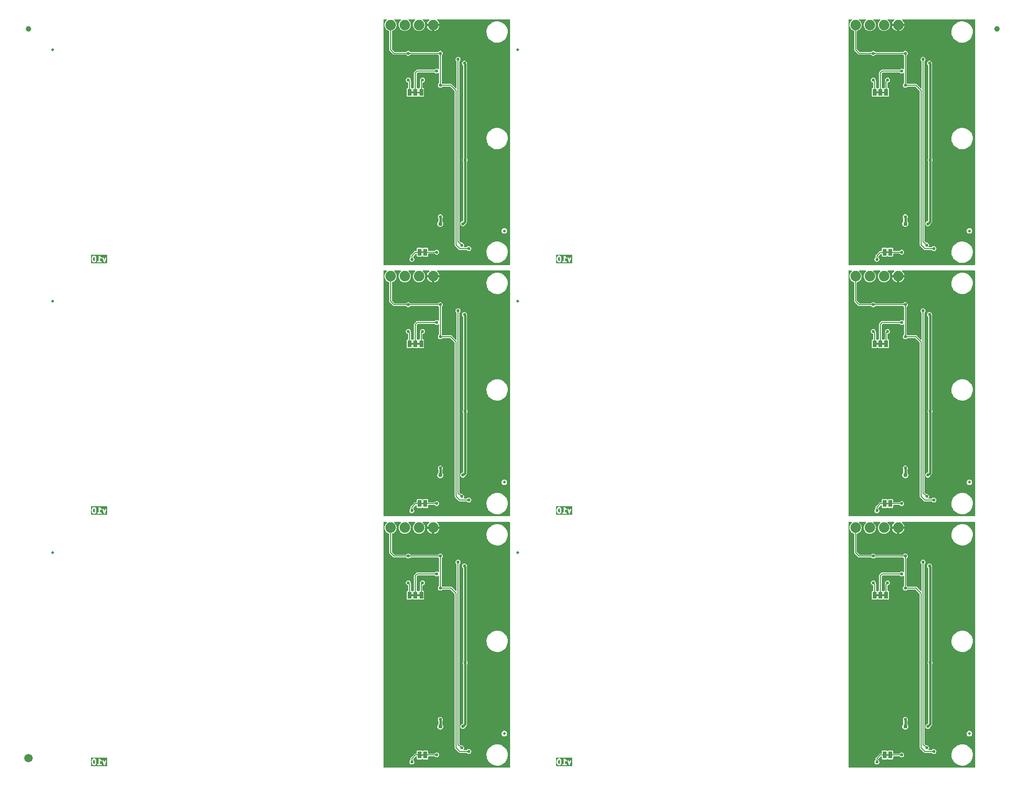
<source format=gbl>
%TF.GenerationSoftware,KiCad,Pcbnew,7.0.10*%
%TF.CreationDate,2024-03-13T14:29:21-06:00*%
%TF.ProjectId,SparkFun Indoor Air Quality Sensor - SCD41 SEN55_panelized,53706172-6b46-4756-9e20-496e646f6f72,v10*%
%TF.SameCoordinates,Original*%
%TF.FileFunction,Copper,L2,Bot*%
%TF.FilePolarity,Positive*%
%FSLAX46Y46*%
G04 Gerber Fmt 4.6, Leading zero omitted, Abs format (unit mm)*
G04 Created by KiCad (PCBNEW 7.0.10) date 2024-03-13 14:29:21*
%MOMM*%
%LPD*%
G01*
G04 APERTURE LIST*
G04 Aperture macros list*
%AMRoundRect*
0 Rectangle with rounded corners*
0 $1 Rounding radius*
0 $2 $3 $4 $5 $6 $7 $8 $9 X,Y pos of 4 corners*
0 Add a 4 corners polygon primitive as box body*
4,1,4,$2,$3,$4,$5,$6,$7,$8,$9,$2,$3,0*
0 Add four circle primitives for the rounded corners*
1,1,$1+$1,$2,$3*
1,1,$1+$1,$4,$5*
1,1,$1+$1,$6,$7*
1,1,$1+$1,$8,$9*
0 Add four rect primitives between the rounded corners*
20,1,$1+$1,$2,$3,$4,$5,0*
20,1,$1+$1,$4,$5,$6,$7,0*
20,1,$1+$1,$6,$7,$8,$9,0*
20,1,$1+$1,$8,$9,$2,$3,0*%
G04 Aperture macros list end*
%ADD10C,0.254000*%
%TA.AperFunction,SMDPad,CuDef*%
%ADD11C,1.000000*%
%TD*%
%TA.AperFunction,SMDPad,CuDef*%
%ADD12C,1.500000*%
%TD*%
%TA.AperFunction,SMDPad,CuDef*%
%ADD13C,0.500000*%
%TD*%
%TA.AperFunction,SMDPad,CuDef*%
%ADD14R,0.660400X1.270000*%
%TD*%
%TA.AperFunction,SMDPad,CuDef*%
%ADD15RoundRect,0.375000X0.000000X0.000000X0.000000X0.000000X0.000000X0.000000X0.000000X0.000000X0*%
%TD*%
%TA.AperFunction,ComponentPad*%
%ADD16C,1.879600*%
%TD*%
%TA.AperFunction,ViaPad*%
%ADD17C,0.560000*%
%TD*%
%TA.AperFunction,Conductor*%
%ADD18C,0.177800*%
%TD*%
%TA.AperFunction,Conductor*%
%ADD19C,0.406400*%
%TD*%
G04 APERTURE END LIST*
D10*
G36*
X91139053Y91576433D02*
G01*
X91158292Y91557194D01*
X91191220Y91491338D01*
X91232428Y91326506D01*
X91232428Y91115869D01*
X91191220Y90951037D01*
X91158292Y90885181D01*
X91139054Y90865944D01*
X91087543Y90840188D01*
X91050741Y90840188D01*
X90999229Y90865944D01*
X90979992Y90885181D01*
X90947064Y90951037D01*
X90905856Y91115869D01*
X90905856Y91326506D01*
X90947064Y91491338D01*
X90979992Y91557194D01*
X90999231Y91576433D01*
X91050741Y91602188D01*
X91087543Y91602188D01*
X91139053Y91576433D01*
G37*
G36*
X93418374Y90441045D02*
G01*
X90506713Y90441045D01*
X90506713Y91100235D01*
X90651856Y91100235D01*
X90652828Y91096923D01*
X90655648Y91069433D01*
X90704029Y90875909D01*
X90706281Y90872070D01*
X90713645Y90849915D01*
X90762026Y90753153D01*
X90763646Y90751411D01*
X90764153Y90749084D01*
X90785815Y90720146D01*
X90834196Y90671765D01*
X90836286Y90670624D01*
X90837502Y90668577D01*
X90867204Y90647975D01*
X90963966Y90599595D01*
X90975296Y90597557D01*
X90984981Y90591332D01*
X91020761Y90586188D01*
X91117523Y90586188D01*
X91128567Y90589432D01*
X91140015Y90588195D01*
X91174318Y90599595D01*
X91271080Y90647975D01*
X91272823Y90649597D01*
X91275150Y90650103D01*
X91304088Y90671765D01*
X91327437Y90695114D01*
X91620768Y90695114D01*
X91650495Y90630021D01*
X91710695Y90591332D01*
X91746475Y90586188D01*
X92327047Y90586188D01*
X92395708Y90606349D01*
X92442570Y90660430D01*
X92452754Y90731262D01*
X92423027Y90796355D01*
X92362827Y90835044D01*
X92327047Y90840188D01*
X92163761Y90840188D01*
X92163761Y91380439D01*
X92173489Y91373691D01*
X92270251Y91325310D01*
X92340679Y91312636D01*
X92406780Y91340050D01*
X92436733Y91383232D01*
X92538922Y91383232D01*
X92546112Y91347806D01*
X92788017Y90670474D01*
X92804937Y90647200D01*
X92819079Y90622140D01*
X92825695Y90618647D01*
X92830096Y90612593D01*
X92856917Y90602160D01*
X92882359Y90588726D01*
X92889813Y90589364D01*
X92896788Y90586651D01*
X92924989Y90592375D01*
X92953658Y90594828D01*
X92959585Y90599396D01*
X92966919Y90600884D01*
X92987544Y90620941D01*
X93010341Y90638508D01*
X93015334Y90647965D01*
X93018221Y90650772D01*
X93019323Y90655521D01*
X93027219Y90670473D01*
X93269124Y91347806D01*
X93273231Y91419248D01*
X93238062Y91481569D01*
X93174782Y91514983D01*
X93103483Y91508881D01*
X93046800Y91465201D01*
X93029922Y91433235D01*
X92907618Y91090786D01*
X92785314Y91433236D01*
X92743235Y91491116D01*
X92676543Y91517058D01*
X92606412Y91502826D01*
X92555110Y91452937D01*
X92538922Y91383232D01*
X92436733Y91383232D01*
X92447566Y91398850D01*
X92450087Y91470365D01*
X92413545Y91531892D01*
X92383843Y91552494D01*
X92305515Y91591658D01*
X92232215Y91664959D01*
X92142431Y91799635D01*
X92115789Y91821948D01*
X92089519Y91844711D01*
X92088420Y91844869D01*
X92087570Y91845581D01*
X92053081Y91849950D01*
X92018687Y91854895D01*
X92017678Y91854435D01*
X92016578Y91854574D01*
X91985206Y91839605D01*
X91953594Y91825168D01*
X91952994Y91824235D01*
X91951993Y91823757D01*
X91933713Y91794234D01*
X91914905Y91764968D01*
X91914696Y91763521D01*
X91914322Y91762915D01*
X91914352Y91761123D01*
X91909761Y91729188D01*
X91909761Y90840188D01*
X91746475Y90840188D01*
X91677814Y90820027D01*
X91630952Y90765946D01*
X91620768Y90695114D01*
X91327437Y90695114D01*
X91352469Y90720146D01*
X91353610Y90722236D01*
X91355656Y90723451D01*
X91376258Y90753153D01*
X91424639Y90849915D01*
X91425427Y90854296D01*
X91434255Y90875909D01*
X91482636Y91069433D01*
X91482495Y91072884D01*
X91486428Y91100235D01*
X91486428Y91342140D01*
X91485455Y91345453D01*
X91482636Y91372942D01*
X91434255Y91566466D01*
X91432002Y91570306D01*
X91424639Y91592460D01*
X91376258Y91689222D01*
X91374637Y91690965D01*
X91374131Y91693291D01*
X91352469Y91722229D01*
X91304088Y91770610D01*
X91301998Y91771752D01*
X91300783Y91773797D01*
X91271081Y91794399D01*
X91174319Y91842780D01*
X91162989Y91844819D01*
X91153303Y91851044D01*
X91117523Y91856188D01*
X91020761Y91856188D01*
X91009715Y91852945D01*
X90998268Y91854181D01*
X90963965Y91842780D01*
X90867203Y91794399D01*
X90865460Y91792779D01*
X90863134Y91792272D01*
X90834196Y91770610D01*
X90785815Y91722229D01*
X90784673Y91720140D01*
X90782628Y91718924D01*
X90762026Y91689222D01*
X90713645Y91592460D01*
X90712856Y91588080D01*
X90704029Y91566466D01*
X90655648Y91372942D01*
X90655788Y91369492D01*
X90651856Y91342140D01*
X90651856Y91100235D01*
X90506713Y91100235D01*
X90506713Y92001331D01*
X93418374Y92001331D01*
X93418374Y90441045D01*
G37*
G36*
X91139053Y46626433D02*
G01*
X91158292Y46607194D01*
X91191220Y46541338D01*
X91232428Y46376506D01*
X91232428Y46165869D01*
X91191220Y46001037D01*
X91158292Y45935181D01*
X91139054Y45915944D01*
X91087543Y45890188D01*
X91050741Y45890188D01*
X90999229Y45915944D01*
X90979992Y45935181D01*
X90947064Y46001037D01*
X90905856Y46165869D01*
X90905856Y46376506D01*
X90947064Y46541338D01*
X90979992Y46607194D01*
X90999231Y46626433D01*
X91050741Y46652188D01*
X91087543Y46652188D01*
X91139053Y46626433D01*
G37*
G36*
X93418374Y45491045D02*
G01*
X90506713Y45491045D01*
X90506713Y46150235D01*
X90651856Y46150235D01*
X90652828Y46146923D01*
X90655648Y46119433D01*
X90704029Y45925909D01*
X90706281Y45922070D01*
X90713645Y45899915D01*
X90762026Y45803153D01*
X90763646Y45801411D01*
X90764153Y45799084D01*
X90785815Y45770146D01*
X90834196Y45721765D01*
X90836286Y45720624D01*
X90837502Y45718577D01*
X90867204Y45697975D01*
X90963966Y45649595D01*
X90975296Y45647557D01*
X90984981Y45641332D01*
X91020761Y45636188D01*
X91117523Y45636188D01*
X91128567Y45639432D01*
X91140015Y45638195D01*
X91174318Y45649595D01*
X91271080Y45697975D01*
X91272823Y45699597D01*
X91275150Y45700103D01*
X91304088Y45721765D01*
X91327437Y45745114D01*
X91620768Y45745114D01*
X91650495Y45680021D01*
X91710695Y45641332D01*
X91746475Y45636188D01*
X92327047Y45636188D01*
X92395708Y45656349D01*
X92442570Y45710430D01*
X92452754Y45781262D01*
X92423027Y45846355D01*
X92362827Y45885044D01*
X92327047Y45890188D01*
X92163761Y45890188D01*
X92163761Y46430439D01*
X92173489Y46423691D01*
X92270251Y46375310D01*
X92340679Y46362636D01*
X92406780Y46390050D01*
X92436733Y46433232D01*
X92538922Y46433232D01*
X92546112Y46397806D01*
X92788017Y45720474D01*
X92804937Y45697200D01*
X92819079Y45672140D01*
X92825695Y45668647D01*
X92830096Y45662593D01*
X92856917Y45652160D01*
X92882359Y45638726D01*
X92889813Y45639364D01*
X92896788Y45636651D01*
X92924989Y45642375D01*
X92953658Y45644828D01*
X92959585Y45649396D01*
X92966919Y45650884D01*
X92987544Y45670941D01*
X93010341Y45688508D01*
X93015334Y45697965D01*
X93018221Y45700772D01*
X93019323Y45705521D01*
X93027219Y45720473D01*
X93269124Y46397806D01*
X93273231Y46469248D01*
X93238062Y46531569D01*
X93174782Y46564983D01*
X93103483Y46558881D01*
X93046800Y46515201D01*
X93029922Y46483235D01*
X92907618Y46140786D01*
X92785314Y46483236D01*
X92743235Y46541116D01*
X92676543Y46567058D01*
X92606412Y46552826D01*
X92555110Y46502937D01*
X92538922Y46433232D01*
X92436733Y46433232D01*
X92447566Y46448850D01*
X92450087Y46520365D01*
X92413545Y46581892D01*
X92383843Y46602494D01*
X92305515Y46641658D01*
X92232215Y46714959D01*
X92142431Y46849635D01*
X92115789Y46871948D01*
X92089519Y46894711D01*
X92088420Y46894869D01*
X92087570Y46895581D01*
X92053081Y46899950D01*
X92018687Y46904895D01*
X92017678Y46904435D01*
X92016578Y46904574D01*
X91985206Y46889605D01*
X91953594Y46875168D01*
X91952994Y46874235D01*
X91951993Y46873757D01*
X91933713Y46844234D01*
X91914905Y46814968D01*
X91914696Y46813521D01*
X91914322Y46812915D01*
X91914352Y46811123D01*
X91909761Y46779188D01*
X91909761Y45890188D01*
X91746475Y45890188D01*
X91677814Y45870027D01*
X91630952Y45815946D01*
X91620768Y45745114D01*
X91327437Y45745114D01*
X91352469Y45770146D01*
X91353610Y45772236D01*
X91355656Y45773451D01*
X91376258Y45803153D01*
X91424639Y45899915D01*
X91425427Y45904296D01*
X91434255Y45925909D01*
X91482636Y46119433D01*
X91482495Y46122884D01*
X91486428Y46150235D01*
X91486428Y46392140D01*
X91485455Y46395453D01*
X91482636Y46422942D01*
X91434255Y46616466D01*
X91432002Y46620306D01*
X91424639Y46642460D01*
X91376258Y46739222D01*
X91374637Y46740965D01*
X91374131Y46743291D01*
X91352469Y46772229D01*
X91304088Y46820610D01*
X91301998Y46821752D01*
X91300783Y46823797D01*
X91271081Y46844399D01*
X91174319Y46892780D01*
X91162989Y46894819D01*
X91153303Y46901044D01*
X91117523Y46906188D01*
X91020761Y46906188D01*
X91009715Y46902945D01*
X90998268Y46904181D01*
X90963965Y46892780D01*
X90867203Y46844399D01*
X90865460Y46842779D01*
X90863134Y46842272D01*
X90834196Y46820610D01*
X90785815Y46772229D01*
X90784673Y46770140D01*
X90782628Y46768924D01*
X90762026Y46739222D01*
X90713645Y46642460D01*
X90712856Y46638080D01*
X90704029Y46616466D01*
X90655648Y46422942D01*
X90655788Y46419492D01*
X90651856Y46392140D01*
X90651856Y46150235D01*
X90506713Y46150235D01*
X90506713Y47051331D01*
X93418374Y47051331D01*
X93418374Y45491045D01*
G37*
G36*
X91139053Y1676433D02*
G01*
X91158292Y1657194D01*
X91191220Y1591338D01*
X91232428Y1426506D01*
X91232428Y1215869D01*
X91191220Y1051037D01*
X91158292Y985181D01*
X91139054Y965944D01*
X91087543Y940188D01*
X91050741Y940188D01*
X90999229Y965944D01*
X90979992Y985181D01*
X90947064Y1051037D01*
X90905856Y1215869D01*
X90905856Y1426506D01*
X90947064Y1591338D01*
X90979992Y1657194D01*
X90999231Y1676433D01*
X91050741Y1702188D01*
X91087543Y1702188D01*
X91139053Y1676433D01*
G37*
G36*
X93418374Y541045D02*
G01*
X90506713Y541045D01*
X90506713Y1200235D01*
X90651856Y1200235D01*
X90652828Y1196923D01*
X90655648Y1169433D01*
X90704029Y975909D01*
X90706281Y972070D01*
X90713645Y949915D01*
X90762026Y853153D01*
X90763646Y851411D01*
X90764153Y849084D01*
X90785815Y820146D01*
X90834196Y771765D01*
X90836286Y770624D01*
X90837502Y768577D01*
X90867204Y747975D01*
X90963966Y699595D01*
X90975296Y697557D01*
X90984981Y691332D01*
X91020761Y686188D01*
X91117523Y686188D01*
X91128567Y689432D01*
X91140015Y688195D01*
X91174318Y699595D01*
X91271080Y747975D01*
X91272823Y749597D01*
X91275150Y750103D01*
X91304088Y771765D01*
X91327437Y795114D01*
X91620768Y795114D01*
X91650495Y730021D01*
X91710695Y691332D01*
X91746475Y686188D01*
X92327047Y686188D01*
X92395708Y706349D01*
X92442570Y760430D01*
X92452754Y831262D01*
X92423027Y896355D01*
X92362827Y935044D01*
X92327047Y940188D01*
X92163761Y940188D01*
X92163761Y1480439D01*
X92173489Y1473691D01*
X92270251Y1425310D01*
X92340679Y1412636D01*
X92406780Y1440050D01*
X92436733Y1483232D01*
X92538922Y1483232D01*
X92546112Y1447806D01*
X92788017Y770474D01*
X92804937Y747200D01*
X92819079Y722140D01*
X92825695Y718647D01*
X92830096Y712593D01*
X92856917Y702160D01*
X92882359Y688726D01*
X92889813Y689364D01*
X92896788Y686651D01*
X92924989Y692375D01*
X92953658Y694828D01*
X92959585Y699396D01*
X92966919Y700884D01*
X92987544Y720941D01*
X93010341Y738508D01*
X93015334Y747965D01*
X93018221Y750772D01*
X93019323Y755521D01*
X93027219Y770473D01*
X93269124Y1447806D01*
X93273231Y1519248D01*
X93238062Y1581569D01*
X93174782Y1614983D01*
X93103483Y1608881D01*
X93046800Y1565201D01*
X93029922Y1533235D01*
X92907618Y1190786D01*
X92785314Y1533236D01*
X92743235Y1591116D01*
X92676543Y1617058D01*
X92606412Y1602826D01*
X92555110Y1552937D01*
X92538922Y1483232D01*
X92436733Y1483232D01*
X92447566Y1498850D01*
X92450087Y1570365D01*
X92413545Y1631892D01*
X92383843Y1652494D01*
X92305515Y1691658D01*
X92232215Y1764959D01*
X92142431Y1899635D01*
X92115789Y1921948D01*
X92089519Y1944711D01*
X92088420Y1944869D01*
X92087570Y1945581D01*
X92053081Y1949950D01*
X92018687Y1954895D01*
X92017678Y1954435D01*
X92016578Y1954574D01*
X91985206Y1939605D01*
X91953594Y1925168D01*
X91952994Y1924235D01*
X91951993Y1923757D01*
X91933713Y1894234D01*
X91914905Y1864968D01*
X91914696Y1863521D01*
X91914322Y1862915D01*
X91914352Y1861123D01*
X91909761Y1829188D01*
X91909761Y940188D01*
X91746475Y940188D01*
X91677814Y920027D01*
X91630952Y865946D01*
X91620768Y795114D01*
X91327437Y795114D01*
X91352469Y820146D01*
X91353610Y822236D01*
X91355656Y823451D01*
X91376258Y853153D01*
X91424639Y949915D01*
X91425427Y954296D01*
X91434255Y975909D01*
X91482636Y1169433D01*
X91482495Y1172884D01*
X91486428Y1200235D01*
X91486428Y1442140D01*
X91485455Y1445453D01*
X91482636Y1472942D01*
X91434255Y1666466D01*
X91432002Y1670306D01*
X91424639Y1692460D01*
X91376258Y1789222D01*
X91374637Y1790965D01*
X91374131Y1793291D01*
X91352469Y1822229D01*
X91304088Y1870610D01*
X91301998Y1871752D01*
X91300783Y1873797D01*
X91271081Y1894399D01*
X91174319Y1942780D01*
X91162989Y1944819D01*
X91153303Y1951044D01*
X91117523Y1956188D01*
X91020761Y1956188D01*
X91009715Y1952945D01*
X90998268Y1954181D01*
X90963965Y1942780D01*
X90867203Y1894399D01*
X90865460Y1892779D01*
X90863134Y1892272D01*
X90834196Y1870610D01*
X90785815Y1822229D01*
X90784673Y1820140D01*
X90782628Y1818924D01*
X90762026Y1789222D01*
X90713645Y1692460D01*
X90712856Y1688080D01*
X90704029Y1666466D01*
X90655648Y1472942D01*
X90655788Y1469492D01*
X90651856Y1442140D01*
X90651856Y1200235D01*
X90506713Y1200235D01*
X90506713Y2101331D01*
X93418374Y2101331D01*
X93418374Y541045D01*
G37*
G36*
X8089053Y91576433D02*
G01*
X8108292Y91557194D01*
X8141220Y91491338D01*
X8182428Y91326506D01*
X8182428Y91115869D01*
X8141220Y90951037D01*
X8108292Y90885181D01*
X8089054Y90865944D01*
X8037543Y90840188D01*
X8000741Y90840188D01*
X7949229Y90865944D01*
X7929992Y90885181D01*
X7897064Y90951037D01*
X7855856Y91115869D01*
X7855856Y91326506D01*
X7897064Y91491338D01*
X7929992Y91557194D01*
X7949231Y91576433D01*
X8000741Y91602188D01*
X8037543Y91602188D01*
X8089053Y91576433D01*
G37*
G36*
X10368374Y90441045D02*
G01*
X7456713Y90441045D01*
X7456713Y91100235D01*
X7601856Y91100235D01*
X7602828Y91096923D01*
X7605648Y91069433D01*
X7654029Y90875909D01*
X7656281Y90872070D01*
X7663645Y90849915D01*
X7712026Y90753153D01*
X7713646Y90751411D01*
X7714153Y90749084D01*
X7735815Y90720146D01*
X7784196Y90671765D01*
X7786286Y90670624D01*
X7787502Y90668577D01*
X7817204Y90647975D01*
X7913966Y90599595D01*
X7925296Y90597557D01*
X7934981Y90591332D01*
X7970761Y90586188D01*
X8067523Y90586188D01*
X8078567Y90589432D01*
X8090015Y90588195D01*
X8124318Y90599595D01*
X8221080Y90647975D01*
X8222823Y90649597D01*
X8225150Y90650103D01*
X8254088Y90671765D01*
X8277437Y90695114D01*
X8570768Y90695114D01*
X8600495Y90630021D01*
X8660695Y90591332D01*
X8696475Y90586188D01*
X9277047Y90586188D01*
X9345708Y90606349D01*
X9392570Y90660430D01*
X9402754Y90731262D01*
X9373027Y90796355D01*
X9312827Y90835044D01*
X9277047Y90840188D01*
X9113761Y90840188D01*
X9113761Y91380439D01*
X9123489Y91373691D01*
X9220251Y91325310D01*
X9290679Y91312636D01*
X9356780Y91340050D01*
X9386733Y91383232D01*
X9488922Y91383232D01*
X9496112Y91347806D01*
X9738017Y90670474D01*
X9754937Y90647200D01*
X9769079Y90622140D01*
X9775695Y90618647D01*
X9780096Y90612593D01*
X9806917Y90602160D01*
X9832359Y90588726D01*
X9839813Y90589364D01*
X9846788Y90586651D01*
X9874989Y90592375D01*
X9903658Y90594828D01*
X9909585Y90599396D01*
X9916919Y90600884D01*
X9937544Y90620941D01*
X9960341Y90638508D01*
X9965334Y90647965D01*
X9968221Y90650772D01*
X9969323Y90655521D01*
X9977219Y90670473D01*
X10219124Y91347806D01*
X10223231Y91419248D01*
X10188062Y91481569D01*
X10124782Y91514983D01*
X10053483Y91508881D01*
X9996800Y91465201D01*
X9979922Y91433235D01*
X9857618Y91090786D01*
X9735314Y91433236D01*
X9693235Y91491116D01*
X9626543Y91517058D01*
X9556412Y91502826D01*
X9505110Y91452937D01*
X9488922Y91383232D01*
X9386733Y91383232D01*
X9397566Y91398850D01*
X9400087Y91470365D01*
X9363545Y91531892D01*
X9333843Y91552494D01*
X9255515Y91591658D01*
X9182215Y91664959D01*
X9092431Y91799635D01*
X9065789Y91821948D01*
X9039519Y91844711D01*
X9038420Y91844869D01*
X9037570Y91845581D01*
X9003081Y91849950D01*
X8968687Y91854895D01*
X8967678Y91854435D01*
X8966578Y91854574D01*
X8935206Y91839605D01*
X8903594Y91825168D01*
X8902994Y91824235D01*
X8901993Y91823757D01*
X8883713Y91794234D01*
X8864905Y91764968D01*
X8864696Y91763521D01*
X8864322Y91762915D01*
X8864352Y91761123D01*
X8859761Y91729188D01*
X8859761Y90840188D01*
X8696475Y90840188D01*
X8627814Y90820027D01*
X8580952Y90765946D01*
X8570768Y90695114D01*
X8277437Y90695114D01*
X8302469Y90720146D01*
X8303610Y90722236D01*
X8305656Y90723451D01*
X8326258Y90753153D01*
X8374639Y90849915D01*
X8375427Y90854296D01*
X8384255Y90875909D01*
X8432636Y91069433D01*
X8432495Y91072884D01*
X8436428Y91100235D01*
X8436428Y91342140D01*
X8435455Y91345453D01*
X8432636Y91372942D01*
X8384255Y91566466D01*
X8382002Y91570306D01*
X8374639Y91592460D01*
X8326258Y91689222D01*
X8324637Y91690965D01*
X8324131Y91693291D01*
X8302469Y91722229D01*
X8254088Y91770610D01*
X8251998Y91771752D01*
X8250783Y91773797D01*
X8221081Y91794399D01*
X8124319Y91842780D01*
X8112989Y91844819D01*
X8103303Y91851044D01*
X8067523Y91856188D01*
X7970761Y91856188D01*
X7959715Y91852945D01*
X7948268Y91854181D01*
X7913965Y91842780D01*
X7817203Y91794399D01*
X7815460Y91792779D01*
X7813134Y91792272D01*
X7784196Y91770610D01*
X7735815Y91722229D01*
X7734673Y91720140D01*
X7732628Y91718924D01*
X7712026Y91689222D01*
X7663645Y91592460D01*
X7662856Y91588080D01*
X7654029Y91566466D01*
X7605648Y91372942D01*
X7605788Y91369492D01*
X7601856Y91342140D01*
X7601856Y91100235D01*
X7456713Y91100235D01*
X7456713Y92001331D01*
X10368374Y92001331D01*
X10368374Y90441045D01*
G37*
G36*
X8089053Y46626433D02*
G01*
X8108292Y46607194D01*
X8141220Y46541338D01*
X8182428Y46376506D01*
X8182428Y46165869D01*
X8141220Y46001037D01*
X8108292Y45935181D01*
X8089054Y45915944D01*
X8037543Y45890188D01*
X8000741Y45890188D01*
X7949229Y45915944D01*
X7929992Y45935181D01*
X7897064Y46001037D01*
X7855856Y46165869D01*
X7855856Y46376506D01*
X7897064Y46541338D01*
X7929992Y46607194D01*
X7949231Y46626433D01*
X8000741Y46652188D01*
X8037543Y46652188D01*
X8089053Y46626433D01*
G37*
G36*
X10368374Y45491045D02*
G01*
X7456713Y45491045D01*
X7456713Y46150235D01*
X7601856Y46150235D01*
X7602828Y46146923D01*
X7605648Y46119433D01*
X7654029Y45925909D01*
X7656281Y45922070D01*
X7663645Y45899915D01*
X7712026Y45803153D01*
X7713646Y45801411D01*
X7714153Y45799084D01*
X7735815Y45770146D01*
X7784196Y45721765D01*
X7786286Y45720624D01*
X7787502Y45718577D01*
X7817204Y45697975D01*
X7913966Y45649595D01*
X7925296Y45647557D01*
X7934981Y45641332D01*
X7970761Y45636188D01*
X8067523Y45636188D01*
X8078567Y45639432D01*
X8090015Y45638195D01*
X8124318Y45649595D01*
X8221080Y45697975D01*
X8222823Y45699597D01*
X8225150Y45700103D01*
X8254088Y45721765D01*
X8277437Y45745114D01*
X8570768Y45745114D01*
X8600495Y45680021D01*
X8660695Y45641332D01*
X8696475Y45636188D01*
X9277047Y45636188D01*
X9345708Y45656349D01*
X9392570Y45710430D01*
X9402754Y45781262D01*
X9373027Y45846355D01*
X9312827Y45885044D01*
X9277047Y45890188D01*
X9113761Y45890188D01*
X9113761Y46430439D01*
X9123489Y46423691D01*
X9220251Y46375310D01*
X9290679Y46362636D01*
X9356780Y46390050D01*
X9386733Y46433232D01*
X9488922Y46433232D01*
X9496112Y46397806D01*
X9738017Y45720474D01*
X9754937Y45697200D01*
X9769079Y45672140D01*
X9775695Y45668647D01*
X9780096Y45662593D01*
X9806917Y45652160D01*
X9832359Y45638726D01*
X9839813Y45639364D01*
X9846788Y45636651D01*
X9874989Y45642375D01*
X9903658Y45644828D01*
X9909585Y45649396D01*
X9916919Y45650884D01*
X9937544Y45670941D01*
X9960341Y45688508D01*
X9965334Y45697965D01*
X9968221Y45700772D01*
X9969323Y45705521D01*
X9977219Y45720473D01*
X10219124Y46397806D01*
X10223231Y46469248D01*
X10188062Y46531569D01*
X10124782Y46564983D01*
X10053483Y46558881D01*
X9996800Y46515201D01*
X9979922Y46483235D01*
X9857618Y46140786D01*
X9735314Y46483236D01*
X9693235Y46541116D01*
X9626543Y46567058D01*
X9556412Y46552826D01*
X9505110Y46502937D01*
X9488922Y46433232D01*
X9386733Y46433232D01*
X9397566Y46448850D01*
X9400087Y46520365D01*
X9363545Y46581892D01*
X9333843Y46602494D01*
X9255515Y46641658D01*
X9182215Y46714959D01*
X9092431Y46849635D01*
X9065789Y46871948D01*
X9039519Y46894711D01*
X9038420Y46894869D01*
X9037570Y46895581D01*
X9003081Y46899950D01*
X8968687Y46904895D01*
X8967678Y46904435D01*
X8966578Y46904574D01*
X8935206Y46889605D01*
X8903594Y46875168D01*
X8902994Y46874235D01*
X8901993Y46873757D01*
X8883713Y46844234D01*
X8864905Y46814968D01*
X8864696Y46813521D01*
X8864322Y46812915D01*
X8864352Y46811123D01*
X8859761Y46779188D01*
X8859761Y45890188D01*
X8696475Y45890188D01*
X8627814Y45870027D01*
X8580952Y45815946D01*
X8570768Y45745114D01*
X8277437Y45745114D01*
X8302469Y45770146D01*
X8303610Y45772236D01*
X8305656Y45773451D01*
X8326258Y45803153D01*
X8374639Y45899915D01*
X8375427Y45904296D01*
X8384255Y45925909D01*
X8432636Y46119433D01*
X8432495Y46122884D01*
X8436428Y46150235D01*
X8436428Y46392140D01*
X8435455Y46395453D01*
X8432636Y46422942D01*
X8384255Y46616466D01*
X8382002Y46620306D01*
X8374639Y46642460D01*
X8326258Y46739222D01*
X8324637Y46740965D01*
X8324131Y46743291D01*
X8302469Y46772229D01*
X8254088Y46820610D01*
X8251998Y46821752D01*
X8250783Y46823797D01*
X8221081Y46844399D01*
X8124319Y46892780D01*
X8112989Y46894819D01*
X8103303Y46901044D01*
X8067523Y46906188D01*
X7970761Y46906188D01*
X7959715Y46902945D01*
X7948268Y46904181D01*
X7913965Y46892780D01*
X7817203Y46844399D01*
X7815460Y46842779D01*
X7813134Y46842272D01*
X7784196Y46820610D01*
X7735815Y46772229D01*
X7734673Y46770140D01*
X7732628Y46768924D01*
X7712026Y46739222D01*
X7663645Y46642460D01*
X7662856Y46638080D01*
X7654029Y46616466D01*
X7605648Y46422942D01*
X7605788Y46419492D01*
X7601856Y46392140D01*
X7601856Y46150235D01*
X7456713Y46150235D01*
X7456713Y47051331D01*
X10368374Y47051331D01*
X10368374Y45491045D01*
G37*
G36*
X8089053Y1676433D02*
G01*
X8108292Y1657194D01*
X8141220Y1591338D01*
X8182428Y1426506D01*
X8182428Y1215869D01*
X8141220Y1051037D01*
X8108292Y985181D01*
X8089054Y965944D01*
X8037543Y940188D01*
X8000741Y940188D01*
X7949229Y965944D01*
X7929992Y985181D01*
X7897064Y1051037D01*
X7855856Y1215869D01*
X7855856Y1426506D01*
X7897064Y1591338D01*
X7929992Y1657194D01*
X7949231Y1676433D01*
X8000741Y1702188D01*
X8037543Y1702188D01*
X8089053Y1676433D01*
G37*
G36*
X10368374Y541045D02*
G01*
X7456713Y541045D01*
X7456713Y1200235D01*
X7601856Y1200235D01*
X7602828Y1196923D01*
X7605648Y1169433D01*
X7654029Y975909D01*
X7656281Y972070D01*
X7663645Y949915D01*
X7712026Y853153D01*
X7713646Y851411D01*
X7714153Y849084D01*
X7735815Y820146D01*
X7784196Y771765D01*
X7786286Y770624D01*
X7787502Y768577D01*
X7817204Y747975D01*
X7913966Y699595D01*
X7925296Y697557D01*
X7934981Y691332D01*
X7970761Y686188D01*
X8067523Y686188D01*
X8078567Y689432D01*
X8090015Y688195D01*
X8124318Y699595D01*
X8221080Y747975D01*
X8222823Y749597D01*
X8225150Y750103D01*
X8254088Y771765D01*
X8277437Y795114D01*
X8570768Y795114D01*
X8600495Y730021D01*
X8660695Y691332D01*
X8696475Y686188D01*
X9277047Y686188D01*
X9345708Y706349D01*
X9392570Y760430D01*
X9402754Y831262D01*
X9373027Y896355D01*
X9312827Y935044D01*
X9277047Y940188D01*
X9113761Y940188D01*
X9113761Y1480439D01*
X9123489Y1473691D01*
X9220251Y1425310D01*
X9290679Y1412636D01*
X9356780Y1440050D01*
X9386733Y1483232D01*
X9488922Y1483232D01*
X9496112Y1447806D01*
X9738017Y770474D01*
X9754937Y747200D01*
X9769079Y722140D01*
X9775695Y718647D01*
X9780096Y712593D01*
X9806917Y702160D01*
X9832359Y688726D01*
X9839813Y689364D01*
X9846788Y686651D01*
X9874989Y692375D01*
X9903658Y694828D01*
X9909585Y699396D01*
X9916919Y700884D01*
X9937544Y720941D01*
X9960341Y738508D01*
X9965334Y747965D01*
X9968221Y750772D01*
X9969323Y755521D01*
X9977219Y770473D01*
X10219124Y1447806D01*
X10223231Y1519248D01*
X10188062Y1581569D01*
X10124782Y1614983D01*
X10053483Y1608881D01*
X9996800Y1565201D01*
X9979922Y1533235D01*
X9857618Y1190786D01*
X9735314Y1533236D01*
X9693235Y1591116D01*
X9626543Y1617058D01*
X9556412Y1602826D01*
X9505110Y1552937D01*
X9488922Y1483232D01*
X9386733Y1483232D01*
X9397566Y1498850D01*
X9400087Y1570365D01*
X9363545Y1631892D01*
X9333843Y1652494D01*
X9255515Y1691658D01*
X9182215Y1764959D01*
X9092431Y1899635D01*
X9065789Y1921948D01*
X9039519Y1944711D01*
X9038420Y1944869D01*
X9037570Y1945581D01*
X9003081Y1949950D01*
X8968687Y1954895D01*
X8967678Y1954435D01*
X8966578Y1954574D01*
X8935206Y1939605D01*
X8903594Y1925168D01*
X8902994Y1924235D01*
X8901993Y1923757D01*
X8883713Y1894234D01*
X8864905Y1864968D01*
X8864696Y1863521D01*
X8864322Y1862915D01*
X8864352Y1861123D01*
X8859761Y1829188D01*
X8859761Y940188D01*
X8696475Y940188D01*
X8627814Y920027D01*
X8580952Y865946D01*
X8570768Y795114D01*
X8277437Y795114D01*
X8302469Y820146D01*
X8303610Y822236D01*
X8305656Y823451D01*
X8326258Y853153D01*
X8374639Y949915D01*
X8375427Y954296D01*
X8384255Y975909D01*
X8432636Y1169433D01*
X8432495Y1172884D01*
X8436428Y1200235D01*
X8436428Y1442140D01*
X8435455Y1445453D01*
X8432636Y1472942D01*
X8384255Y1666466D01*
X8382002Y1670306D01*
X8374639Y1692460D01*
X8326258Y1789222D01*
X8324637Y1790965D01*
X8324131Y1793291D01*
X8302469Y1822229D01*
X8254088Y1870610D01*
X8251998Y1871752D01*
X8250783Y1873797D01*
X8221081Y1894399D01*
X8124319Y1942780D01*
X8112989Y1944819D01*
X8103303Y1951044D01*
X8067523Y1956188D01*
X7970761Y1956188D01*
X7959715Y1952945D01*
X7948268Y1954181D01*
X7913965Y1942780D01*
X7817203Y1894399D01*
X7815460Y1892779D01*
X7813134Y1892272D01*
X7784196Y1870610D01*
X7735815Y1822229D01*
X7734673Y1820140D01*
X7732628Y1818924D01*
X7712026Y1789222D01*
X7663645Y1692460D01*
X7662856Y1688080D01*
X7654029Y1666466D01*
X7605648Y1472942D01*
X7605788Y1469492D01*
X7601856Y1442140D01*
X7601856Y1200235D01*
X7456713Y1200235D01*
X7456713Y2101331D01*
X10368374Y2101331D01*
X10368374Y541045D01*
G37*
%TA.AperFunction,EtchedComponent*%
%TO.C,JP1*%
G36*
X149975000Y92290000D02*
G01*
X149475000Y92290000D01*
X149475000Y92590000D01*
X149975000Y92590000D01*
X149975000Y92290000D01*
G37*
%TD.AperFunction*%
%TA.AperFunction,EtchedComponent*%
G36*
X149975000Y47340000D02*
G01*
X149475000Y47340000D01*
X149475000Y47640000D01*
X149975000Y47640000D01*
X149975000Y47340000D01*
G37*
%TD.AperFunction*%
%TA.AperFunction,EtchedComponent*%
G36*
X149975000Y2390000D02*
G01*
X149475000Y2390000D01*
X149475000Y2690000D01*
X149975000Y2690000D01*
X149975000Y2390000D01*
G37*
%TD.AperFunction*%
%TA.AperFunction,EtchedComponent*%
G36*
X66925000Y92290000D02*
G01*
X66425000Y92290000D01*
X66425000Y92590000D01*
X66925000Y92590000D01*
X66925000Y92290000D01*
G37*
%TD.AperFunction*%
%TA.AperFunction,EtchedComponent*%
G36*
X66925000Y47340000D02*
G01*
X66425000Y47340000D01*
X66425000Y47640000D01*
X66925000Y47640000D01*
X66925000Y47340000D01*
G37*
%TD.AperFunction*%
%TA.AperFunction,EtchedComponent*%
%TO.C,JP2*%
G36*
X148184300Y120865000D02*
G01*
X147684300Y120865000D01*
X147684300Y121165000D01*
X148184300Y121165000D01*
X148184300Y120865000D01*
G37*
%TD.AperFunction*%
%TA.AperFunction,EtchedComponent*%
G36*
X149217000Y120842000D02*
G01*
X148717000Y120842000D01*
X148717000Y121142000D01*
X149217000Y121142000D01*
X149217000Y120842000D01*
G37*
%TD.AperFunction*%
%TA.AperFunction,EtchedComponent*%
G36*
X148184300Y75915000D02*
G01*
X147684300Y75915000D01*
X147684300Y76215000D01*
X148184300Y76215000D01*
X148184300Y75915000D01*
G37*
%TD.AperFunction*%
%TA.AperFunction,EtchedComponent*%
G36*
X149217000Y75892000D02*
G01*
X148717000Y75892000D01*
X148717000Y76192000D01*
X149217000Y76192000D01*
X149217000Y75892000D01*
G37*
%TD.AperFunction*%
%TA.AperFunction,EtchedComponent*%
G36*
X148184300Y30965000D02*
G01*
X147684300Y30965000D01*
X147684300Y31265000D01*
X148184300Y31265000D01*
X148184300Y30965000D01*
G37*
%TD.AperFunction*%
%TA.AperFunction,EtchedComponent*%
G36*
X149217000Y30942000D02*
G01*
X148717000Y30942000D01*
X148717000Y31242000D01*
X149217000Y31242000D01*
X149217000Y30942000D01*
G37*
%TD.AperFunction*%
%TA.AperFunction,EtchedComponent*%
G36*
X65134300Y120865000D02*
G01*
X64634300Y120865000D01*
X64634300Y121165000D01*
X65134300Y121165000D01*
X65134300Y120865000D01*
G37*
%TD.AperFunction*%
%TA.AperFunction,EtchedComponent*%
G36*
X66167000Y120842000D02*
G01*
X65667000Y120842000D01*
X65667000Y121142000D01*
X66167000Y121142000D01*
X66167000Y120842000D01*
G37*
%TD.AperFunction*%
%TA.AperFunction,EtchedComponent*%
G36*
X65134300Y75915000D02*
G01*
X64634300Y75915000D01*
X64634300Y76215000D01*
X65134300Y76215000D01*
X65134300Y75915000D01*
G37*
%TD.AperFunction*%
%TA.AperFunction,EtchedComponent*%
G36*
X66167000Y75892000D02*
G01*
X65667000Y75892000D01*
X65667000Y76192000D01*
X66167000Y76192000D01*
X66167000Y75892000D01*
G37*
%TD.AperFunction*%
%TA.AperFunction,EtchedComponent*%
G36*
X65134300Y30965000D02*
G01*
X64634300Y30965000D01*
X64634300Y31265000D01*
X65134300Y31265000D01*
X65134300Y30965000D01*
G37*
%TD.AperFunction*%
%TA.AperFunction,EtchedComponent*%
G36*
X66167000Y30942000D02*
G01*
X65667000Y30942000D01*
X65667000Y31242000D01*
X66167000Y31242000D01*
X66167000Y30942000D01*
G37*
%TD.AperFunction*%
%TA.AperFunction,EtchedComponent*%
%TO.C,JP1*%
G36*
X66925000Y2390000D02*
G01*
X66425000Y2390000D01*
X66425000Y2690000D01*
X66925000Y2690000D01*
X66925000Y2390000D01*
G37*
%TD.AperFunction*%
%TD*%
D11*
%TO.P,,*%
%TO.N,*%
X169275000Y132350000D03*
%TD*%
%TO.P,,*%
%TO.N,*%
X-3675000Y132350000D03*
%TD*%
D12*
%TO.P,,*%
%TO.N,*%
X-3675000Y2000000D03*
%TD*%
D13*
%TO.P,FID1,*%
%TO.N,*%
X164330000Y96250000D03*
%TD*%
%TO.P,FID1,*%
%TO.N,*%
X164330000Y51300000D03*
%TD*%
%TO.P,FID1,*%
%TO.N,*%
X164330000Y6350000D03*
%TD*%
%TO.P,FID1,*%
%TO.N,*%
X81280000Y96250000D03*
%TD*%
%TO.P,FID1,*%
%TO.N,*%
X81280000Y51300000D03*
%TD*%
%TO.P,FID2,*%
%TO.N,*%
X83685000Y128635000D03*
%TD*%
%TO.P,FID2,*%
%TO.N,*%
X83685000Y83685000D03*
%TD*%
%TO.P,FID2,*%
%TO.N,*%
X83685000Y38735000D03*
%TD*%
%TO.P,FID2,*%
%TO.N,*%
X635000Y128635000D03*
%TD*%
%TO.P,FID2,*%
%TO.N,*%
X635000Y83685000D03*
%TD*%
D14*
%TO.P,JP1,1,A*%
%TO.N,Net-(JP1-A)*%
X149204300Y92440000D03*
%TO.P,JP1,2,B*%
%TO.N,3.3V*%
X150245700Y92440000D03*
%TD*%
%TO.P,JP1,1,A*%
%TO.N,Net-(JP1-A)*%
X149204300Y47490000D03*
%TO.P,JP1,2,B*%
%TO.N,3.3V*%
X150245700Y47490000D03*
%TD*%
%TO.P,JP1,1,A*%
%TO.N,Net-(JP1-A)*%
X149204300Y2540000D03*
%TO.P,JP1,2,B*%
%TO.N,3.3V*%
X150245700Y2540000D03*
%TD*%
%TO.P,JP1,1,A*%
%TO.N,Net-(JP1-A)*%
X66154300Y92440000D03*
%TO.P,JP1,2,B*%
%TO.N,3.3V*%
X67195700Y92440000D03*
%TD*%
%TO.P,JP1,1,A*%
%TO.N,Net-(JP1-A)*%
X66154300Y47490000D03*
%TO.P,JP1,2,B*%
%TO.N,3.3V*%
X67195700Y47490000D03*
%TD*%
D15*
%TO.P,TP1,1,1*%
%TO.N,5V*%
X152900000Y97520000D03*
%TD*%
%TO.P,TP1,1,1*%
%TO.N,5V*%
X152900000Y52570000D03*
%TD*%
%TO.P,TP1,1,1*%
%TO.N,5V*%
X152900000Y7620000D03*
%TD*%
%TO.P,TP1,1,1*%
%TO.N,5V*%
X69850000Y97520000D03*
%TD*%
%TO.P,TP1,1,1*%
%TO.N,5V*%
X69850000Y52570000D03*
%TD*%
D14*
%TO.P,JP2,1,A*%
%TO.N,Net-(JP2-A)*%
X147413600Y121015000D03*
%TO.P,JP2,2,C*%
%TO.N,3.3V*%
X148455000Y121015000D03*
%TO.P,JP2,3,B*%
%TO.N,Net-(JP2-B)*%
X149496400Y121015000D03*
%TD*%
%TO.P,JP2,1,A*%
%TO.N,Net-(JP2-A)*%
X147413600Y76065000D03*
%TO.P,JP2,2,C*%
%TO.N,3.3V*%
X148455000Y76065000D03*
%TO.P,JP2,3,B*%
%TO.N,Net-(JP2-B)*%
X149496400Y76065000D03*
%TD*%
%TO.P,JP2,1,A*%
%TO.N,Net-(JP2-A)*%
X147413600Y31115000D03*
%TO.P,JP2,2,C*%
%TO.N,3.3V*%
X148455000Y31115000D03*
%TO.P,JP2,3,B*%
%TO.N,Net-(JP2-B)*%
X149496400Y31115000D03*
%TD*%
%TO.P,JP2,1,A*%
%TO.N,Net-(JP2-A)*%
X64363600Y121015000D03*
%TO.P,JP2,2,C*%
%TO.N,3.3V*%
X65405000Y121015000D03*
%TO.P,JP2,3,B*%
%TO.N,Net-(JP2-B)*%
X66446400Y121015000D03*
%TD*%
%TO.P,JP2,1,A*%
%TO.N,Net-(JP2-A)*%
X64363600Y76065000D03*
%TO.P,JP2,2,C*%
%TO.N,3.3V*%
X65405000Y76065000D03*
%TO.P,JP2,3,B*%
%TO.N,Net-(JP2-B)*%
X66446400Y76065000D03*
%TD*%
D16*
%TO.P,J3,1,Pin_1*%
%TO.N,GND*%
X151630000Y133080000D03*
%TO.P,J3,2,Pin_2*%
%TO.N,3.3V*%
X149090000Y133080000D03*
%TO.P,J3,3,Pin_3*%
%TO.N,SDA*%
X146550000Y133080000D03*
%TO.P,J3,4,Pin_4*%
%TO.N,SCL*%
X144010000Y133080000D03*
%TD*%
%TO.P,J3,1,Pin_1*%
%TO.N,GND*%
X151630000Y88130000D03*
%TO.P,J3,2,Pin_2*%
%TO.N,3.3V*%
X149090000Y88130000D03*
%TO.P,J3,3,Pin_3*%
%TO.N,SDA*%
X146550000Y88130000D03*
%TO.P,J3,4,Pin_4*%
%TO.N,SCL*%
X144010000Y88130000D03*
%TD*%
%TO.P,J3,1,Pin_1*%
%TO.N,GND*%
X151630000Y43180000D03*
%TO.P,J3,2,Pin_2*%
%TO.N,3.3V*%
X149090000Y43180000D03*
%TO.P,J3,3,Pin_3*%
%TO.N,SDA*%
X146550000Y43180000D03*
%TO.P,J3,4,Pin_4*%
%TO.N,SCL*%
X144010000Y43180000D03*
%TD*%
%TO.P,J3,1,Pin_1*%
%TO.N,GND*%
X68580000Y133080000D03*
%TO.P,J3,2,Pin_2*%
%TO.N,3.3V*%
X66040000Y133080000D03*
%TO.P,J3,3,Pin_3*%
%TO.N,SDA*%
X63500000Y133080000D03*
%TO.P,J3,4,Pin_4*%
%TO.N,SCL*%
X60960000Y133080000D03*
%TD*%
%TO.P,J3,1,Pin_1*%
%TO.N,GND*%
X68580000Y88130000D03*
%TO.P,J3,2,Pin_2*%
%TO.N,3.3V*%
X66040000Y88130000D03*
%TO.P,J3,3,Pin_3*%
%TO.N,SDA*%
X63500000Y88130000D03*
%TO.P,J3,4,Pin_4*%
%TO.N,SCL*%
X60960000Y88130000D03*
%TD*%
%TO.P,J3,1,Pin_1*%
%TO.N,GND*%
X68580000Y43180000D03*
%TO.P,J3,2,Pin_2*%
%TO.N,3.3V*%
X66040000Y43180000D03*
%TO.P,J3,3,Pin_3*%
%TO.N,SDA*%
X63500000Y43180000D03*
%TO.P,J3,4,Pin_4*%
%TO.N,SCL*%
X60960000Y43180000D03*
%TD*%
D14*
%TO.P,JP2,1,A*%
%TO.N,Net-(JP2-A)*%
X64363600Y31115000D03*
%TO.P,JP2,2,C*%
%TO.N,3.3V*%
X65405000Y31115000D03*
%TO.P,JP2,3,B*%
%TO.N,Net-(JP2-B)*%
X66446400Y31115000D03*
%TD*%
D15*
%TO.P,TP1,1,1*%
%TO.N,5V*%
X69850000Y7620000D03*
%TD*%
D14*
%TO.P,JP1,1,A*%
%TO.N,Net-(JP1-A)*%
X66154300Y2540000D03*
%TO.P,JP1,2,B*%
%TO.N,3.3V*%
X67195700Y2540000D03*
%TD*%
D13*
%TO.P,FID2,*%
%TO.N,*%
X635000Y38735000D03*
%TD*%
%TO.P,FID1,*%
%TO.N,*%
X81280000Y6350000D03*
%TD*%
D17*
%TO.N,Net-(JP2-B)*%
X149725000Y123237500D03*
X149725000Y78287500D03*
X149725000Y33337500D03*
X66675000Y123237500D03*
X66675000Y78287500D03*
%TO.N,Net-(JP2-A)*%
X147185000Y123237500D03*
X147185000Y78287500D03*
X147185000Y33337500D03*
X64135000Y123237500D03*
X64135000Y78287500D03*
%TO.N,Net-(JP1-A)*%
X147820000Y91170000D03*
X147820000Y46220000D03*
X147820000Y1270000D03*
X64770000Y91170000D03*
X64770000Y46220000D03*
%TO.N,SCL*%
X147185000Y128000000D03*
X147185000Y83050000D03*
X147185000Y38100000D03*
X64135000Y128000000D03*
X64135000Y83050000D03*
X157980000Y93075000D03*
X157980000Y48125000D03*
X157980000Y3175000D03*
X74930000Y93075000D03*
X74930000Y48125000D03*
X152900000Y128000000D03*
X152900000Y83050000D03*
X152900000Y38100000D03*
X69850000Y128000000D03*
X69850000Y83050000D03*
X152900000Y122285000D03*
X152900000Y77335000D03*
X152900000Y32385000D03*
X69850000Y122285000D03*
X69850000Y77335000D03*
%TO.N,SDA*%
X156075000Y126920000D03*
X156075000Y81970000D03*
X156075000Y37020000D03*
X73025000Y126920000D03*
X73025000Y81970000D03*
X156710000Y93710000D03*
X156710000Y48760000D03*
X156710000Y3810000D03*
X73660000Y93710000D03*
X73660000Y48760000D03*
%TO.N,5V*%
X152900000Y98790000D03*
X152900000Y53840000D03*
X152900000Y8890000D03*
X69850000Y98790000D03*
X69850000Y53840000D03*
%TO.N,GND*%
X147820000Y93710000D03*
X147820000Y48760000D03*
X147820000Y3810000D03*
X64770000Y93710000D03*
X64770000Y48760000D03*
X150360000Y100060000D03*
X150360000Y55110000D03*
X150360000Y10160000D03*
X67310000Y100060000D03*
X67310000Y55110000D03*
X151630000Y108315000D03*
X151630000Y63365000D03*
X151630000Y18415000D03*
X68580000Y108315000D03*
X68580000Y63365000D03*
X154805000Y99425000D03*
X154805000Y54475000D03*
X154805000Y9525000D03*
X71755000Y99425000D03*
X71755000Y54475000D03*
X150995000Y122285000D03*
X150995000Y77335000D03*
X150995000Y32385000D03*
X67945000Y122285000D03*
X67945000Y77335000D03*
X144010000Y127365000D03*
X144010000Y82415000D03*
X144010000Y37465000D03*
X60960000Y127365000D03*
X60960000Y82415000D03*
X152265000Y114665000D03*
X152265000Y69715000D03*
X152265000Y24765000D03*
X69215000Y114665000D03*
X69215000Y69715000D03*
X150995000Y110855000D03*
X150995000Y65905000D03*
X150995000Y20955000D03*
X67945000Y110855000D03*
X67945000Y65905000D03*
X147820000Y131175000D03*
X147820000Y86225000D03*
X147820000Y41275000D03*
X64770000Y131175000D03*
X64770000Y86225000D03*
X157980000Y96885000D03*
X157980000Y51935000D03*
X157980000Y6985000D03*
X74930000Y96885000D03*
X74930000Y51935000D03*
X158615000Y123555000D03*
X158615000Y78605000D03*
X158615000Y33655000D03*
X75565000Y123555000D03*
X75565000Y78605000D03*
X156710000Y91170000D03*
X156710000Y46220000D03*
X156710000Y1270000D03*
X73660000Y91170000D03*
X73660000Y46220000D03*
X154221115Y128583885D03*
X154221115Y83633885D03*
X154221115Y38683885D03*
X71171115Y128583885D03*
X71171115Y83633885D03*
X156710000Y131810000D03*
X156710000Y86860000D03*
X156710000Y41910000D03*
X73660000Y131810000D03*
X73660000Y86860000D03*
X158615000Y120380000D03*
X158615000Y75430000D03*
X158615000Y30480000D03*
X75565000Y120380000D03*
X75565000Y75430000D03*
X159250000Y129270000D03*
X159250000Y84320000D03*
X159250000Y39370000D03*
X76200000Y129270000D03*
X76200000Y84320000D03*
X150360000Y128635000D03*
X150360000Y83685000D03*
X150360000Y38735000D03*
X67310000Y128635000D03*
X67310000Y83685000D03*
X154805000Y96250000D03*
X154805000Y51300000D03*
X154805000Y6350000D03*
X71755000Y96250000D03*
X71755000Y51300000D03*
X162425000Y105140000D03*
X162425000Y60190000D03*
X162425000Y15240000D03*
X79375000Y105140000D03*
X79375000Y60190000D03*
X154805000Y93710000D03*
X154805000Y48760000D03*
X154805000Y3810000D03*
X71755000Y93710000D03*
X71755000Y48760000D03*
X154805000Y125460000D03*
X154805000Y80510000D03*
X154805000Y35560000D03*
X71755000Y125460000D03*
X71755000Y80510000D03*
X158615000Y112760000D03*
X158615000Y67810000D03*
X158615000Y22860000D03*
X75565000Y112760000D03*
X75565000Y67810000D03*
X162425000Y101330000D03*
X162425000Y56380000D03*
X162425000Y11430000D03*
X79375000Y101330000D03*
X79375000Y56380000D03*
X154170000Y118475000D03*
X154170000Y73525000D03*
X154170000Y28575000D03*
X71120000Y118475000D03*
X71120000Y73525000D03*
X152265000Y118475000D03*
X152265000Y73525000D03*
X152265000Y28575000D03*
X69215000Y118475000D03*
X69215000Y73525000D03*
X149725000Y112760000D03*
X149725000Y67810000D03*
X149725000Y22860000D03*
X66675000Y112760000D03*
X66675000Y67810000D03*
X154805000Y107045000D03*
X154805000Y62095000D03*
X154805000Y17145000D03*
X71755000Y107045000D03*
X71755000Y62095000D03*
X150360000Y103235000D03*
X150360000Y58285000D03*
X150360000Y13335000D03*
X67310000Y103235000D03*
X67310000Y58285000D03*
X152900000Y107045000D03*
X152900000Y62095000D03*
X152900000Y17145000D03*
X69850000Y107045000D03*
X69850000Y62095000D03*
X154170000Y114665000D03*
X154170000Y69715000D03*
X154170000Y24765000D03*
X71120000Y114665000D03*
X71120000Y69715000D03*
X158615000Y130540000D03*
X158615000Y85590000D03*
X158615000Y40640000D03*
X75565000Y130540000D03*
X75565000Y85590000D03*
X145280000Y131175000D03*
X145280000Y86225000D03*
X145280000Y41275000D03*
X62230000Y131175000D03*
X62230000Y86225000D03*
%TO.N,3.3V*%
X152265000Y124825000D03*
X152265000Y79875000D03*
X152265000Y34925000D03*
X69215000Y124825000D03*
X69215000Y79875000D03*
X152265000Y92440000D03*
X152265000Y47490000D03*
X152265000Y2540000D03*
X69215000Y92440000D03*
X69215000Y47490000D03*
X156926000Y97520000D03*
X156926000Y52570000D03*
X156926000Y7620000D03*
X73876000Y97520000D03*
X73876000Y52570000D03*
X157210000Y126230000D03*
X157210000Y81280000D03*
X157210000Y36330000D03*
X74160000Y126230000D03*
X74160000Y81280000D03*
X157345000Y108950000D03*
X157345000Y64000000D03*
X157345000Y19050000D03*
X74295000Y108950000D03*
X74295000Y64000000D03*
X74295000Y19050000D03*
X74160000Y36330000D03*
X73876000Y7620000D03*
X69215000Y2540000D03*
X69215000Y34925000D03*
%TO.N,GND*%
X62230000Y41275000D03*
X75565000Y40640000D03*
X71120000Y24765000D03*
X69850000Y17145000D03*
X67310000Y13335000D03*
X71755000Y17145000D03*
X66675000Y22860000D03*
X69215000Y28575000D03*
X71120000Y28575000D03*
X79375000Y11430000D03*
X75565000Y22860000D03*
X71755000Y35560000D03*
X71755000Y3810000D03*
X79375000Y15240000D03*
X71755000Y6350000D03*
X67310000Y38735000D03*
X76200000Y39370000D03*
X75565000Y30480000D03*
X73660000Y41910000D03*
X71171115Y38683885D03*
X73660000Y1270000D03*
X75565000Y33655000D03*
X74930000Y6985000D03*
X64770000Y41275000D03*
X67945000Y20955000D03*
X69215000Y24765000D03*
X60960000Y37465000D03*
X67945000Y32385000D03*
X71755000Y9525000D03*
X68580000Y18415000D03*
X67310000Y10160000D03*
X64770000Y3810000D03*
%TO.N,5V*%
X69850000Y8890000D03*
%TO.N,SDA*%
X73660000Y3810000D03*
X73025000Y37020000D03*
%TO.N,SCL*%
X69850000Y32385000D03*
X69850000Y38100000D03*
X74930000Y3175000D03*
X64135000Y38100000D03*
%TO.N,Net-(JP1-A)*%
X64770000Y1270000D03*
%TO.N,Net-(JP2-A)*%
X64135000Y33337500D03*
%TO.N,Net-(JP2-B)*%
X66675000Y33337500D03*
%TD*%
D18*
%TO.N,Net-(JP2-B)*%
X149496400Y123008900D02*
X149725000Y123237500D01*
X149496400Y78058900D02*
X149725000Y78287500D01*
X149496400Y33108900D02*
X149725000Y33337500D01*
X66446400Y123008900D02*
X66675000Y123237500D01*
X66446400Y78058900D02*
X66675000Y78287500D01*
X149496400Y121015000D02*
X149496400Y123008900D01*
X149496400Y76065000D02*
X149496400Y78058900D01*
X149496400Y31115000D02*
X149496400Y33108900D01*
X66446400Y121015000D02*
X66446400Y123008900D01*
X66446400Y76065000D02*
X66446400Y78058900D01*
%TO.N,Net-(JP2-A)*%
X147413600Y121015000D02*
X147413600Y123008900D01*
X147413600Y76065000D02*
X147413600Y78058900D01*
X147413600Y31115000D02*
X147413600Y33108900D01*
X64363600Y121015000D02*
X64363600Y123008900D01*
X64363600Y76065000D02*
X64363600Y78058900D01*
X147413600Y123008900D02*
X147185000Y123237500D01*
X147413600Y78058900D02*
X147185000Y78287500D01*
X147413600Y33108900D02*
X147185000Y33337500D01*
X64363600Y123008900D02*
X64135000Y123237500D01*
X64363600Y78058900D02*
X64135000Y78287500D01*
%TO.N,Net-(JP1-A)*%
X147820000Y91805000D02*
X147820000Y91170000D01*
X147820000Y46855000D02*
X147820000Y46220000D01*
X147820000Y1905000D02*
X147820000Y1270000D01*
X64770000Y91805000D02*
X64770000Y91170000D01*
X64770000Y46855000D02*
X64770000Y46220000D01*
X149204300Y92440000D02*
X148455000Y92440000D01*
X149204300Y47490000D02*
X148455000Y47490000D01*
X149204300Y2540000D02*
X148455000Y2540000D01*
X66154300Y92440000D02*
X65405000Y92440000D01*
X66154300Y47490000D02*
X65405000Y47490000D01*
X148455000Y92440000D02*
X147820000Y91805000D01*
X148455000Y47490000D02*
X147820000Y46855000D01*
X148455000Y2540000D02*
X147820000Y1905000D01*
X65405000Y92440000D02*
X64770000Y91805000D01*
X65405000Y47490000D02*
X64770000Y46855000D01*
%TO.N,SCL*%
X155744800Y121345200D02*
X155744800Y93722700D01*
X155744800Y76395200D02*
X155744800Y48772700D01*
X155744800Y31445200D02*
X155744800Y3822700D01*
X72694800Y121345200D02*
X72694800Y93722700D01*
X72694800Y76395200D02*
X72694800Y48772700D01*
X152900000Y122285000D02*
X154805000Y122285000D01*
X152900000Y77335000D02*
X154805000Y77335000D01*
X152900000Y32385000D02*
X154805000Y32385000D01*
X69850000Y122285000D02*
X71755000Y122285000D01*
X69850000Y77335000D02*
X71755000Y77335000D01*
X156392500Y93075000D02*
X157980000Y93075000D01*
X156392500Y48125000D02*
X157980000Y48125000D01*
X156392500Y3175000D02*
X157980000Y3175000D01*
X73342500Y93075000D02*
X74930000Y93075000D01*
X73342500Y48125000D02*
X74930000Y48125000D01*
X152900000Y128000000D02*
X152900000Y122285000D01*
X152900000Y83050000D02*
X152900000Y77335000D01*
X152900000Y38100000D02*
X152900000Y32385000D01*
X69850000Y128000000D02*
X69850000Y122285000D01*
X69850000Y83050000D02*
X69850000Y77335000D01*
X144010000Y128635000D02*
X144010000Y133080000D01*
X144010000Y83685000D02*
X144010000Y88130000D01*
X144010000Y38735000D02*
X144010000Y43180000D01*
X60960000Y128635000D02*
X60960000Y133080000D01*
X60960000Y83685000D02*
X60960000Y88130000D01*
X152900000Y128000000D02*
X144645000Y128000000D01*
X152900000Y83050000D02*
X144645000Y83050000D01*
X152900000Y38100000D02*
X144645000Y38100000D01*
X69850000Y128000000D02*
X61595000Y128000000D01*
X69850000Y83050000D02*
X61595000Y83050000D01*
X154805000Y122285000D02*
X155744800Y121345200D01*
X154805000Y77335000D02*
X155744800Y76395200D01*
X154805000Y32385000D02*
X155744800Y31445200D01*
X71755000Y122285000D02*
X72694800Y121345200D01*
X71755000Y77335000D02*
X72694800Y76395200D01*
X144645000Y128000000D02*
X144010000Y128635000D01*
X144645000Y83050000D02*
X144010000Y83685000D01*
X144645000Y38100000D02*
X144010000Y38735000D01*
X61595000Y128000000D02*
X60960000Y128635000D01*
X61595000Y83050000D02*
X60960000Y83685000D01*
X155744800Y93722700D02*
X156392500Y93075000D01*
X155744800Y48772700D02*
X156392500Y48125000D01*
X155744800Y3822700D02*
X156392500Y3175000D01*
X72694800Y93722700D02*
X73342500Y93075000D01*
X72694800Y48772700D02*
X73342500Y48125000D01*
%TO.N,SDA*%
X156075000Y94345000D02*
X156710000Y93710000D01*
X156075000Y49395000D02*
X156710000Y48760000D01*
X156075000Y4445000D02*
X156710000Y3810000D01*
X73025000Y94345000D02*
X73660000Y93710000D01*
X73025000Y49395000D02*
X73660000Y48760000D01*
X156075000Y126920000D02*
X156075000Y94345000D01*
X156075000Y81970000D02*
X156075000Y49395000D01*
X156075000Y37020000D02*
X156075000Y4445000D01*
X73025000Y126920000D02*
X73025000Y94345000D01*
X73025000Y81970000D02*
X73025000Y49395000D01*
D19*
%TO.N,5V*%
X152900000Y98790000D02*
X152900000Y97520000D01*
X152900000Y53840000D02*
X152900000Y52570000D01*
X152900000Y8890000D02*
X152900000Y7620000D01*
X69850000Y98790000D02*
X69850000Y97520000D01*
X69850000Y53840000D02*
X69850000Y52570000D01*
%TO.N,3.3V*%
X156849700Y97596300D02*
X156926000Y97520000D01*
X156849700Y52646300D02*
X156926000Y52570000D01*
X156849700Y7696300D02*
X156926000Y7620000D01*
X73799700Y97596300D02*
X73876000Y97520000D01*
X73799700Y52646300D02*
X73876000Y52570000D01*
D18*
X148455000Y121015000D02*
X148455000Y124507500D01*
X148455000Y76065000D02*
X148455000Y79557500D01*
X148455000Y31115000D02*
X148455000Y34607500D01*
X65405000Y121015000D02*
X65405000Y124507500D01*
X65405000Y76065000D02*
X65405000Y79557500D01*
X148455000Y124507500D02*
X148772500Y124825000D01*
X148455000Y79557500D02*
X148772500Y79875000D01*
X148455000Y34607500D02*
X148772500Y34925000D01*
X65405000Y124507500D02*
X65722500Y124825000D01*
X65405000Y79557500D02*
X65722500Y79875000D01*
D19*
X156926000Y97520000D02*
X157345000Y97939000D01*
X156926000Y52570000D02*
X157345000Y52989000D01*
X156926000Y7620000D02*
X157345000Y8039000D01*
X73876000Y97520000D02*
X74295000Y97939000D01*
X73876000Y52570000D02*
X74295000Y52989000D01*
X157345000Y108950000D02*
X157345000Y126095000D01*
X157345000Y64000000D02*
X157345000Y81145000D01*
X157345000Y19050000D02*
X157345000Y36195000D01*
X74295000Y108950000D02*
X74295000Y126095000D01*
X74295000Y64000000D02*
X74295000Y81145000D01*
D18*
X148772500Y124825000D02*
X152265000Y124825000D01*
X148772500Y79875000D02*
X152265000Y79875000D01*
X148772500Y34925000D02*
X152265000Y34925000D01*
X65722500Y124825000D02*
X69215000Y124825000D01*
X65722500Y79875000D02*
X69215000Y79875000D01*
D19*
X157345000Y97939000D02*
X157345000Y108950000D01*
X157345000Y52989000D02*
X157345000Y64000000D01*
X157345000Y8039000D02*
X157345000Y19050000D01*
X74295000Y97939000D02*
X74295000Y108950000D01*
X74295000Y52989000D02*
X74295000Y64000000D01*
X157345000Y126095000D02*
X157210000Y126230000D01*
X157345000Y81145000D02*
X157210000Y81280000D01*
X157345000Y36195000D02*
X157210000Y36330000D01*
X74295000Y126095000D02*
X74160000Y126230000D01*
X74295000Y81145000D02*
X74160000Y81280000D01*
D18*
X152265000Y92440000D02*
X150245700Y92440000D01*
X152265000Y47490000D02*
X150245700Y47490000D01*
X152265000Y2540000D02*
X150245700Y2540000D01*
X69215000Y92440000D02*
X67195700Y92440000D01*
X69215000Y47490000D02*
X67195700Y47490000D01*
X69215000Y2540000D02*
X67195700Y2540000D01*
D19*
X74295000Y36195000D02*
X74160000Y36330000D01*
X74295000Y8039000D02*
X74295000Y19050000D01*
D18*
X65722500Y34925000D02*
X69215000Y34925000D01*
D19*
X74295000Y19050000D02*
X74295000Y36195000D01*
X73876000Y7620000D02*
X74295000Y8039000D01*
D18*
X65405000Y34607500D02*
X65722500Y34925000D01*
X65405000Y31115000D02*
X65405000Y34607500D01*
D19*
X73799700Y7696300D02*
X73876000Y7620000D01*
%TO.N,5V*%
X69850000Y8890000D02*
X69850000Y7620000D01*
D18*
%TO.N,SDA*%
X73025000Y37020000D02*
X73025000Y4445000D01*
X73025000Y4445000D02*
X73660000Y3810000D01*
%TO.N,SCL*%
X72694800Y3822700D02*
X73342500Y3175000D01*
X61595000Y38100000D02*
X60960000Y38735000D01*
X71755000Y32385000D02*
X72694800Y31445200D01*
X69850000Y38100000D02*
X61595000Y38100000D01*
X60960000Y38735000D02*
X60960000Y43180000D01*
X69850000Y38100000D02*
X69850000Y32385000D01*
X73342500Y3175000D02*
X74930000Y3175000D01*
X69850000Y32385000D02*
X71755000Y32385000D01*
X72694800Y31445200D02*
X72694800Y3822700D01*
%TO.N,Net-(JP1-A)*%
X65405000Y2540000D02*
X64770000Y1905000D01*
X66154300Y2540000D02*
X65405000Y2540000D01*
X64770000Y1905000D02*
X64770000Y1270000D01*
%TO.N,Net-(JP2-A)*%
X64363600Y33108900D02*
X64135000Y33337500D01*
X64363600Y31115000D02*
X64363600Y33108900D01*
%TO.N,Net-(JP2-B)*%
X66446400Y31115000D02*
X66446400Y33108900D01*
X66446400Y33108900D02*
X66675000Y33337500D01*
%TD*%
%TA.AperFunction,Conductor*%
%TO.N,GND*%
G36*
X60308455Y44177907D02*
G01*
X60334175Y44133358D01*
X60325242Y44082700D01*
X60301305Y44058015D01*
X60301451Y44057822D01*
X60300214Y44056889D01*
X60299706Y44056364D01*
X60298675Y44055726D01*
X60149025Y43919301D01*
X60149022Y43919298D01*
X60026985Y43757694D01*
X59936726Y43576428D01*
X59936721Y43576415D01*
X59881304Y43381648D01*
X59862619Y43180003D01*
X59862619Y43179998D01*
X59881304Y42978353D01*
X59936721Y42783586D01*
X59936726Y42783573D01*
X60026985Y42602307D01*
X60149022Y42440703D01*
X60149025Y42440700D01*
X60298677Y42304273D01*
X60470851Y42197667D01*
X60470853Y42197667D01*
X60470855Y42197665D01*
X60659687Y42124511D01*
X60659689Y42124511D01*
X60659691Y42124510D01*
X60663034Y42123558D01*
X60662495Y42121668D01*
X60701047Y42098936D01*
X60718200Y42051128D01*
X60718200Y38743310D01*
X60718097Y38739374D01*
X60715840Y38696330D01*
X60715840Y38696328D01*
X60725318Y38671639D01*
X60728669Y38660328D01*
X60734169Y38634457D01*
X60734172Y38634451D01*
X60739849Y38626636D01*
X60749213Y38609391D01*
X60752679Y38600364D01*
X60752679Y38600363D01*
X60771377Y38581665D01*
X60779040Y38572695D01*
X60794590Y38551293D01*
X60802958Y38546462D01*
X60818533Y38534510D01*
X61418141Y37934902D01*
X61420852Y37932046D01*
X61449697Y37900010D01*
X61449699Y37900008D01*
X61465781Y37892849D01*
X61473862Y37889251D01*
X61484229Y37883622D01*
X61506411Y37869217D01*
X61515955Y37867706D01*
X61534774Y37862131D01*
X61543603Y37858200D01*
X61543604Y37858200D01*
X61570053Y37858200D01*
X61581817Y37857275D01*
X61607938Y37853137D01*
X61615572Y37855183D01*
X61617273Y37855638D01*
X61636734Y37858200D01*
X63737369Y37858200D01*
X63785707Y37840607D01*
X63794202Y37832245D01*
X63848597Y37769469D01*
X63881877Y37748082D01*
X63953317Y37702171D01*
X64072758Y37667100D01*
X64072761Y37667100D01*
X64197239Y37667100D01*
X64197242Y37667100D01*
X64316683Y37702171D01*
X64421405Y37769471D01*
X64475798Y37832246D01*
X64520749Y37857255D01*
X64532631Y37858200D01*
X69452369Y37858200D01*
X69500707Y37840607D01*
X69509200Y37832247D01*
X69563595Y37769471D01*
X69573653Y37763007D01*
X69604807Y37722077D01*
X69608200Y37699744D01*
X69608200Y35324615D01*
X69590607Y35276277D01*
X69546058Y35250557D01*
X69495400Y35259490D01*
X69492345Y35261352D01*
X69456509Y35284382D01*
X69396683Y35322829D01*
X69396680Y35322830D01*
X69277244Y35357900D01*
X69277242Y35357900D01*
X69152758Y35357900D01*
X69152755Y35357900D01*
X69033319Y35322830D01*
X68928597Y35255532D01*
X68874202Y35192755D01*
X68829251Y35167745D01*
X68817369Y35166800D01*
X65730810Y35166800D01*
X65726874Y35166903D01*
X65683829Y35169160D01*
X65659124Y35159677D01*
X65647816Y35156328D01*
X65621955Y35150831D01*
X65621953Y35150830D01*
X65614134Y35145149D01*
X65596892Y35135787D01*
X65587864Y35132321D01*
X65587862Y35132320D01*
X65569157Y35113616D01*
X65560190Y35105958D01*
X65538794Y35090412D01*
X65538793Y35090411D01*
X65533958Y35082037D01*
X65522010Y35066469D01*
X65239898Y34784357D01*
X65237044Y34781648D01*
X65205009Y34752803D01*
X65205008Y34752802D01*
X65194248Y34728636D01*
X65188620Y34718270D01*
X65174218Y34696093D01*
X65174216Y34696087D01*
X65172703Y34686538D01*
X65167132Y34667729D01*
X65163200Y34658896D01*
X65163200Y34632447D01*
X65162274Y34620682D01*
X65158137Y34594564D01*
X65158137Y34594562D01*
X65160638Y34585228D01*
X65163200Y34565766D01*
X65163200Y31978100D01*
X65145607Y31929762D01*
X65101058Y31904042D01*
X65088002Y31902900D01*
X65059744Y31902900D01*
X65059741Y31902899D01*
X65015140Y31894028D01*
X64964566Y31860236D01*
X64946826Y31833685D01*
X64905342Y31803269D01*
X64854013Y31806634D01*
X64821774Y31833685D01*
X64804034Y31860234D01*
X64804031Y31860236D01*
X64753458Y31894028D01*
X64753456Y31894029D01*
X64708857Y31902900D01*
X64680600Y31902900D01*
X64632262Y31920493D01*
X64606542Y31965042D01*
X64605400Y31978100D01*
X64605400Y33100598D01*
X64605503Y33104535D01*
X64607759Y33147572D01*
X64598279Y33172267D01*
X64594927Y33183583D01*
X64591971Y33197489D01*
X64589430Y33209446D01*
X64583749Y33217265D01*
X64574385Y33234513D01*
X64569149Y33248152D01*
X64564919Y33285806D01*
X64572352Y33337500D01*
X64554636Y33460716D01*
X64554634Y33460721D01*
X64554634Y33460722D01*
X64502925Y33573948D01*
X64502921Y33573955D01*
X64421402Y33668032D01*
X64365269Y33704106D01*
X64316683Y33735329D01*
X64316680Y33735330D01*
X64197244Y33770400D01*
X64197242Y33770400D01*
X64072758Y33770400D01*
X64072755Y33770400D01*
X63953319Y33735330D01*
X63848597Y33668032D01*
X63767078Y33573955D01*
X63767074Y33573948D01*
X63715365Y33460722D01*
X63715365Y33460720D01*
X63715364Y33460718D01*
X63715364Y33460716D01*
X63697648Y33337500D01*
X63715364Y33214284D01*
X63715364Y33214283D01*
X63715365Y33214281D01*
X63715365Y33214279D01*
X63767074Y33101053D01*
X63767078Y33101046D01*
X63848597Y33006969D01*
X63886019Y32982921D01*
X63953317Y32939671D01*
X64067786Y32906060D01*
X64109209Y32875561D01*
X64121800Y32833906D01*
X64121800Y31978100D01*
X64104207Y31929762D01*
X64059658Y31904042D01*
X64046602Y31902900D01*
X64018344Y31902900D01*
X64018341Y31902899D01*
X63973740Y31894028D01*
X63923167Y31860236D01*
X63889372Y31809658D01*
X63889371Y31809657D01*
X63880500Y31765058D01*
X63880500Y30464945D01*
X63880501Y30464943D01*
X63889372Y30420341D01*
X63923164Y30369768D01*
X63923165Y30369768D01*
X63923166Y30369766D01*
X63973742Y30335972D01*
X64018343Y30327100D01*
X64708856Y30327101D01*
X64753458Y30335972D01*
X64804034Y30369766D01*
X64821773Y30396315D01*
X64863254Y30426731D01*
X64914584Y30423368D01*
X64946825Y30396316D01*
X64964565Y30369767D01*
X64964566Y30369766D01*
X65015142Y30335972D01*
X65059743Y30327100D01*
X65750256Y30327101D01*
X65794858Y30335972D01*
X65845434Y30369766D01*
X65863173Y30396315D01*
X65904654Y30426731D01*
X65955984Y30423368D01*
X65988225Y30396316D01*
X66005965Y30369767D01*
X66005966Y30369766D01*
X66056542Y30335972D01*
X66101143Y30327100D01*
X66791656Y30327101D01*
X66836258Y30335972D01*
X66886834Y30369766D01*
X66920628Y30420342D01*
X66929500Y30464943D01*
X66929499Y31765056D01*
X66920628Y31809658D01*
X66916938Y31815180D01*
X66886835Y31860233D01*
X66886831Y31860236D01*
X66836258Y31894028D01*
X66836256Y31894029D01*
X66791657Y31902900D01*
X66763400Y31902900D01*
X66715062Y31920493D01*
X66689342Y31965042D01*
X66688200Y31978100D01*
X66688200Y32833906D01*
X66705793Y32882244D01*
X66742214Y32906060D01*
X66856683Y32939671D01*
X66961405Y33006971D01*
X67022143Y33077067D01*
X67042921Y33101046D01*
X67042921Y33101048D01*
X67042924Y33101050D01*
X67072207Y33165172D01*
X67094634Y33214279D01*
X67094634Y33214280D01*
X67094636Y33214284D01*
X67112352Y33337500D01*
X67094636Y33460716D01*
X67094634Y33460721D01*
X67094634Y33460722D01*
X67042925Y33573948D01*
X67042921Y33573955D01*
X66961402Y33668032D01*
X66905269Y33704106D01*
X66856683Y33735329D01*
X66856680Y33735330D01*
X66737244Y33770400D01*
X66737242Y33770400D01*
X66612758Y33770400D01*
X66612755Y33770400D01*
X66493319Y33735330D01*
X66388597Y33668032D01*
X66307078Y33573955D01*
X66307074Y33573948D01*
X66255365Y33460722D01*
X66255365Y33460720D01*
X66237648Y33337499D01*
X66245752Y33281132D01*
X66240015Y33239844D01*
X66235649Y33230038D01*
X66230020Y33219670D01*
X66215618Y33197493D01*
X66215616Y33197487D01*
X66214103Y33187938D01*
X66208532Y33169129D01*
X66204600Y33160296D01*
X66204600Y33133847D01*
X66203674Y33122082D01*
X66199537Y33095964D01*
X66199537Y33095962D01*
X66202038Y33086628D01*
X66204600Y33067166D01*
X66204600Y31978100D01*
X66187007Y31929762D01*
X66142458Y31904042D01*
X66129402Y31902900D01*
X66101144Y31902900D01*
X66101141Y31902899D01*
X66056540Y31894028D01*
X66005966Y31860236D01*
X65988226Y31833685D01*
X65946742Y31803269D01*
X65895413Y31806634D01*
X65863174Y31833685D01*
X65845434Y31860234D01*
X65845431Y31860236D01*
X65794858Y31894028D01*
X65794856Y31894029D01*
X65750257Y31902900D01*
X65722000Y31902900D01*
X65673662Y31920493D01*
X65647942Y31965042D01*
X65646800Y31978100D01*
X65646800Y34476195D01*
X65664393Y34524533D01*
X65668826Y34529369D01*
X65800631Y34661174D01*
X65847251Y34682914D01*
X65853805Y34683200D01*
X68817369Y34683200D01*
X68865707Y34665607D01*
X68874200Y34657247D01*
X68928514Y34594564D01*
X68928597Y34594469D01*
X68957855Y34575667D01*
X69033317Y34527171D01*
X69152758Y34492100D01*
X69152761Y34492100D01*
X69277239Y34492100D01*
X69277242Y34492100D01*
X69396683Y34527171D01*
X69492344Y34588649D01*
X69542520Y34599981D01*
X69588242Y34576410D01*
X69608115Y34528964D01*
X69608200Y34525386D01*
X69608200Y32785257D01*
X69590607Y32736919D01*
X69573659Y32721997D01*
X69563595Y32715529D01*
X69563594Y32715529D01*
X69563594Y32715528D01*
X69563592Y32715527D01*
X69482078Y32621454D01*
X69482074Y32621448D01*
X69430365Y32508222D01*
X69430365Y32508220D01*
X69430364Y32508218D01*
X69430364Y32508216D01*
X69412648Y32385000D01*
X69430364Y32261784D01*
X69430364Y32261783D01*
X69430365Y32261781D01*
X69430365Y32261779D01*
X69482074Y32148553D01*
X69482078Y32148546D01*
X69563597Y32054469D01*
X69601019Y32030421D01*
X69668317Y31987171D01*
X69787758Y31952100D01*
X69787761Y31952100D01*
X69912239Y31952100D01*
X69912242Y31952100D01*
X70031683Y31987171D01*
X70136405Y32054471D01*
X70190798Y32117246D01*
X70235749Y32142255D01*
X70247631Y32143200D01*
X71623695Y32143200D01*
X71672033Y32125607D01*
X71676869Y32121174D01*
X72430974Y31367069D01*
X72452714Y31320449D01*
X72453000Y31313895D01*
X72453000Y3831010D01*
X72452897Y3827074D01*
X72450640Y3784030D01*
X72450640Y3784028D01*
X72460118Y3759339D01*
X72463469Y3748028D01*
X72468969Y3722157D01*
X72468972Y3722151D01*
X72474649Y3714336D01*
X72484013Y3697091D01*
X72487479Y3688064D01*
X72487479Y3688063D01*
X72506177Y3669365D01*
X72513840Y3660395D01*
X72529390Y3638993D01*
X72537758Y3634162D01*
X72553333Y3622210D01*
X73165641Y3009902D01*
X73168352Y3007046D01*
X73197197Y2975010D01*
X73197199Y2975008D01*
X73213281Y2967849D01*
X73221362Y2964251D01*
X73231729Y2958622D01*
X73253911Y2944217D01*
X73263455Y2942706D01*
X73282274Y2937131D01*
X73291103Y2933200D01*
X73291104Y2933200D01*
X73317553Y2933200D01*
X73329317Y2932275D01*
X73355438Y2928137D01*
X73363072Y2930183D01*
X73364773Y2930638D01*
X73384234Y2933200D01*
X74532369Y2933200D01*
X74580707Y2915607D01*
X74589200Y2907247D01*
X74621013Y2870532D01*
X74643597Y2844469D01*
X74681019Y2820421D01*
X74748317Y2777171D01*
X74867758Y2742100D01*
X74867761Y2742100D01*
X74992239Y2742100D01*
X74992242Y2742100D01*
X75111683Y2777171D01*
X75216405Y2844471D01*
X75288902Y2928138D01*
X75297921Y2938546D01*
X75297921Y2938548D01*
X75297924Y2938550D01*
X75330509Y3009902D01*
X75349634Y3051779D01*
X75349634Y3051780D01*
X75349636Y3051784D01*
X75367352Y3175000D01*
X75349636Y3298216D01*
X75349634Y3298221D01*
X75349634Y3298222D01*
X75297925Y3411448D01*
X75297921Y3411455D01*
X75216402Y3505532D01*
X75160269Y3541606D01*
X75111683Y3572829D01*
X75111680Y3572830D01*
X74992244Y3607900D01*
X74992242Y3607900D01*
X74867758Y3607900D01*
X74867755Y3607900D01*
X74748319Y3572830D01*
X74643597Y3505532D01*
X74589202Y3442755D01*
X74544251Y3417745D01*
X74532369Y3416800D01*
X74056765Y3416800D01*
X74008427Y3434393D01*
X73982707Y3478942D01*
X73991640Y3529600D01*
X73999933Y3541246D01*
X74027921Y3573546D01*
X74027921Y3573548D01*
X74027924Y3573550D01*
X74067585Y3660395D01*
X74079634Y3686779D01*
X74079634Y3686780D01*
X74079636Y3686784D01*
X74097352Y3810000D01*
X74079636Y3933216D01*
X74079634Y3933221D01*
X74079634Y3933222D01*
X74027925Y4046448D01*
X74027921Y4046455D01*
X73955451Y4130089D01*
X73946405Y4140529D01*
X73946404Y4140530D01*
X73946402Y4140532D01*
X73867180Y4191443D01*
X73841683Y4207829D01*
X73841680Y4207830D01*
X73722244Y4242900D01*
X73722242Y4242900D01*
X73600205Y4242900D01*
X73551867Y4260493D01*
X73547031Y4264926D01*
X73288826Y4523131D01*
X73267086Y4569751D01*
X73266800Y4576305D01*
X73266800Y6350000D01*
X80774353Y6350000D01*
X80794835Y6207541D01*
X80854622Y6076628D01*
X80854624Y6076625D01*
X80948872Y5967857D01*
X81069947Y5890047D01*
X81208039Y5849500D01*
X81208042Y5849500D01*
X81351958Y5849500D01*
X81351961Y5849500D01*
X81490053Y5890047D01*
X81611128Y5967857D01*
X81705377Y6076627D01*
X81765165Y6207543D01*
X81785647Y6350000D01*
X81765165Y6492457D01*
X81705377Y6623373D01*
X81705375Y6623376D01*
X81611127Y6732144D01*
X81611125Y6732145D01*
X81490051Y6809954D01*
X81490052Y6809954D01*
X81351963Y6850500D01*
X81351961Y6850500D01*
X81208039Y6850500D01*
X81208036Y6850500D01*
X81069948Y6809954D01*
X80948874Y6732145D01*
X80948872Y6732144D01*
X80854624Y6623376D01*
X80854622Y6623373D01*
X80794835Y6492460D01*
X80774353Y6350000D01*
X73266800Y6350000D01*
X73266800Y7620000D01*
X73438648Y7620000D01*
X73456364Y7496784D01*
X73456364Y7496783D01*
X73456365Y7496781D01*
X73456365Y7496779D01*
X73508074Y7383553D01*
X73508078Y7383546D01*
X73589597Y7289469D01*
X73627019Y7265421D01*
X73694317Y7222171D01*
X73813758Y7187100D01*
X73813761Y7187100D01*
X73938239Y7187100D01*
X73938242Y7187100D01*
X74057683Y7222171D01*
X74162405Y7289471D01*
X74243924Y7383550D01*
X74273207Y7447672D01*
X74295634Y7496779D01*
X74295635Y7496782D01*
X74295634Y7496782D01*
X74295636Y7496784D01*
X74298665Y7517854D01*
X74319923Y7560323D01*
X74515173Y7755573D01*
X74527207Y7765346D01*
X74539515Y7773386D01*
X74559568Y7799152D01*
X74565738Y7806137D01*
X74567666Y7808064D01*
X74579655Y7824857D01*
X74581464Y7827285D01*
X74612511Y7867172D01*
X74612513Y7867180D01*
X74615475Y7872651D01*
X74615798Y7872477D01*
X74616932Y7874680D01*
X74616603Y7874841D01*
X74619336Y7880435D01*
X74619340Y7880439D01*
X74633761Y7928880D01*
X74634685Y7931766D01*
X74651100Y7979577D01*
X74651100Y7979583D01*
X74652125Y7985721D01*
X74652485Y7985661D01*
X74652842Y7988111D01*
X74652481Y7988156D01*
X74653251Y7994342D01*
X74653252Y7994344D01*
X74651164Y8044821D01*
X74651100Y8047928D01*
X74651100Y18773071D01*
X74661448Y18808311D01*
X74660690Y18808657D01*
X74714634Y18926779D01*
X74714634Y18926780D01*
X74714636Y18926784D01*
X74732352Y19050000D01*
X74714636Y19173216D01*
X74714634Y19173221D01*
X74714634Y19173222D01*
X74660690Y19291342D01*
X74661447Y19291688D01*
X74651100Y19326929D01*
X74651100Y22790368D01*
X78104686Y22790368D01*
X78135129Y22513691D01*
X78205531Y22244401D01*
X78314393Y21988227D01*
X78314395Y21988224D01*
X78459388Y21750643D01*
X78459394Y21750634D01*
X78637438Y21536692D01*
X78637442Y21536688D01*
X78844745Y21350944D01*
X79076883Y21197363D01*
X79328909Y21079218D01*
X79595451Y20999027D01*
X79870828Y20958500D01*
X79870832Y20958500D01*
X80079497Y20958500D01*
X80079499Y20958501D01*
X80155139Y20964037D01*
X80287592Y20973731D01*
X80287594Y20973732D01*
X80287601Y20973732D01*
X80559286Y21034252D01*
X80819263Y21133685D01*
X81061993Y21269911D01*
X81282301Y21440028D01*
X81475492Y21640408D01*
X81637449Y21866782D01*
X81764719Y22114325D01*
X81854591Y22377761D01*
X81905148Y22651474D01*
X81915314Y22929632D01*
X81884871Y23206306D01*
X81814469Y23475599D01*
X81705607Y23731772D01*
X81560607Y23969364D01*
X81468879Y24079587D01*
X81382561Y24183309D01*
X81382557Y24183313D01*
X81175257Y24369054D01*
X81175255Y24369056D01*
X81020496Y24471444D01*
X80943116Y24522638D01*
X80691089Y24640783D01*
X80539246Y24686466D01*
X80424549Y24720973D01*
X80252672Y24746268D01*
X80149173Y24761500D01*
X80149172Y24761500D01*
X79940511Y24761500D01*
X79940499Y24761500D01*
X79732407Y24746270D01*
X79460709Y24685747D01*
X79200739Y24586316D01*
X79200735Y24586314D01*
X78958010Y24450092D01*
X78737699Y24279973D01*
X78544512Y24079597D01*
X78544504Y24079587D01*
X78382553Y23853223D01*
X78255278Y23605670D01*
X78165410Y23342247D01*
X78165408Y23342237D01*
X78114852Y23068529D01*
X78104686Y22790372D01*
X78104686Y22790368D01*
X74651100Y22790368D01*
X74651100Y36150270D01*
X74652701Y36165704D01*
X74655716Y36180081D01*
X74651678Y36212475D01*
X74651100Y36221777D01*
X74651100Y36224506D01*
X74651100Y36224508D01*
X74647711Y36244809D01*
X74647263Y36247886D01*
X74641015Y36298013D01*
X74641012Y36298019D01*
X74639237Y36303984D01*
X74639586Y36304089D01*
X74638831Y36306448D01*
X74638487Y36306329D01*
X74636463Y36312222D01*
X74636463Y36312224D01*
X74612401Y36356685D01*
X74611002Y36359404D01*
X74601087Y36379687D01*
X74590867Y36400594D01*
X74583992Y36422917D01*
X74579635Y36453220D01*
X74579634Y36453222D01*
X74527925Y36566448D01*
X74527921Y36566455D01*
X74446402Y36660532D01*
X74390269Y36696606D01*
X74341683Y36727829D01*
X74341680Y36727830D01*
X74222244Y36762900D01*
X74222242Y36762900D01*
X74097758Y36762900D01*
X74097755Y36762900D01*
X73978319Y36727830D01*
X73873597Y36660532D01*
X73792078Y36566455D01*
X73792074Y36566448D01*
X73740365Y36453222D01*
X73740365Y36453220D01*
X73740364Y36453218D01*
X73740364Y36453216D01*
X73722648Y36330000D01*
X73740364Y36206784D01*
X73740364Y36206783D01*
X73740365Y36206781D01*
X73740365Y36206779D01*
X73792074Y36093553D01*
X73792078Y36093546D01*
X73873594Y35999472D01*
X73873595Y35999471D01*
X73904356Y35979703D01*
X73935509Y35938769D01*
X73938900Y35916440D01*
X73938900Y19326929D01*
X73928552Y19291688D01*
X73929310Y19291342D01*
X73875365Y19173222D01*
X73875365Y19173220D01*
X73875364Y19173218D01*
X73875364Y19173216D01*
X73857648Y19050000D01*
X73875364Y18926784D01*
X73875364Y18926783D01*
X73875365Y18926781D01*
X73875365Y18926779D01*
X73929310Y18808657D01*
X73928551Y18808311D01*
X73938900Y18773071D01*
X73938900Y8217650D01*
X73921307Y8169312D01*
X73916884Y8164487D01*
X73826085Y8073687D01*
X73779465Y8051948D01*
X73776021Y8051726D01*
X73725611Y8049640D01*
X73614895Y8006439D01*
X73524212Y7929635D01*
X73524208Y7929630D01*
X73463373Y7827537D01*
X73438984Y7711220D01*
X73443670Y7673626D01*
X73443481Y7653624D01*
X73438648Y7620000D01*
X73266800Y7620000D01*
X73266800Y36619744D01*
X73284393Y36668082D01*
X73301343Y36683006D01*
X73311405Y36689471D01*
X73392924Y36783550D01*
X73444636Y36896784D01*
X73462352Y37020000D01*
X73444636Y37143216D01*
X73444634Y37143221D01*
X73444634Y37143222D01*
X73392925Y37256448D01*
X73392921Y37256455D01*
X73311402Y37350532D01*
X73255269Y37386606D01*
X73206683Y37417829D01*
X73206680Y37417830D01*
X73087244Y37452900D01*
X73087242Y37452900D01*
X72962758Y37452900D01*
X72962755Y37452900D01*
X72843319Y37417830D01*
X72738597Y37350532D01*
X72657078Y37256455D01*
X72657074Y37256448D01*
X72605365Y37143222D01*
X72605365Y37143220D01*
X72605364Y37143218D01*
X72605364Y37143216D01*
X72587648Y37020000D01*
X72605364Y36896784D01*
X72605364Y36896783D01*
X72605365Y36896781D01*
X72605365Y36896779D01*
X72657074Y36783553D01*
X72657078Y36783546D01*
X72705357Y36727830D01*
X72738595Y36689471D01*
X72748653Y36683007D01*
X72779807Y36642077D01*
X72783200Y36619744D01*
X72783200Y31880305D01*
X72765607Y31831967D01*
X72721058Y31806247D01*
X72670400Y31815180D01*
X72654826Y31827131D01*
X71931857Y32550100D01*
X71929146Y32552956D01*
X71900302Y32584991D01*
X71876130Y32595753D01*
X71865766Y32601381D01*
X71843590Y32615783D01*
X71843586Y32615784D01*
X71834038Y32617297D01*
X71815228Y32622869D01*
X71806397Y32626800D01*
X71806396Y32626800D01*
X71779947Y32626800D01*
X71768182Y32627726D01*
X71742064Y32631863D01*
X71742061Y32631863D01*
X71732727Y32629362D01*
X71713266Y32626800D01*
X70247631Y32626800D01*
X70199293Y32644393D01*
X70190798Y32652755D01*
X70136407Y32715527D01*
X70136406Y32715528D01*
X70136405Y32715529D01*
X70126342Y32721996D01*
X70095191Y32762929D01*
X70091800Y32785257D01*
X70091800Y37699744D01*
X70109393Y37748082D01*
X70126343Y37763006D01*
X70136405Y37769471D01*
X70208902Y37853138D01*
X70217921Y37863546D01*
X70217921Y37863548D01*
X70217924Y37863550D01*
X70269636Y37976784D01*
X70287352Y38100000D01*
X70269636Y38223216D01*
X70269634Y38223221D01*
X70269634Y38223222D01*
X70217925Y38336448D01*
X70217921Y38336455D01*
X70136402Y38430532D01*
X70080269Y38466606D01*
X70031683Y38497829D01*
X70031680Y38497830D01*
X69912244Y38532900D01*
X69912242Y38532900D01*
X69787758Y38532900D01*
X69787755Y38532900D01*
X69668319Y38497830D01*
X69563597Y38430532D01*
X69509202Y38367755D01*
X69464251Y38342745D01*
X69452369Y38341800D01*
X64532631Y38341800D01*
X64484293Y38359393D01*
X64475798Y38367755D01*
X64421402Y38430532D01*
X64365269Y38466606D01*
X64316683Y38497829D01*
X64316680Y38497830D01*
X64197244Y38532900D01*
X64197242Y38532900D01*
X64072758Y38532900D01*
X64072755Y38532900D01*
X63953319Y38497830D01*
X63848597Y38430532D01*
X63794202Y38367755D01*
X63749251Y38342745D01*
X63737369Y38341800D01*
X61726305Y38341800D01*
X61677967Y38359393D01*
X61673131Y38363826D01*
X61223826Y38813131D01*
X61202086Y38859751D01*
X61201800Y38866305D01*
X61201800Y41840368D01*
X78104686Y41840368D01*
X78135129Y41563691D01*
X78205531Y41294401D01*
X78314393Y41038227D01*
X78314395Y41038224D01*
X78459388Y40800643D01*
X78459394Y40800634D01*
X78637438Y40586692D01*
X78637442Y40586688D01*
X78844745Y40400944D01*
X79076883Y40247363D01*
X79328909Y40129218D01*
X79595451Y40049027D01*
X79870828Y40008500D01*
X79870832Y40008500D01*
X80079497Y40008500D01*
X80079499Y40008501D01*
X80155139Y40014037D01*
X80287592Y40023731D01*
X80287594Y40023732D01*
X80287601Y40023732D01*
X80559286Y40084252D01*
X80819263Y40183685D01*
X81061993Y40319911D01*
X81282301Y40490028D01*
X81475492Y40690408D01*
X81637449Y40916782D01*
X81764719Y41164325D01*
X81854591Y41427761D01*
X81905148Y41701474D01*
X81915314Y41979632D01*
X81884871Y42256306D01*
X81814469Y42525599D01*
X81705607Y42781772D01*
X81592687Y42966799D01*
X81560611Y43019358D01*
X81560605Y43019367D01*
X81382561Y43233309D01*
X81382557Y43233313D01*
X81215273Y43383200D01*
X81175255Y43419056D01*
X81020496Y43521444D01*
X80943116Y43572638D01*
X80691089Y43690783D01*
X80468676Y43757697D01*
X80424549Y43770973D01*
X80252672Y43796268D01*
X80149173Y43811500D01*
X80149172Y43811500D01*
X79940511Y43811500D01*
X79940499Y43811500D01*
X79732407Y43796270D01*
X79460709Y43735747D01*
X79200739Y43636316D01*
X79200735Y43636314D01*
X78958010Y43500092D01*
X78737699Y43329973D01*
X78544512Y43129597D01*
X78544504Y43129587D01*
X78382553Y42903223D01*
X78255278Y42655670D01*
X78165410Y42392247D01*
X78165408Y42392237D01*
X78114852Y42118529D01*
X78104686Y41840372D01*
X78104686Y41840368D01*
X61201800Y41840368D01*
X61201800Y42051128D01*
X61219393Y42099466D01*
X61257495Y42121698D01*
X61256966Y42123558D01*
X61260308Y42124510D01*
X61260308Y42124511D01*
X61260313Y42124511D01*
X61449145Y42197665D01*
X61621320Y42304271D01*
X61770974Y42440699D01*
X61893012Y42602303D01*
X61983277Y42783580D01*
X62029640Y42946532D01*
X62038695Y42978353D01*
X62038695Y42978354D01*
X62038696Y42978357D01*
X62057381Y43180000D01*
X62038696Y43381643D01*
X62035407Y43393201D01*
X61983278Y43576415D01*
X61983277Y43576420D01*
X61965684Y43611752D01*
X61893014Y43757694D01*
X61770977Y43919298D01*
X61770974Y43919301D01*
X61621324Y44055726D01*
X61621321Y44055728D01*
X61621320Y44055729D01*
X61620293Y44056365D01*
X61620020Y44056711D01*
X61618549Y44057822D01*
X61618840Y44058209D01*
X61588459Y44096769D01*
X61590044Y44148185D01*
X61624307Y44186553D01*
X61659883Y44195500D01*
X62800117Y44195500D01*
X62848455Y44177907D01*
X62874175Y44133358D01*
X62865242Y44082700D01*
X62841305Y44058015D01*
X62841451Y44057822D01*
X62840214Y44056889D01*
X62839706Y44056364D01*
X62838675Y44055726D01*
X62689025Y43919301D01*
X62689022Y43919298D01*
X62566985Y43757694D01*
X62476726Y43576428D01*
X62476721Y43576415D01*
X62421304Y43381648D01*
X62402619Y43180003D01*
X62402619Y43179998D01*
X62421304Y42978353D01*
X62476721Y42783586D01*
X62476726Y42783573D01*
X62566985Y42602307D01*
X62689022Y42440703D01*
X62689025Y42440700D01*
X62838677Y42304273D01*
X62838679Y42304272D01*
X62838680Y42304271D01*
X63010855Y42197665D01*
X63199687Y42124511D01*
X63398746Y42087300D01*
X63398750Y42087300D01*
X63601250Y42087300D01*
X63601254Y42087300D01*
X63800313Y42124511D01*
X63989145Y42197665D01*
X64161320Y42304271D01*
X64310974Y42440699D01*
X64433012Y42602303D01*
X64523277Y42783580D01*
X64569640Y42946532D01*
X64578695Y42978353D01*
X64578695Y42978354D01*
X64578696Y42978357D01*
X64597381Y43180000D01*
X64578696Y43381643D01*
X64575407Y43393201D01*
X64523278Y43576415D01*
X64523277Y43576420D01*
X64505684Y43611752D01*
X64433014Y43757694D01*
X64310977Y43919298D01*
X64310974Y43919301D01*
X64161324Y44055726D01*
X64161321Y44055728D01*
X64161320Y44055729D01*
X64160293Y44056365D01*
X64160020Y44056711D01*
X64158549Y44057822D01*
X64158840Y44058209D01*
X64128459Y44096769D01*
X64130044Y44148185D01*
X64164307Y44186553D01*
X64199883Y44195500D01*
X65340117Y44195500D01*
X65388455Y44177907D01*
X65414175Y44133358D01*
X65405242Y44082700D01*
X65381305Y44058015D01*
X65381451Y44057822D01*
X65380214Y44056889D01*
X65379706Y44056364D01*
X65378675Y44055726D01*
X65229025Y43919301D01*
X65229022Y43919298D01*
X65106985Y43757694D01*
X65016726Y43576428D01*
X65016721Y43576415D01*
X64961304Y43381648D01*
X64942619Y43180003D01*
X64942619Y43179998D01*
X64961304Y42978353D01*
X65016721Y42783586D01*
X65016726Y42783573D01*
X65106985Y42602307D01*
X65229022Y42440703D01*
X65229025Y42440700D01*
X65378677Y42304273D01*
X65378679Y42304272D01*
X65378680Y42304271D01*
X65550855Y42197665D01*
X65739687Y42124511D01*
X65938746Y42087300D01*
X65938750Y42087300D01*
X66141250Y42087300D01*
X66141254Y42087300D01*
X66340313Y42124511D01*
X66529145Y42197665D01*
X66701320Y42304271D01*
X66850974Y42440699D01*
X66973012Y42602303D01*
X67063277Y42783580D01*
X67109640Y42946532D01*
X67118695Y42978353D01*
X67118695Y42978354D01*
X67118696Y42978357D01*
X67137381Y43180000D01*
X67118696Y43381643D01*
X67115407Y43393201D01*
X67063278Y43576415D01*
X67063277Y43576420D01*
X67045684Y43611752D01*
X66973014Y43757694D01*
X66850977Y43919298D01*
X66850974Y43919301D01*
X66701324Y44055726D01*
X66701321Y44055728D01*
X66701320Y44055729D01*
X66700293Y44056365D01*
X66700020Y44056711D01*
X66698549Y44057822D01*
X66698840Y44058209D01*
X66668459Y44096769D01*
X66670044Y44148185D01*
X66704307Y44186553D01*
X66739883Y44195500D01*
X67840927Y44195500D01*
X67889265Y44177907D01*
X67914985Y44133358D01*
X67906052Y44082700D01*
X67891589Y44064727D01*
X67750544Y43936148D01*
X67750541Y43936145D01*
X67625723Y43770858D01*
X67533407Y43585461D01*
X67533401Y43585445D01*
X67476724Y43386247D01*
X67476722Y43386234D01*
X67476440Y43383201D01*
X67476441Y43383200D01*
X68110218Y43383200D01*
X68072000Y43253039D01*
X68072000Y43106961D01*
X68110218Y42976800D01*
X67476441Y42976800D01*
X67476722Y42973767D01*
X67476724Y42973754D01*
X67533401Y42774556D01*
X67533407Y42774540D01*
X67625723Y42589143D01*
X67750541Y42423856D01*
X67750544Y42423853D01*
X67903607Y42284317D01*
X68079705Y42175281D01*
X68272843Y42100459D01*
X68376799Y42081027D01*
X68376800Y42081027D01*
X68376800Y42714331D01*
X68435408Y42687565D01*
X68543666Y42672000D01*
X68616334Y42672000D01*
X68724592Y42687565D01*
X68783200Y42714331D01*
X68783200Y42081027D01*
X68887156Y42100459D01*
X69080293Y42175281D01*
X69080294Y42175281D01*
X69256392Y42284317D01*
X69409455Y42423853D01*
X69409458Y42423856D01*
X69534276Y42589143D01*
X69626592Y42774540D01*
X69626598Y42774556D01*
X69683275Y42973754D01*
X69683277Y42973767D01*
X69683559Y42976800D01*
X69049782Y42976800D01*
X69088000Y43106961D01*
X69088000Y43253039D01*
X69049782Y43383200D01*
X69683559Y43383200D01*
X69683559Y43383201D01*
X69683277Y43386234D01*
X69683275Y43386247D01*
X69626598Y43585445D01*
X69626592Y43585461D01*
X69534276Y43770858D01*
X69409458Y43936145D01*
X69409455Y43936148D01*
X69268411Y44064727D01*
X69244542Y44110293D01*
X69255547Y44160542D01*
X69296276Y44191961D01*
X69319073Y44195500D01*
X82220300Y44195500D01*
X82268638Y44177907D01*
X82294358Y44133358D01*
X82295500Y44120300D01*
X82295500Y329700D01*
X82277907Y281362D01*
X82233358Y255642D01*
X82220300Y254500D01*
X59765200Y254500D01*
X59716862Y272093D01*
X59691142Y316642D01*
X59690000Y329700D01*
X59690000Y1270000D01*
X64332648Y1270000D01*
X64350364Y1146784D01*
X64350364Y1146783D01*
X64350365Y1146781D01*
X64350365Y1146779D01*
X64402074Y1033553D01*
X64402078Y1033546D01*
X64483597Y939469D01*
X64521019Y915421D01*
X64588317Y872171D01*
X64707758Y837100D01*
X64707761Y837100D01*
X64832239Y837100D01*
X64832242Y837100D01*
X64951683Y872171D01*
X65056405Y939471D01*
X65137924Y1033550D01*
X65189636Y1146784D01*
X65207352Y1270000D01*
X65189636Y1393216D01*
X65189634Y1393221D01*
X65189634Y1393222D01*
X65137925Y1506448D01*
X65137921Y1506454D01*
X65056407Y1600527D01*
X65056406Y1600528D01*
X65056405Y1600529D01*
X65046342Y1606996D01*
X65015191Y1647929D01*
X65011800Y1670257D01*
X65011800Y1773695D01*
X65029393Y1822033D01*
X65033826Y1826869D01*
X65483131Y2276174D01*
X65529751Y2297914D01*
X65536305Y2298200D01*
X65596001Y2298200D01*
X65644339Y2280607D01*
X65670059Y2236058D01*
X65671201Y2223000D01*
X65671201Y1889943D01*
X65680072Y1845341D01*
X65713864Y1794768D01*
X65713865Y1794768D01*
X65713866Y1794766D01*
X65764442Y1760972D01*
X65809043Y1752100D01*
X66499556Y1752101D01*
X66544158Y1760972D01*
X66594734Y1794766D01*
X66612473Y1821315D01*
X66653954Y1851731D01*
X66705284Y1848368D01*
X66737525Y1821316D01*
X66755265Y1794767D01*
X66755266Y1794766D01*
X66805842Y1760972D01*
X66850443Y1752100D01*
X67540956Y1752101D01*
X67585558Y1760972D01*
X67636134Y1794766D01*
X67669928Y1845342D01*
X67678800Y1889943D01*
X67678800Y2223000D01*
X67696393Y2271338D01*
X67740942Y2297058D01*
X67754000Y2298200D01*
X68817369Y2298200D01*
X68865707Y2280607D01*
X68874202Y2272245D01*
X68928597Y2209469D01*
X68953149Y2193691D01*
X69033317Y2142171D01*
X69152758Y2107100D01*
X69152761Y2107100D01*
X69277239Y2107100D01*
X69277242Y2107100D01*
X69396683Y2142171D01*
X69501405Y2209471D01*
X69577299Y2297058D01*
X69582921Y2303546D01*
X69582921Y2303548D01*
X69582924Y2303550D01*
X69634636Y2416784D01*
X69642340Y2470368D01*
X78104686Y2470368D01*
X78135129Y2193691D01*
X78205531Y1924401D01*
X78314393Y1668227D01*
X78314395Y1668224D01*
X78459388Y1430643D01*
X78459394Y1430634D01*
X78637438Y1216692D01*
X78637442Y1216688D01*
X78844745Y1030944D01*
X79076883Y877363D01*
X79328909Y759218D01*
X79595451Y679027D01*
X79870828Y638500D01*
X79870832Y638500D01*
X80079497Y638500D01*
X80079499Y638501D01*
X80155139Y644037D01*
X80287592Y653731D01*
X80287594Y653732D01*
X80287601Y653732D01*
X80559286Y714252D01*
X80819263Y813685D01*
X81061993Y949911D01*
X81282301Y1120028D01*
X81475492Y1320408D01*
X81637449Y1546782D01*
X81764719Y1794325D01*
X81784303Y1851731D01*
X81854589Y2057754D01*
X81854589Y2057757D01*
X81854591Y2057761D01*
X81905148Y2331474D01*
X81915314Y2609632D01*
X81884871Y2886306D01*
X81814469Y3155599D01*
X81705607Y3411772D01*
X81705604Y3411777D01*
X81560611Y3649358D01*
X81560605Y3649367D01*
X81382561Y3863309D01*
X81382557Y3863313D01*
X81218961Y4009895D01*
X81175255Y4049056D01*
X80960037Y4191443D01*
X80943116Y4202638D01*
X80691089Y4320783D01*
X80539246Y4366466D01*
X80424549Y4400973D01*
X80252672Y4426268D01*
X80149173Y4441500D01*
X80149172Y4441500D01*
X79940511Y4441500D01*
X79940499Y4441500D01*
X79732407Y4426270D01*
X79460709Y4365747D01*
X79200739Y4266316D01*
X79200735Y4266314D01*
X78958010Y4130092D01*
X78737699Y3959973D01*
X78544512Y3759597D01*
X78544504Y3759587D01*
X78382553Y3533223D01*
X78255278Y3285670D01*
X78165410Y3022247D01*
X78165408Y3022237D01*
X78114852Y2748529D01*
X78104686Y2470372D01*
X78104686Y2470368D01*
X69642340Y2470368D01*
X69652352Y2540000D01*
X69634636Y2663216D01*
X69634634Y2663221D01*
X69634634Y2663222D01*
X69582925Y2776448D01*
X69582921Y2776455D01*
X69501402Y2870532D01*
X69431261Y2915607D01*
X69396683Y2937829D01*
X69396680Y2937830D01*
X69277244Y2972900D01*
X69277242Y2972900D01*
X69152758Y2972900D01*
X69152755Y2972900D01*
X69033319Y2937830D01*
X69033317Y2937830D01*
X69033317Y2937829D01*
X69018380Y2928230D01*
X68928597Y2870532D01*
X68874202Y2807755D01*
X68829251Y2782745D01*
X68817369Y2781800D01*
X67753999Y2781800D01*
X67705661Y2799393D01*
X67679941Y2843942D01*
X67678799Y2857000D01*
X67678799Y3190056D01*
X67678799Y3190057D01*
X67669928Y3234658D01*
X67636134Y3285234D01*
X67585558Y3319028D01*
X67585556Y3319029D01*
X67540957Y3327900D01*
X66850444Y3327900D01*
X66850442Y3327899D01*
X66805840Y3319028D01*
X66755266Y3285236D01*
X66737526Y3258685D01*
X66696042Y3228269D01*
X66644713Y3231634D01*
X66612474Y3258685D01*
X66594734Y3285234D01*
X66575296Y3298222D01*
X66544158Y3319028D01*
X66544156Y3319029D01*
X66499557Y3327900D01*
X65809044Y3327900D01*
X65809042Y3327899D01*
X65764440Y3319028D01*
X65713867Y3285236D01*
X65680072Y3234658D01*
X65680071Y3234657D01*
X65671200Y3190058D01*
X65671200Y2857000D01*
X65653607Y2808662D01*
X65609058Y2782942D01*
X65596000Y2781800D01*
X65413310Y2781800D01*
X65409374Y2781903D01*
X65366329Y2784160D01*
X65341624Y2774677D01*
X65330316Y2771328D01*
X65304455Y2765831D01*
X65304453Y2765830D01*
X65296634Y2760149D01*
X65279392Y2750788D01*
X65273503Y2748526D01*
X65270364Y2747321D01*
X65270362Y2747320D01*
X65251657Y2728616D01*
X65242690Y2720958D01*
X65221294Y2705412D01*
X65221293Y2705411D01*
X65216458Y2697037D01*
X65204510Y2681469D01*
X64604898Y2081857D01*
X64602044Y2079148D01*
X64570009Y2050303D01*
X64570008Y2050302D01*
X64559248Y2026136D01*
X64553620Y2015770D01*
X64539218Y1993593D01*
X64539216Y1993587D01*
X64537703Y1984038D01*
X64532132Y1965229D01*
X64528200Y1956396D01*
X64528200Y1929947D01*
X64527274Y1918182D01*
X64523137Y1892064D01*
X64523137Y1892062D01*
X64525638Y1882728D01*
X64528200Y1863266D01*
X64528200Y1670257D01*
X64510607Y1621919D01*
X64493659Y1606997D01*
X64483595Y1600529D01*
X64483594Y1600529D01*
X64483594Y1600528D01*
X64483592Y1600527D01*
X64402078Y1506454D01*
X64402074Y1506448D01*
X64350365Y1393222D01*
X64350365Y1393220D01*
X64350364Y1393218D01*
X64350364Y1393216D01*
X64332648Y1270000D01*
X59690000Y1270000D01*
X59690000Y7578675D01*
X69322100Y7578675D01*
X69332288Y7493836D01*
X69385523Y7358839D01*
X69385524Y7358838D01*
X69473209Y7243209D01*
X69588838Y7155524D01*
X69723837Y7102288D01*
X69808673Y7092100D01*
X69891326Y7092101D01*
X69976163Y7102288D01*
X70111162Y7155524D01*
X70226791Y7243209D01*
X70314476Y7358838D01*
X70367712Y7493837D01*
X70377900Y7578673D01*
X70377899Y7661326D01*
X70367712Y7746163D01*
X70314476Y7881162D01*
X70226791Y7996791D01*
X70226790Y7996792D01*
X70223683Y8000889D01*
X70225093Y8001959D01*
X70206386Y8042077D01*
X70206100Y8048631D01*
X70206100Y8613071D01*
X70216448Y8648311D01*
X70215690Y8648657D01*
X70269634Y8766779D01*
X70269634Y8766780D01*
X70269636Y8766784D01*
X70287352Y8890000D01*
X70269636Y9013216D01*
X70269634Y9013221D01*
X70269634Y9013222D01*
X70217925Y9126448D01*
X70217921Y9126455D01*
X70136402Y9220532D01*
X70080269Y9256606D01*
X70031683Y9287829D01*
X70031680Y9287830D01*
X69912244Y9322900D01*
X69912242Y9322900D01*
X69787758Y9322900D01*
X69787755Y9322900D01*
X69668319Y9287830D01*
X69563597Y9220532D01*
X69482078Y9126455D01*
X69482074Y9126448D01*
X69430365Y9013222D01*
X69430365Y9013220D01*
X69430364Y9013218D01*
X69430364Y9013216D01*
X69412648Y8890000D01*
X69430364Y8766784D01*
X69430364Y8766783D01*
X69430365Y8766781D01*
X69430365Y8766779D01*
X69484310Y8648657D01*
X69483551Y8648311D01*
X69493900Y8613071D01*
X69493900Y8048631D01*
X69476307Y8000293D01*
X69473748Y7997502D01*
X69385523Y7881162D01*
X69332288Y7746166D01*
X69322100Y7661327D01*
X69322100Y7578675D01*
X59690000Y7578675D01*
X59690000Y44120300D01*
X59707593Y44168638D01*
X59752142Y44194358D01*
X59765200Y44195500D01*
X60260117Y44195500D01*
X60308455Y44177907D01*
G37*
%TD.AperFunction*%
%TD*%
%TA.AperFunction,Conductor*%
%TO.N,GND*%
G36*
X60308455Y89127907D02*
G01*
X60334175Y89083358D01*
X60325242Y89032700D01*
X60301305Y89008015D01*
X60301451Y89007822D01*
X60300214Y89006889D01*
X60299706Y89006364D01*
X60298675Y89005726D01*
X60149025Y88869301D01*
X60149022Y88869298D01*
X60026985Y88707694D01*
X59936726Y88526428D01*
X59936721Y88526415D01*
X59881304Y88331648D01*
X59862619Y88130003D01*
X59862619Y88129998D01*
X59881304Y87928353D01*
X59936721Y87733586D01*
X59936726Y87733573D01*
X60026985Y87552307D01*
X60149022Y87390703D01*
X60149025Y87390700D01*
X60298677Y87254273D01*
X60470851Y87147667D01*
X60470853Y87147667D01*
X60470855Y87147665D01*
X60659687Y87074511D01*
X60659689Y87074511D01*
X60659691Y87074510D01*
X60663034Y87073558D01*
X60662495Y87071668D01*
X60701047Y87048936D01*
X60718200Y87001128D01*
X60718200Y83693310D01*
X60718097Y83689374D01*
X60715840Y83646330D01*
X60715840Y83646328D01*
X60725318Y83621639D01*
X60728669Y83610328D01*
X60734169Y83584457D01*
X60734172Y83584451D01*
X60739849Y83576636D01*
X60749213Y83559391D01*
X60752679Y83550364D01*
X60752679Y83550363D01*
X60771377Y83531665D01*
X60779040Y83522695D01*
X60794590Y83501293D01*
X60802958Y83496462D01*
X60818533Y83484510D01*
X61418141Y82884902D01*
X61420852Y82882046D01*
X61449697Y82850010D01*
X61449699Y82850008D01*
X61465781Y82842849D01*
X61473862Y82839251D01*
X61484229Y82833622D01*
X61506411Y82819217D01*
X61515955Y82817706D01*
X61534774Y82812131D01*
X61543603Y82808200D01*
X61543604Y82808200D01*
X61570053Y82808200D01*
X61581817Y82807275D01*
X61607938Y82803137D01*
X61615572Y82805183D01*
X61617273Y82805638D01*
X61636734Y82808200D01*
X63737369Y82808200D01*
X63785707Y82790607D01*
X63794202Y82782245D01*
X63848597Y82719469D01*
X63881877Y82698082D01*
X63953317Y82652171D01*
X64072758Y82617100D01*
X64072761Y82617100D01*
X64197239Y82617100D01*
X64197242Y82617100D01*
X64316683Y82652171D01*
X64421405Y82719471D01*
X64475798Y82782246D01*
X64520749Y82807255D01*
X64532631Y82808200D01*
X69452369Y82808200D01*
X69500707Y82790607D01*
X69509200Y82782247D01*
X69563595Y82719471D01*
X69573653Y82713007D01*
X69604807Y82672077D01*
X69608200Y82649744D01*
X69608200Y80274615D01*
X69590607Y80226277D01*
X69546058Y80200557D01*
X69495400Y80209490D01*
X69492345Y80211352D01*
X69456509Y80234382D01*
X69396683Y80272829D01*
X69396680Y80272830D01*
X69277244Y80307900D01*
X69277242Y80307900D01*
X69152758Y80307900D01*
X69152755Y80307900D01*
X69033319Y80272830D01*
X68928597Y80205532D01*
X68874202Y80142755D01*
X68829251Y80117745D01*
X68817369Y80116800D01*
X65730810Y80116800D01*
X65726874Y80116903D01*
X65683829Y80119160D01*
X65659124Y80109677D01*
X65647816Y80106328D01*
X65621955Y80100831D01*
X65621953Y80100830D01*
X65614134Y80095149D01*
X65596892Y80085787D01*
X65587864Y80082321D01*
X65587862Y80082320D01*
X65569157Y80063616D01*
X65560190Y80055958D01*
X65538794Y80040412D01*
X65538793Y80040411D01*
X65533958Y80032037D01*
X65522010Y80016469D01*
X65239898Y79734357D01*
X65237044Y79731648D01*
X65205009Y79702803D01*
X65205008Y79702802D01*
X65194248Y79678636D01*
X65188620Y79668270D01*
X65174218Y79646093D01*
X65174216Y79646087D01*
X65172703Y79636538D01*
X65167132Y79617729D01*
X65163200Y79608896D01*
X65163200Y79582447D01*
X65162274Y79570682D01*
X65158137Y79544564D01*
X65158137Y79544562D01*
X65160638Y79535228D01*
X65163200Y79515766D01*
X65163200Y76928100D01*
X65145607Y76879762D01*
X65101058Y76854042D01*
X65088002Y76852900D01*
X65059744Y76852900D01*
X65059741Y76852899D01*
X65015140Y76844028D01*
X64964566Y76810236D01*
X64946826Y76783685D01*
X64905342Y76753269D01*
X64854013Y76756634D01*
X64821774Y76783685D01*
X64804034Y76810234D01*
X64804031Y76810236D01*
X64753458Y76844028D01*
X64753456Y76844029D01*
X64708857Y76852900D01*
X64680600Y76852900D01*
X64632262Y76870493D01*
X64606542Y76915042D01*
X64605400Y76928100D01*
X64605400Y78050598D01*
X64605503Y78054535D01*
X64607759Y78097572D01*
X64598279Y78122267D01*
X64594927Y78133583D01*
X64591971Y78147489D01*
X64589430Y78159446D01*
X64583749Y78167265D01*
X64574385Y78184513D01*
X64569149Y78198152D01*
X64564919Y78235806D01*
X64572352Y78287500D01*
X64554636Y78410716D01*
X64554634Y78410721D01*
X64554634Y78410722D01*
X64502925Y78523948D01*
X64502921Y78523955D01*
X64421402Y78618032D01*
X64365269Y78654106D01*
X64316683Y78685329D01*
X64316680Y78685330D01*
X64197244Y78720400D01*
X64197242Y78720400D01*
X64072758Y78720400D01*
X64072755Y78720400D01*
X63953319Y78685330D01*
X63848597Y78618032D01*
X63767078Y78523955D01*
X63767074Y78523948D01*
X63715365Y78410722D01*
X63715365Y78410720D01*
X63715364Y78410718D01*
X63715364Y78410716D01*
X63697648Y78287500D01*
X63715364Y78164284D01*
X63715364Y78164283D01*
X63715365Y78164281D01*
X63715365Y78164279D01*
X63767074Y78051053D01*
X63767078Y78051046D01*
X63848597Y77956969D01*
X63886019Y77932921D01*
X63953317Y77889671D01*
X64067786Y77856060D01*
X64109209Y77825561D01*
X64121800Y77783906D01*
X64121800Y76928100D01*
X64104207Y76879762D01*
X64059658Y76854042D01*
X64046602Y76852900D01*
X64018344Y76852900D01*
X64018341Y76852899D01*
X63973740Y76844028D01*
X63923167Y76810236D01*
X63889372Y76759658D01*
X63889371Y76759657D01*
X63880500Y76715058D01*
X63880500Y75414945D01*
X63880501Y75414943D01*
X63889372Y75370341D01*
X63923164Y75319768D01*
X63923165Y75319768D01*
X63923166Y75319766D01*
X63973742Y75285972D01*
X64018343Y75277100D01*
X64708856Y75277101D01*
X64753458Y75285972D01*
X64804034Y75319766D01*
X64821773Y75346315D01*
X64863254Y75376731D01*
X64914584Y75373368D01*
X64946825Y75346316D01*
X64964565Y75319767D01*
X64964566Y75319766D01*
X65015142Y75285972D01*
X65059743Y75277100D01*
X65750256Y75277101D01*
X65794858Y75285972D01*
X65845434Y75319766D01*
X65863173Y75346315D01*
X65904654Y75376731D01*
X65955984Y75373368D01*
X65988225Y75346316D01*
X66005965Y75319767D01*
X66005966Y75319766D01*
X66056542Y75285972D01*
X66101143Y75277100D01*
X66791656Y75277101D01*
X66836258Y75285972D01*
X66886834Y75319766D01*
X66920628Y75370342D01*
X66929500Y75414943D01*
X66929499Y76715056D01*
X66920628Y76759658D01*
X66916938Y76765180D01*
X66886835Y76810233D01*
X66886831Y76810236D01*
X66836258Y76844028D01*
X66836256Y76844029D01*
X66791657Y76852900D01*
X66763400Y76852900D01*
X66715062Y76870493D01*
X66689342Y76915042D01*
X66688200Y76928100D01*
X66688200Y77783906D01*
X66705793Y77832244D01*
X66742214Y77856060D01*
X66856683Y77889671D01*
X66961405Y77956971D01*
X67022143Y78027067D01*
X67042921Y78051046D01*
X67042921Y78051048D01*
X67042924Y78051050D01*
X67072207Y78115172D01*
X67094634Y78164279D01*
X67094634Y78164280D01*
X67094636Y78164284D01*
X67112352Y78287500D01*
X67094636Y78410716D01*
X67094634Y78410721D01*
X67094634Y78410722D01*
X67042925Y78523948D01*
X67042921Y78523955D01*
X66961402Y78618032D01*
X66905269Y78654106D01*
X66856683Y78685329D01*
X66856680Y78685330D01*
X66737244Y78720400D01*
X66737242Y78720400D01*
X66612758Y78720400D01*
X66612755Y78720400D01*
X66493319Y78685330D01*
X66388597Y78618032D01*
X66307078Y78523955D01*
X66307074Y78523948D01*
X66255365Y78410722D01*
X66255365Y78410720D01*
X66237648Y78287499D01*
X66245752Y78231132D01*
X66240015Y78189844D01*
X66235649Y78180038D01*
X66230020Y78169670D01*
X66215618Y78147493D01*
X66215616Y78147487D01*
X66214103Y78137938D01*
X66208532Y78119129D01*
X66204600Y78110296D01*
X66204600Y78083847D01*
X66203674Y78072082D01*
X66199537Y78045964D01*
X66199537Y78045962D01*
X66202038Y78036628D01*
X66204600Y78017166D01*
X66204600Y76928100D01*
X66187007Y76879762D01*
X66142458Y76854042D01*
X66129402Y76852900D01*
X66101144Y76852900D01*
X66101141Y76852899D01*
X66056540Y76844028D01*
X66005966Y76810236D01*
X65988226Y76783685D01*
X65946742Y76753269D01*
X65895413Y76756634D01*
X65863174Y76783685D01*
X65845434Y76810234D01*
X65845431Y76810236D01*
X65794858Y76844028D01*
X65794856Y76844029D01*
X65750257Y76852900D01*
X65722000Y76852900D01*
X65673662Y76870493D01*
X65647942Y76915042D01*
X65646800Y76928100D01*
X65646800Y79426195D01*
X65664393Y79474533D01*
X65668826Y79479369D01*
X65800631Y79611174D01*
X65847251Y79632914D01*
X65853805Y79633200D01*
X68817369Y79633200D01*
X68865707Y79615607D01*
X68874200Y79607247D01*
X68928514Y79544564D01*
X68928597Y79544469D01*
X68957855Y79525667D01*
X69033317Y79477171D01*
X69152758Y79442100D01*
X69152761Y79442100D01*
X69277239Y79442100D01*
X69277242Y79442100D01*
X69396683Y79477171D01*
X69492344Y79538649D01*
X69542520Y79549981D01*
X69588242Y79526410D01*
X69608115Y79478964D01*
X69608200Y79475386D01*
X69608200Y77735257D01*
X69590607Y77686919D01*
X69573659Y77671997D01*
X69563595Y77665529D01*
X69563594Y77665529D01*
X69563594Y77665528D01*
X69563592Y77665527D01*
X69482078Y77571454D01*
X69482074Y77571448D01*
X69430365Y77458222D01*
X69430365Y77458220D01*
X69430364Y77458218D01*
X69430364Y77458216D01*
X69412648Y77335000D01*
X69430364Y77211784D01*
X69430364Y77211783D01*
X69430365Y77211781D01*
X69430365Y77211779D01*
X69482074Y77098553D01*
X69482078Y77098546D01*
X69563597Y77004469D01*
X69601019Y76980421D01*
X69668317Y76937171D01*
X69787758Y76902100D01*
X69787761Y76902100D01*
X69912239Y76902100D01*
X69912242Y76902100D01*
X70031683Y76937171D01*
X70136405Y77004471D01*
X70190798Y77067246D01*
X70235749Y77092255D01*
X70247631Y77093200D01*
X71623695Y77093200D01*
X71672033Y77075607D01*
X71676869Y77071174D01*
X72430974Y76317069D01*
X72452714Y76270449D01*
X72453000Y76263895D01*
X72453000Y48781010D01*
X72452897Y48777074D01*
X72450640Y48734030D01*
X72450640Y48734028D01*
X72460118Y48709339D01*
X72463469Y48698028D01*
X72468969Y48672157D01*
X72468972Y48672151D01*
X72474649Y48664336D01*
X72484013Y48647091D01*
X72487479Y48638064D01*
X72487479Y48638063D01*
X72506177Y48619365D01*
X72513840Y48610395D01*
X72529390Y48588993D01*
X72537758Y48584162D01*
X72553333Y48572210D01*
X73165641Y47959902D01*
X73168352Y47957046D01*
X73197197Y47925010D01*
X73197199Y47925008D01*
X73213281Y47917849D01*
X73221362Y47914251D01*
X73231729Y47908622D01*
X73253911Y47894217D01*
X73263455Y47892706D01*
X73282274Y47887131D01*
X73291103Y47883200D01*
X73291104Y47883200D01*
X73317553Y47883200D01*
X73329317Y47882275D01*
X73355438Y47878137D01*
X73363072Y47880183D01*
X73364773Y47880638D01*
X73384234Y47883200D01*
X74532369Y47883200D01*
X74580707Y47865607D01*
X74589200Y47857247D01*
X74621013Y47820532D01*
X74643597Y47794469D01*
X74681019Y47770421D01*
X74748317Y47727171D01*
X74867758Y47692100D01*
X74867761Y47692100D01*
X74992239Y47692100D01*
X74992242Y47692100D01*
X75111683Y47727171D01*
X75216405Y47794471D01*
X75288902Y47878138D01*
X75297921Y47888546D01*
X75297921Y47888548D01*
X75297924Y47888550D01*
X75330509Y47959902D01*
X75349634Y48001779D01*
X75349634Y48001780D01*
X75349636Y48001784D01*
X75367352Y48125000D01*
X75349636Y48248216D01*
X75349634Y48248221D01*
X75349634Y48248222D01*
X75297925Y48361448D01*
X75297921Y48361455D01*
X75216402Y48455532D01*
X75160269Y48491606D01*
X75111683Y48522829D01*
X75111680Y48522830D01*
X74992244Y48557900D01*
X74992242Y48557900D01*
X74867758Y48557900D01*
X74867755Y48557900D01*
X74748319Y48522830D01*
X74643597Y48455532D01*
X74589202Y48392755D01*
X74544251Y48367745D01*
X74532369Y48366800D01*
X74056765Y48366800D01*
X74008427Y48384393D01*
X73982707Y48428942D01*
X73991640Y48479600D01*
X73999933Y48491246D01*
X74027921Y48523546D01*
X74027921Y48523548D01*
X74027924Y48523550D01*
X74067585Y48610395D01*
X74079634Y48636779D01*
X74079634Y48636780D01*
X74079636Y48636784D01*
X74097352Y48760000D01*
X74079636Y48883216D01*
X74079634Y48883221D01*
X74079634Y48883222D01*
X74027925Y48996448D01*
X74027921Y48996455D01*
X73955451Y49080089D01*
X73946405Y49090529D01*
X73946404Y49090530D01*
X73946402Y49090532D01*
X73867180Y49141443D01*
X73841683Y49157829D01*
X73841680Y49157830D01*
X73722244Y49192900D01*
X73722242Y49192900D01*
X73600205Y49192900D01*
X73551867Y49210493D01*
X73547031Y49214926D01*
X73288826Y49473131D01*
X73267086Y49519751D01*
X73266800Y49526305D01*
X73266800Y51300000D01*
X80774353Y51300000D01*
X80794835Y51157541D01*
X80854622Y51026628D01*
X80854624Y51026625D01*
X80948872Y50917857D01*
X81069947Y50840047D01*
X81208039Y50799500D01*
X81208042Y50799500D01*
X81351958Y50799500D01*
X81351961Y50799500D01*
X81490053Y50840047D01*
X81611128Y50917857D01*
X81705377Y51026627D01*
X81765165Y51157543D01*
X81785647Y51300000D01*
X81765165Y51442457D01*
X81705377Y51573373D01*
X81705375Y51573376D01*
X81611127Y51682144D01*
X81611125Y51682145D01*
X81490051Y51759954D01*
X81490052Y51759954D01*
X81351963Y51800500D01*
X81351961Y51800500D01*
X81208039Y51800500D01*
X81208036Y51800500D01*
X81069948Y51759954D01*
X80948874Y51682145D01*
X80948872Y51682144D01*
X80854624Y51573376D01*
X80854622Y51573373D01*
X80794835Y51442460D01*
X80774353Y51300000D01*
X73266800Y51300000D01*
X73266800Y52570000D01*
X73438648Y52570000D01*
X73456364Y52446784D01*
X73456364Y52446783D01*
X73456365Y52446781D01*
X73456365Y52446779D01*
X73508074Y52333553D01*
X73508078Y52333546D01*
X73589597Y52239469D01*
X73627019Y52215421D01*
X73694317Y52172171D01*
X73813758Y52137100D01*
X73813761Y52137100D01*
X73938239Y52137100D01*
X73938242Y52137100D01*
X74057683Y52172171D01*
X74162405Y52239471D01*
X74243924Y52333550D01*
X74273207Y52397672D01*
X74295634Y52446779D01*
X74295635Y52446782D01*
X74295634Y52446782D01*
X74295636Y52446784D01*
X74298665Y52467854D01*
X74319923Y52510323D01*
X74515173Y52705573D01*
X74527207Y52715346D01*
X74539515Y52723386D01*
X74559568Y52749152D01*
X74565738Y52756137D01*
X74567666Y52758064D01*
X74579655Y52774857D01*
X74581464Y52777285D01*
X74612511Y52817172D01*
X74612513Y52817180D01*
X74615475Y52822651D01*
X74615798Y52822477D01*
X74616932Y52824680D01*
X74616603Y52824841D01*
X74619336Y52830435D01*
X74619340Y52830439D01*
X74633761Y52878880D01*
X74634685Y52881766D01*
X74651100Y52929577D01*
X74651100Y52929583D01*
X74652125Y52935721D01*
X74652485Y52935661D01*
X74652842Y52938111D01*
X74652481Y52938156D01*
X74653251Y52944342D01*
X74653252Y52944344D01*
X74651164Y52994821D01*
X74651100Y52997928D01*
X74651100Y63723071D01*
X74661448Y63758311D01*
X74660690Y63758657D01*
X74714634Y63876779D01*
X74714634Y63876780D01*
X74714636Y63876784D01*
X74732352Y64000000D01*
X74714636Y64123216D01*
X74714634Y64123221D01*
X74714634Y64123222D01*
X74660690Y64241342D01*
X74661447Y64241688D01*
X74651100Y64276929D01*
X74651100Y67740368D01*
X78104686Y67740368D01*
X78135129Y67463691D01*
X78205531Y67194401D01*
X78314393Y66938227D01*
X78314395Y66938224D01*
X78459388Y66700643D01*
X78459394Y66700634D01*
X78637438Y66486692D01*
X78637442Y66486688D01*
X78844745Y66300944D01*
X79076883Y66147363D01*
X79328909Y66029218D01*
X79595451Y65949027D01*
X79870828Y65908500D01*
X79870832Y65908500D01*
X80079497Y65908500D01*
X80079499Y65908501D01*
X80155139Y65914037D01*
X80287592Y65923731D01*
X80287594Y65923732D01*
X80287601Y65923732D01*
X80559286Y65984252D01*
X80819263Y66083685D01*
X81061993Y66219911D01*
X81282301Y66390028D01*
X81475492Y66590408D01*
X81637449Y66816782D01*
X81764719Y67064325D01*
X81854591Y67327761D01*
X81905148Y67601474D01*
X81915314Y67879632D01*
X81884871Y68156306D01*
X81814469Y68425599D01*
X81705607Y68681772D01*
X81560607Y68919364D01*
X81468879Y69029587D01*
X81382561Y69133309D01*
X81382557Y69133313D01*
X81175257Y69319054D01*
X81175255Y69319056D01*
X81020496Y69421444D01*
X80943116Y69472638D01*
X80691089Y69590783D01*
X80539246Y69636466D01*
X80424549Y69670973D01*
X80252672Y69696268D01*
X80149173Y69711500D01*
X80149172Y69711500D01*
X79940511Y69711500D01*
X79940499Y69711500D01*
X79732407Y69696270D01*
X79460709Y69635747D01*
X79200739Y69536316D01*
X79200735Y69536314D01*
X78958010Y69400092D01*
X78737699Y69229973D01*
X78544512Y69029597D01*
X78544504Y69029587D01*
X78382553Y68803223D01*
X78255278Y68555670D01*
X78165410Y68292247D01*
X78165408Y68292237D01*
X78114852Y68018529D01*
X78104686Y67740372D01*
X78104686Y67740368D01*
X74651100Y67740368D01*
X74651100Y81100270D01*
X74652701Y81115704D01*
X74655716Y81130081D01*
X74651678Y81162475D01*
X74651100Y81171777D01*
X74651100Y81174506D01*
X74651100Y81174508D01*
X74647711Y81194809D01*
X74647263Y81197886D01*
X74641015Y81248013D01*
X74641012Y81248019D01*
X74639237Y81253984D01*
X74639586Y81254089D01*
X74638831Y81256448D01*
X74638487Y81256329D01*
X74636463Y81262222D01*
X74636463Y81262224D01*
X74612401Y81306685D01*
X74611002Y81309404D01*
X74601087Y81329687D01*
X74590867Y81350594D01*
X74583992Y81372917D01*
X74579635Y81403220D01*
X74579634Y81403222D01*
X74527925Y81516448D01*
X74527921Y81516455D01*
X74446402Y81610532D01*
X74390269Y81646606D01*
X74341683Y81677829D01*
X74341680Y81677830D01*
X74222244Y81712900D01*
X74222242Y81712900D01*
X74097758Y81712900D01*
X74097755Y81712900D01*
X73978319Y81677830D01*
X73873597Y81610532D01*
X73792078Y81516455D01*
X73792074Y81516448D01*
X73740365Y81403222D01*
X73740365Y81403220D01*
X73740364Y81403218D01*
X73740364Y81403216D01*
X73722648Y81280000D01*
X73740364Y81156784D01*
X73740364Y81156783D01*
X73740365Y81156781D01*
X73740365Y81156779D01*
X73792074Y81043553D01*
X73792078Y81043546D01*
X73873594Y80949472D01*
X73873595Y80949471D01*
X73904356Y80929703D01*
X73935509Y80888769D01*
X73938900Y80866440D01*
X73938900Y64276929D01*
X73928552Y64241688D01*
X73929310Y64241342D01*
X73875365Y64123222D01*
X73875365Y64123220D01*
X73875364Y64123218D01*
X73875364Y64123216D01*
X73857648Y64000000D01*
X73875364Y63876784D01*
X73875364Y63876783D01*
X73875365Y63876781D01*
X73875365Y63876779D01*
X73929310Y63758657D01*
X73928551Y63758311D01*
X73938900Y63723071D01*
X73938900Y53167650D01*
X73921307Y53119312D01*
X73916884Y53114487D01*
X73826085Y53023687D01*
X73779465Y53001948D01*
X73776021Y53001726D01*
X73725611Y52999640D01*
X73614895Y52956439D01*
X73524212Y52879635D01*
X73524208Y52879630D01*
X73463373Y52777537D01*
X73438984Y52661220D01*
X73443670Y52623626D01*
X73443481Y52603624D01*
X73438648Y52570000D01*
X73266800Y52570000D01*
X73266800Y81569744D01*
X73284393Y81618082D01*
X73301343Y81633006D01*
X73311405Y81639471D01*
X73392924Y81733550D01*
X73444636Y81846784D01*
X73462352Y81970000D01*
X73444636Y82093216D01*
X73444634Y82093221D01*
X73444634Y82093222D01*
X73392925Y82206448D01*
X73392921Y82206455D01*
X73311402Y82300532D01*
X73255269Y82336606D01*
X73206683Y82367829D01*
X73206680Y82367830D01*
X73087244Y82402900D01*
X73087242Y82402900D01*
X72962758Y82402900D01*
X72962755Y82402900D01*
X72843319Y82367830D01*
X72738597Y82300532D01*
X72657078Y82206455D01*
X72657074Y82206448D01*
X72605365Y82093222D01*
X72605365Y82093220D01*
X72605364Y82093218D01*
X72605364Y82093216D01*
X72587648Y81970000D01*
X72605364Y81846784D01*
X72605364Y81846783D01*
X72605365Y81846781D01*
X72605365Y81846779D01*
X72657074Y81733553D01*
X72657078Y81733546D01*
X72705357Y81677830D01*
X72738595Y81639471D01*
X72748653Y81633007D01*
X72779807Y81592077D01*
X72783200Y81569744D01*
X72783200Y76830305D01*
X72765607Y76781967D01*
X72721058Y76756247D01*
X72670400Y76765180D01*
X72654826Y76777131D01*
X71931857Y77500100D01*
X71929146Y77502956D01*
X71900302Y77534991D01*
X71876130Y77545753D01*
X71865766Y77551381D01*
X71843590Y77565783D01*
X71843586Y77565784D01*
X71834038Y77567297D01*
X71815228Y77572869D01*
X71806397Y77576800D01*
X71806396Y77576800D01*
X71779947Y77576800D01*
X71768182Y77577726D01*
X71742064Y77581863D01*
X71742061Y77581863D01*
X71732727Y77579362D01*
X71713266Y77576800D01*
X70247631Y77576800D01*
X70199293Y77594393D01*
X70190798Y77602755D01*
X70136407Y77665527D01*
X70136406Y77665528D01*
X70136405Y77665529D01*
X70126342Y77671996D01*
X70095191Y77712929D01*
X70091800Y77735257D01*
X70091800Y82649744D01*
X70109393Y82698082D01*
X70126343Y82713006D01*
X70136405Y82719471D01*
X70208902Y82803138D01*
X70217921Y82813546D01*
X70217921Y82813548D01*
X70217924Y82813550D01*
X70269636Y82926784D01*
X70287352Y83050000D01*
X70269636Y83173216D01*
X70269634Y83173221D01*
X70269634Y83173222D01*
X70217925Y83286448D01*
X70217921Y83286455D01*
X70136402Y83380532D01*
X70080269Y83416606D01*
X70031683Y83447829D01*
X70031680Y83447830D01*
X69912244Y83482900D01*
X69912242Y83482900D01*
X69787758Y83482900D01*
X69787755Y83482900D01*
X69668319Y83447830D01*
X69563597Y83380532D01*
X69509202Y83317755D01*
X69464251Y83292745D01*
X69452369Y83291800D01*
X64532631Y83291800D01*
X64484293Y83309393D01*
X64475798Y83317755D01*
X64421402Y83380532D01*
X64365269Y83416606D01*
X64316683Y83447829D01*
X64316680Y83447830D01*
X64197244Y83482900D01*
X64197242Y83482900D01*
X64072758Y83482900D01*
X64072755Y83482900D01*
X63953319Y83447830D01*
X63848597Y83380532D01*
X63794202Y83317755D01*
X63749251Y83292745D01*
X63737369Y83291800D01*
X61726305Y83291800D01*
X61677967Y83309393D01*
X61673131Y83313826D01*
X61223826Y83763131D01*
X61202086Y83809751D01*
X61201800Y83816305D01*
X61201800Y86790368D01*
X78104686Y86790368D01*
X78135129Y86513691D01*
X78205531Y86244401D01*
X78314393Y85988227D01*
X78314395Y85988224D01*
X78459388Y85750643D01*
X78459394Y85750634D01*
X78637438Y85536692D01*
X78637442Y85536688D01*
X78844745Y85350944D01*
X79076883Y85197363D01*
X79328909Y85079218D01*
X79595451Y84999027D01*
X79870828Y84958500D01*
X79870832Y84958500D01*
X80079497Y84958500D01*
X80079499Y84958501D01*
X80155139Y84964037D01*
X80287592Y84973731D01*
X80287594Y84973732D01*
X80287601Y84973732D01*
X80559286Y85034252D01*
X80819263Y85133685D01*
X81061993Y85269911D01*
X81282301Y85440028D01*
X81475492Y85640408D01*
X81637449Y85866782D01*
X81764719Y86114325D01*
X81854591Y86377761D01*
X81905148Y86651474D01*
X81915314Y86929632D01*
X81884871Y87206306D01*
X81814469Y87475599D01*
X81705607Y87731772D01*
X81592687Y87916799D01*
X81560611Y87969358D01*
X81560605Y87969367D01*
X81382561Y88183309D01*
X81382557Y88183313D01*
X81215273Y88333200D01*
X81175255Y88369056D01*
X81020496Y88471444D01*
X80943116Y88522638D01*
X80691089Y88640783D01*
X80468676Y88707697D01*
X80424549Y88720973D01*
X80252672Y88746268D01*
X80149173Y88761500D01*
X80149172Y88761500D01*
X79940511Y88761500D01*
X79940499Y88761500D01*
X79732407Y88746270D01*
X79460709Y88685747D01*
X79200739Y88586316D01*
X79200735Y88586314D01*
X78958010Y88450092D01*
X78737699Y88279973D01*
X78544512Y88079597D01*
X78544504Y88079587D01*
X78382553Y87853223D01*
X78255278Y87605670D01*
X78165410Y87342247D01*
X78165408Y87342237D01*
X78114852Y87068529D01*
X78104686Y86790372D01*
X78104686Y86790368D01*
X61201800Y86790368D01*
X61201800Y87001128D01*
X61219393Y87049466D01*
X61257495Y87071698D01*
X61256966Y87073558D01*
X61260308Y87074510D01*
X61260308Y87074511D01*
X61260313Y87074511D01*
X61449145Y87147665D01*
X61621320Y87254271D01*
X61770974Y87390699D01*
X61893012Y87552303D01*
X61983277Y87733580D01*
X62029640Y87896532D01*
X62038695Y87928353D01*
X62038695Y87928354D01*
X62038696Y87928357D01*
X62057381Y88130000D01*
X62038696Y88331643D01*
X62035407Y88343201D01*
X61983278Y88526415D01*
X61983277Y88526420D01*
X61965684Y88561752D01*
X61893014Y88707694D01*
X61770977Y88869298D01*
X61770974Y88869301D01*
X61621324Y89005726D01*
X61621321Y89005728D01*
X61621320Y89005729D01*
X61620293Y89006365D01*
X61620020Y89006711D01*
X61618549Y89007822D01*
X61618840Y89008209D01*
X61588459Y89046769D01*
X61590044Y89098185D01*
X61624307Y89136553D01*
X61659883Y89145500D01*
X62800117Y89145500D01*
X62848455Y89127907D01*
X62874175Y89083358D01*
X62865242Y89032700D01*
X62841305Y89008015D01*
X62841451Y89007822D01*
X62840214Y89006889D01*
X62839706Y89006364D01*
X62838675Y89005726D01*
X62689025Y88869301D01*
X62689022Y88869298D01*
X62566985Y88707694D01*
X62476726Y88526428D01*
X62476721Y88526415D01*
X62421304Y88331648D01*
X62402619Y88130003D01*
X62402619Y88129998D01*
X62421304Y87928353D01*
X62476721Y87733586D01*
X62476726Y87733573D01*
X62566985Y87552307D01*
X62689022Y87390703D01*
X62689025Y87390700D01*
X62838677Y87254273D01*
X62838679Y87254272D01*
X62838680Y87254271D01*
X63010855Y87147665D01*
X63199687Y87074511D01*
X63398746Y87037300D01*
X63398750Y87037300D01*
X63601250Y87037300D01*
X63601254Y87037300D01*
X63800313Y87074511D01*
X63989145Y87147665D01*
X64161320Y87254271D01*
X64310974Y87390699D01*
X64433012Y87552303D01*
X64523277Y87733580D01*
X64569640Y87896532D01*
X64578695Y87928353D01*
X64578695Y87928354D01*
X64578696Y87928357D01*
X64597381Y88130000D01*
X64578696Y88331643D01*
X64575407Y88343201D01*
X64523278Y88526415D01*
X64523277Y88526420D01*
X64505684Y88561752D01*
X64433014Y88707694D01*
X64310977Y88869298D01*
X64310974Y88869301D01*
X64161324Y89005726D01*
X64161321Y89005728D01*
X64161320Y89005729D01*
X64160293Y89006365D01*
X64160020Y89006711D01*
X64158549Y89007822D01*
X64158840Y89008209D01*
X64128459Y89046769D01*
X64130044Y89098185D01*
X64164307Y89136553D01*
X64199883Y89145500D01*
X65340117Y89145500D01*
X65388455Y89127907D01*
X65414175Y89083358D01*
X65405242Y89032700D01*
X65381305Y89008015D01*
X65381451Y89007822D01*
X65380214Y89006889D01*
X65379706Y89006364D01*
X65378675Y89005726D01*
X65229025Y88869301D01*
X65229022Y88869298D01*
X65106985Y88707694D01*
X65016726Y88526428D01*
X65016721Y88526415D01*
X64961304Y88331648D01*
X64942619Y88130003D01*
X64942619Y88129998D01*
X64961304Y87928353D01*
X65016721Y87733586D01*
X65016726Y87733573D01*
X65106985Y87552307D01*
X65229022Y87390703D01*
X65229025Y87390700D01*
X65378677Y87254273D01*
X65378679Y87254272D01*
X65378680Y87254271D01*
X65550855Y87147665D01*
X65739687Y87074511D01*
X65938746Y87037300D01*
X65938750Y87037300D01*
X66141250Y87037300D01*
X66141254Y87037300D01*
X66340313Y87074511D01*
X66529145Y87147665D01*
X66701320Y87254271D01*
X66850974Y87390699D01*
X66973012Y87552303D01*
X67063277Y87733580D01*
X67109640Y87896532D01*
X67118695Y87928353D01*
X67118695Y87928354D01*
X67118696Y87928357D01*
X67137381Y88130000D01*
X67118696Y88331643D01*
X67115407Y88343201D01*
X67063278Y88526415D01*
X67063277Y88526420D01*
X67045684Y88561752D01*
X66973014Y88707694D01*
X66850977Y88869298D01*
X66850974Y88869301D01*
X66701324Y89005726D01*
X66701321Y89005728D01*
X66701320Y89005729D01*
X66700293Y89006365D01*
X66700020Y89006711D01*
X66698549Y89007822D01*
X66698840Y89008209D01*
X66668459Y89046769D01*
X66670044Y89098185D01*
X66704307Y89136553D01*
X66739883Y89145500D01*
X67840927Y89145500D01*
X67889265Y89127907D01*
X67914985Y89083358D01*
X67906052Y89032700D01*
X67891589Y89014727D01*
X67750544Y88886148D01*
X67750541Y88886145D01*
X67625723Y88720858D01*
X67533407Y88535461D01*
X67533401Y88535445D01*
X67476724Y88336247D01*
X67476722Y88336234D01*
X67476440Y88333201D01*
X67476441Y88333200D01*
X68110218Y88333200D01*
X68072000Y88203039D01*
X68072000Y88056961D01*
X68110218Y87926800D01*
X67476441Y87926800D01*
X67476722Y87923767D01*
X67476724Y87923754D01*
X67533401Y87724556D01*
X67533407Y87724540D01*
X67625723Y87539143D01*
X67750541Y87373856D01*
X67750544Y87373853D01*
X67903607Y87234317D01*
X68079705Y87125281D01*
X68272843Y87050459D01*
X68376799Y87031027D01*
X68376800Y87031027D01*
X68376800Y87664331D01*
X68435408Y87637565D01*
X68543666Y87622000D01*
X68616334Y87622000D01*
X68724592Y87637565D01*
X68783200Y87664331D01*
X68783200Y87031027D01*
X68887156Y87050459D01*
X69080293Y87125281D01*
X69080294Y87125281D01*
X69256392Y87234317D01*
X69409455Y87373853D01*
X69409458Y87373856D01*
X69534276Y87539143D01*
X69626592Y87724540D01*
X69626598Y87724556D01*
X69683275Y87923754D01*
X69683277Y87923767D01*
X69683559Y87926800D01*
X69049782Y87926800D01*
X69088000Y88056961D01*
X69088000Y88203039D01*
X69049782Y88333200D01*
X69683559Y88333200D01*
X69683559Y88333201D01*
X69683277Y88336234D01*
X69683275Y88336247D01*
X69626598Y88535445D01*
X69626592Y88535461D01*
X69534276Y88720858D01*
X69409458Y88886145D01*
X69409455Y88886148D01*
X69268411Y89014727D01*
X69244542Y89060293D01*
X69255547Y89110542D01*
X69296276Y89141961D01*
X69319073Y89145500D01*
X82220300Y89145500D01*
X82268638Y89127907D01*
X82294358Y89083358D01*
X82295500Y89070300D01*
X82295500Y45279700D01*
X82277907Y45231362D01*
X82233358Y45205642D01*
X82220300Y45204500D01*
X59765200Y45204500D01*
X59716862Y45222093D01*
X59691142Y45266642D01*
X59690000Y45279700D01*
X59690000Y46220000D01*
X64332648Y46220000D01*
X64350364Y46096784D01*
X64350364Y46096783D01*
X64350365Y46096781D01*
X64350365Y46096779D01*
X64402074Y45983553D01*
X64402078Y45983546D01*
X64483597Y45889469D01*
X64521019Y45865421D01*
X64588317Y45822171D01*
X64707758Y45787100D01*
X64707761Y45787100D01*
X64832239Y45787100D01*
X64832242Y45787100D01*
X64951683Y45822171D01*
X65056405Y45889471D01*
X65137924Y45983550D01*
X65189636Y46096784D01*
X65207352Y46220000D01*
X65189636Y46343216D01*
X65189634Y46343221D01*
X65189634Y46343222D01*
X65137925Y46456448D01*
X65137921Y46456454D01*
X65056407Y46550527D01*
X65056406Y46550528D01*
X65056405Y46550529D01*
X65046342Y46556996D01*
X65015191Y46597929D01*
X65011800Y46620257D01*
X65011800Y46723695D01*
X65029393Y46772033D01*
X65033826Y46776869D01*
X65483131Y47226174D01*
X65529751Y47247914D01*
X65536305Y47248200D01*
X65596001Y47248200D01*
X65644339Y47230607D01*
X65670059Y47186058D01*
X65671201Y47173000D01*
X65671201Y46839943D01*
X65680072Y46795341D01*
X65713864Y46744768D01*
X65713865Y46744768D01*
X65713866Y46744766D01*
X65764442Y46710972D01*
X65809043Y46702100D01*
X66499556Y46702101D01*
X66544158Y46710972D01*
X66594734Y46744766D01*
X66612473Y46771315D01*
X66653954Y46801731D01*
X66705284Y46798368D01*
X66737525Y46771316D01*
X66755265Y46744767D01*
X66755266Y46744766D01*
X66805842Y46710972D01*
X66850443Y46702100D01*
X67540956Y46702101D01*
X67585558Y46710972D01*
X67636134Y46744766D01*
X67669928Y46795342D01*
X67678800Y46839943D01*
X67678800Y47173000D01*
X67696393Y47221338D01*
X67740942Y47247058D01*
X67754000Y47248200D01*
X68817369Y47248200D01*
X68865707Y47230607D01*
X68874202Y47222245D01*
X68928597Y47159469D01*
X68953149Y47143691D01*
X69033317Y47092171D01*
X69152758Y47057100D01*
X69152761Y47057100D01*
X69277239Y47057100D01*
X69277242Y47057100D01*
X69396683Y47092171D01*
X69501405Y47159471D01*
X69577299Y47247058D01*
X69582921Y47253546D01*
X69582921Y47253548D01*
X69582924Y47253550D01*
X69634636Y47366784D01*
X69642340Y47420368D01*
X78104686Y47420368D01*
X78135129Y47143691D01*
X78205531Y46874401D01*
X78314393Y46618227D01*
X78314395Y46618224D01*
X78459388Y46380643D01*
X78459394Y46380634D01*
X78637438Y46166692D01*
X78637442Y46166688D01*
X78844745Y45980944D01*
X79076883Y45827363D01*
X79328909Y45709218D01*
X79595451Y45629027D01*
X79870828Y45588500D01*
X79870832Y45588500D01*
X80079497Y45588500D01*
X80079499Y45588501D01*
X80155139Y45594037D01*
X80287592Y45603731D01*
X80287594Y45603732D01*
X80287601Y45603732D01*
X80559286Y45664252D01*
X80819263Y45763685D01*
X81061993Y45899911D01*
X81282301Y46070028D01*
X81475492Y46270408D01*
X81637449Y46496782D01*
X81764719Y46744325D01*
X81784303Y46801731D01*
X81854589Y47007754D01*
X81854589Y47007757D01*
X81854591Y47007761D01*
X81905148Y47281474D01*
X81915314Y47559632D01*
X81884871Y47836306D01*
X81814469Y48105599D01*
X81705607Y48361772D01*
X81705604Y48361777D01*
X81560611Y48599358D01*
X81560605Y48599367D01*
X81382561Y48813309D01*
X81382557Y48813313D01*
X81218961Y48959895D01*
X81175255Y48999056D01*
X80960037Y49141443D01*
X80943116Y49152638D01*
X80691089Y49270783D01*
X80539246Y49316466D01*
X80424549Y49350973D01*
X80252672Y49376268D01*
X80149173Y49391500D01*
X80149172Y49391500D01*
X79940511Y49391500D01*
X79940499Y49391500D01*
X79732407Y49376270D01*
X79460709Y49315747D01*
X79200739Y49216316D01*
X79200735Y49216314D01*
X78958010Y49080092D01*
X78737699Y48909973D01*
X78544512Y48709597D01*
X78544504Y48709587D01*
X78382553Y48483223D01*
X78255278Y48235670D01*
X78165410Y47972247D01*
X78165408Y47972237D01*
X78114852Y47698529D01*
X78104686Y47420372D01*
X78104686Y47420368D01*
X69642340Y47420368D01*
X69652352Y47490000D01*
X69634636Y47613216D01*
X69634634Y47613221D01*
X69634634Y47613222D01*
X69582925Y47726448D01*
X69582921Y47726455D01*
X69501402Y47820532D01*
X69431261Y47865607D01*
X69396683Y47887829D01*
X69396680Y47887830D01*
X69277244Y47922900D01*
X69277242Y47922900D01*
X69152758Y47922900D01*
X69152755Y47922900D01*
X69033319Y47887830D01*
X69033317Y47887830D01*
X69033317Y47887829D01*
X69018380Y47878230D01*
X68928597Y47820532D01*
X68874202Y47757755D01*
X68829251Y47732745D01*
X68817369Y47731800D01*
X67753999Y47731800D01*
X67705661Y47749393D01*
X67679941Y47793942D01*
X67678799Y47807000D01*
X67678799Y48140056D01*
X67678799Y48140057D01*
X67669928Y48184658D01*
X67636134Y48235234D01*
X67585558Y48269028D01*
X67585556Y48269029D01*
X67540957Y48277900D01*
X66850444Y48277900D01*
X66850442Y48277899D01*
X66805840Y48269028D01*
X66755266Y48235236D01*
X66737526Y48208685D01*
X66696042Y48178269D01*
X66644713Y48181634D01*
X66612474Y48208685D01*
X66594734Y48235234D01*
X66575296Y48248222D01*
X66544158Y48269028D01*
X66544156Y48269029D01*
X66499557Y48277900D01*
X65809044Y48277900D01*
X65809042Y48277899D01*
X65764440Y48269028D01*
X65713867Y48235236D01*
X65680072Y48184658D01*
X65680071Y48184657D01*
X65671200Y48140058D01*
X65671200Y47807000D01*
X65653607Y47758662D01*
X65609058Y47732942D01*
X65596000Y47731800D01*
X65413310Y47731800D01*
X65409374Y47731903D01*
X65366329Y47734160D01*
X65341624Y47724677D01*
X65330316Y47721328D01*
X65304455Y47715831D01*
X65304453Y47715830D01*
X65296634Y47710149D01*
X65279392Y47700788D01*
X65273503Y47698526D01*
X65270364Y47697321D01*
X65270362Y47697320D01*
X65251657Y47678616D01*
X65242690Y47670958D01*
X65221294Y47655412D01*
X65221293Y47655411D01*
X65216458Y47647037D01*
X65204510Y47631469D01*
X64604898Y47031857D01*
X64602044Y47029148D01*
X64570009Y47000303D01*
X64570008Y47000302D01*
X64559248Y46976136D01*
X64553620Y46965770D01*
X64539218Y46943593D01*
X64539216Y46943587D01*
X64537703Y46934038D01*
X64532132Y46915229D01*
X64528200Y46906396D01*
X64528200Y46879947D01*
X64527274Y46868182D01*
X64523137Y46842064D01*
X64523137Y46842062D01*
X64525638Y46832728D01*
X64528200Y46813266D01*
X64528200Y46620257D01*
X64510607Y46571919D01*
X64493659Y46556997D01*
X64483595Y46550529D01*
X64483594Y46550529D01*
X64483594Y46550528D01*
X64483592Y46550527D01*
X64402078Y46456454D01*
X64402074Y46456448D01*
X64350365Y46343222D01*
X64350365Y46343220D01*
X64350364Y46343218D01*
X64350364Y46343216D01*
X64332648Y46220000D01*
X59690000Y46220000D01*
X59690000Y52528675D01*
X69322100Y52528675D01*
X69332288Y52443836D01*
X69385523Y52308839D01*
X69385524Y52308838D01*
X69473209Y52193209D01*
X69588838Y52105524D01*
X69723837Y52052288D01*
X69808673Y52042100D01*
X69891326Y52042101D01*
X69976163Y52052288D01*
X70111162Y52105524D01*
X70226791Y52193209D01*
X70314476Y52308838D01*
X70367712Y52443837D01*
X70377900Y52528673D01*
X70377899Y52611326D01*
X70367712Y52696163D01*
X70314476Y52831162D01*
X70226791Y52946791D01*
X70226790Y52946792D01*
X70223683Y52950889D01*
X70225093Y52951959D01*
X70206386Y52992077D01*
X70206100Y52998631D01*
X70206100Y53563071D01*
X70216448Y53598311D01*
X70215690Y53598657D01*
X70269634Y53716779D01*
X70269634Y53716780D01*
X70269636Y53716784D01*
X70287352Y53840000D01*
X70269636Y53963216D01*
X70269634Y53963221D01*
X70269634Y53963222D01*
X70217925Y54076448D01*
X70217921Y54076455D01*
X70136402Y54170532D01*
X70080269Y54206606D01*
X70031683Y54237829D01*
X70031680Y54237830D01*
X69912244Y54272900D01*
X69912242Y54272900D01*
X69787758Y54272900D01*
X69787755Y54272900D01*
X69668319Y54237830D01*
X69563597Y54170532D01*
X69482078Y54076455D01*
X69482074Y54076448D01*
X69430365Y53963222D01*
X69430365Y53963220D01*
X69430364Y53963218D01*
X69430364Y53963216D01*
X69412648Y53840000D01*
X69430364Y53716784D01*
X69430364Y53716783D01*
X69430365Y53716781D01*
X69430365Y53716779D01*
X69484310Y53598657D01*
X69483551Y53598311D01*
X69493900Y53563071D01*
X69493900Y52998631D01*
X69476307Y52950293D01*
X69473748Y52947502D01*
X69385523Y52831162D01*
X69332288Y52696166D01*
X69322100Y52611327D01*
X69322100Y52528675D01*
X59690000Y52528675D01*
X59690000Y89070300D01*
X59707593Y89118638D01*
X59752142Y89144358D01*
X59765200Y89145500D01*
X60260117Y89145500D01*
X60308455Y89127907D01*
G37*
%TD.AperFunction*%
%TD*%
%TA.AperFunction,Conductor*%
%TO.N,GND*%
G36*
X60308455Y134077907D02*
G01*
X60334175Y134033358D01*
X60325242Y133982700D01*
X60301305Y133958015D01*
X60301451Y133957822D01*
X60300214Y133956889D01*
X60299706Y133956364D01*
X60298675Y133955726D01*
X60149025Y133819301D01*
X60149022Y133819298D01*
X60026985Y133657694D01*
X59936726Y133476428D01*
X59936721Y133476415D01*
X59881304Y133281648D01*
X59862619Y133080003D01*
X59862619Y133079998D01*
X59881304Y132878353D01*
X59936721Y132683586D01*
X59936726Y132683573D01*
X60026985Y132502307D01*
X60149022Y132340703D01*
X60149025Y132340700D01*
X60298677Y132204273D01*
X60470851Y132097667D01*
X60470853Y132097667D01*
X60470855Y132097665D01*
X60659687Y132024511D01*
X60659689Y132024511D01*
X60659691Y132024510D01*
X60663034Y132023558D01*
X60662495Y132021668D01*
X60701047Y131998936D01*
X60718200Y131951128D01*
X60718200Y128643310D01*
X60718097Y128639374D01*
X60715840Y128596330D01*
X60715840Y128596328D01*
X60725318Y128571639D01*
X60728669Y128560328D01*
X60734169Y128534457D01*
X60734172Y128534451D01*
X60739849Y128526636D01*
X60749213Y128509391D01*
X60752679Y128500364D01*
X60752679Y128500363D01*
X60771377Y128481665D01*
X60779040Y128472695D01*
X60794590Y128451293D01*
X60802958Y128446462D01*
X60818533Y128434510D01*
X61418141Y127834902D01*
X61420852Y127832046D01*
X61449697Y127800010D01*
X61449699Y127800008D01*
X61465781Y127792849D01*
X61473862Y127789251D01*
X61484229Y127783622D01*
X61506411Y127769217D01*
X61515955Y127767706D01*
X61534774Y127762131D01*
X61543603Y127758200D01*
X61543604Y127758200D01*
X61570053Y127758200D01*
X61581817Y127757275D01*
X61607938Y127753137D01*
X61615572Y127755183D01*
X61617273Y127755638D01*
X61636734Y127758200D01*
X63737369Y127758200D01*
X63785707Y127740607D01*
X63794202Y127732245D01*
X63848597Y127669469D01*
X63881877Y127648082D01*
X63953317Y127602171D01*
X64072758Y127567100D01*
X64072761Y127567100D01*
X64197239Y127567100D01*
X64197242Y127567100D01*
X64316683Y127602171D01*
X64421405Y127669471D01*
X64475798Y127732246D01*
X64520749Y127757255D01*
X64532631Y127758200D01*
X69452369Y127758200D01*
X69500707Y127740607D01*
X69509200Y127732247D01*
X69563595Y127669471D01*
X69573653Y127663007D01*
X69604807Y127622077D01*
X69608200Y127599744D01*
X69608200Y125224615D01*
X69590607Y125176277D01*
X69546058Y125150557D01*
X69495400Y125159490D01*
X69492345Y125161352D01*
X69456509Y125184382D01*
X69396683Y125222829D01*
X69396680Y125222830D01*
X69277244Y125257900D01*
X69277242Y125257900D01*
X69152758Y125257900D01*
X69152755Y125257900D01*
X69033319Y125222830D01*
X68928597Y125155532D01*
X68874202Y125092755D01*
X68829251Y125067745D01*
X68817369Y125066800D01*
X65730810Y125066800D01*
X65726874Y125066903D01*
X65683829Y125069160D01*
X65659124Y125059677D01*
X65647816Y125056328D01*
X65621955Y125050831D01*
X65621953Y125050830D01*
X65614134Y125045149D01*
X65596892Y125035787D01*
X65587864Y125032321D01*
X65587862Y125032320D01*
X65569157Y125013616D01*
X65560190Y125005958D01*
X65538794Y124990412D01*
X65538793Y124990411D01*
X65533958Y124982037D01*
X65522010Y124966469D01*
X65239898Y124684357D01*
X65237044Y124681648D01*
X65205009Y124652803D01*
X65205008Y124652802D01*
X65194248Y124628636D01*
X65188620Y124618270D01*
X65174218Y124596093D01*
X65174216Y124596087D01*
X65172703Y124586538D01*
X65167132Y124567729D01*
X65163200Y124558896D01*
X65163200Y124532447D01*
X65162274Y124520682D01*
X65158137Y124494564D01*
X65158137Y124494562D01*
X65160638Y124485228D01*
X65163200Y124465766D01*
X65163200Y121878100D01*
X65145607Y121829762D01*
X65101058Y121804042D01*
X65088002Y121802900D01*
X65059744Y121802900D01*
X65059741Y121802899D01*
X65015140Y121794028D01*
X64964566Y121760236D01*
X64946826Y121733685D01*
X64905342Y121703269D01*
X64854013Y121706634D01*
X64821774Y121733685D01*
X64804034Y121760234D01*
X64804031Y121760236D01*
X64753458Y121794028D01*
X64753456Y121794029D01*
X64708857Y121802900D01*
X64680600Y121802900D01*
X64632262Y121820493D01*
X64606542Y121865042D01*
X64605400Y121878100D01*
X64605400Y123000598D01*
X64605503Y123004535D01*
X64607759Y123047572D01*
X64598279Y123072267D01*
X64594927Y123083583D01*
X64591971Y123097489D01*
X64589430Y123109446D01*
X64583749Y123117265D01*
X64574385Y123134513D01*
X64569149Y123148152D01*
X64564919Y123185806D01*
X64572352Y123237500D01*
X64554636Y123360716D01*
X64554634Y123360721D01*
X64554634Y123360722D01*
X64502925Y123473948D01*
X64502921Y123473955D01*
X64421402Y123568032D01*
X64365269Y123604106D01*
X64316683Y123635329D01*
X64316680Y123635330D01*
X64197244Y123670400D01*
X64197242Y123670400D01*
X64072758Y123670400D01*
X64072755Y123670400D01*
X63953319Y123635330D01*
X63848597Y123568032D01*
X63767078Y123473955D01*
X63767074Y123473948D01*
X63715365Y123360722D01*
X63715365Y123360720D01*
X63715364Y123360718D01*
X63715364Y123360716D01*
X63697648Y123237500D01*
X63715364Y123114284D01*
X63715364Y123114283D01*
X63715365Y123114281D01*
X63715365Y123114279D01*
X63767074Y123001053D01*
X63767078Y123001046D01*
X63848597Y122906969D01*
X63886019Y122882921D01*
X63953317Y122839671D01*
X64067786Y122806060D01*
X64109209Y122775561D01*
X64121800Y122733906D01*
X64121800Y121878100D01*
X64104207Y121829762D01*
X64059658Y121804042D01*
X64046602Y121802900D01*
X64018344Y121802900D01*
X64018341Y121802899D01*
X63973740Y121794028D01*
X63923167Y121760236D01*
X63889372Y121709658D01*
X63889371Y121709657D01*
X63880500Y121665058D01*
X63880500Y120364945D01*
X63880501Y120364943D01*
X63889372Y120320341D01*
X63923164Y120269768D01*
X63923165Y120269768D01*
X63923166Y120269766D01*
X63973742Y120235972D01*
X64018343Y120227100D01*
X64708856Y120227101D01*
X64753458Y120235972D01*
X64804034Y120269766D01*
X64821773Y120296315D01*
X64863254Y120326731D01*
X64914584Y120323368D01*
X64946825Y120296316D01*
X64964565Y120269767D01*
X64964566Y120269766D01*
X65015142Y120235972D01*
X65059743Y120227100D01*
X65750256Y120227101D01*
X65794858Y120235972D01*
X65845434Y120269766D01*
X65863173Y120296315D01*
X65904654Y120326731D01*
X65955984Y120323368D01*
X65988225Y120296316D01*
X66005965Y120269767D01*
X66005966Y120269766D01*
X66056542Y120235972D01*
X66101143Y120227100D01*
X66791656Y120227101D01*
X66836258Y120235972D01*
X66886834Y120269766D01*
X66920628Y120320342D01*
X66929500Y120364943D01*
X66929499Y121665056D01*
X66920628Y121709658D01*
X66916938Y121715180D01*
X66886835Y121760233D01*
X66886831Y121760236D01*
X66836258Y121794028D01*
X66836256Y121794029D01*
X66791657Y121802900D01*
X66763400Y121802900D01*
X66715062Y121820493D01*
X66689342Y121865042D01*
X66688200Y121878100D01*
X66688200Y122733906D01*
X66705793Y122782244D01*
X66742214Y122806060D01*
X66856683Y122839671D01*
X66961405Y122906971D01*
X67022143Y122977067D01*
X67042921Y123001046D01*
X67042921Y123001048D01*
X67042924Y123001050D01*
X67072207Y123065172D01*
X67094634Y123114279D01*
X67094634Y123114280D01*
X67094636Y123114284D01*
X67112352Y123237500D01*
X67094636Y123360716D01*
X67094634Y123360721D01*
X67094634Y123360722D01*
X67042925Y123473948D01*
X67042921Y123473955D01*
X66961402Y123568032D01*
X66905269Y123604106D01*
X66856683Y123635329D01*
X66856680Y123635330D01*
X66737244Y123670400D01*
X66737242Y123670400D01*
X66612758Y123670400D01*
X66612755Y123670400D01*
X66493319Y123635330D01*
X66388597Y123568032D01*
X66307078Y123473955D01*
X66307074Y123473948D01*
X66255365Y123360722D01*
X66255365Y123360720D01*
X66237648Y123237499D01*
X66245752Y123181132D01*
X66240015Y123139844D01*
X66235649Y123130038D01*
X66230020Y123119670D01*
X66215618Y123097493D01*
X66215616Y123097487D01*
X66214103Y123087938D01*
X66208532Y123069129D01*
X66204600Y123060296D01*
X66204600Y123033847D01*
X66203674Y123022082D01*
X66199537Y122995964D01*
X66199537Y122995962D01*
X66202038Y122986628D01*
X66204600Y122967166D01*
X66204600Y121878100D01*
X66187007Y121829762D01*
X66142458Y121804042D01*
X66129402Y121802900D01*
X66101144Y121802900D01*
X66101141Y121802899D01*
X66056540Y121794028D01*
X66005966Y121760236D01*
X65988226Y121733685D01*
X65946742Y121703269D01*
X65895413Y121706634D01*
X65863174Y121733685D01*
X65845434Y121760234D01*
X65845431Y121760236D01*
X65794858Y121794028D01*
X65794856Y121794029D01*
X65750257Y121802900D01*
X65722000Y121802900D01*
X65673662Y121820493D01*
X65647942Y121865042D01*
X65646800Y121878100D01*
X65646800Y124376195D01*
X65664393Y124424533D01*
X65668826Y124429369D01*
X65800631Y124561174D01*
X65847251Y124582914D01*
X65853805Y124583200D01*
X68817369Y124583200D01*
X68865707Y124565607D01*
X68874200Y124557247D01*
X68928514Y124494564D01*
X68928597Y124494469D01*
X68957855Y124475667D01*
X69033317Y124427171D01*
X69152758Y124392100D01*
X69152761Y124392100D01*
X69277239Y124392100D01*
X69277242Y124392100D01*
X69396683Y124427171D01*
X69492344Y124488649D01*
X69542520Y124499981D01*
X69588242Y124476410D01*
X69608115Y124428964D01*
X69608200Y124425386D01*
X69608200Y122685257D01*
X69590607Y122636919D01*
X69573659Y122621997D01*
X69563595Y122615529D01*
X69563594Y122615529D01*
X69563594Y122615528D01*
X69563592Y122615527D01*
X69482078Y122521454D01*
X69482074Y122521448D01*
X69430365Y122408222D01*
X69430365Y122408220D01*
X69430364Y122408218D01*
X69430364Y122408216D01*
X69412648Y122285000D01*
X69430364Y122161784D01*
X69430364Y122161783D01*
X69430365Y122161781D01*
X69430365Y122161779D01*
X69482074Y122048553D01*
X69482078Y122048546D01*
X69563597Y121954469D01*
X69601019Y121930421D01*
X69668317Y121887171D01*
X69787758Y121852100D01*
X69787761Y121852100D01*
X69912239Y121852100D01*
X69912242Y121852100D01*
X70031683Y121887171D01*
X70136405Y121954471D01*
X70190798Y122017246D01*
X70235749Y122042255D01*
X70247631Y122043200D01*
X71623695Y122043200D01*
X71672033Y122025607D01*
X71676869Y122021174D01*
X72430974Y121267069D01*
X72452714Y121220449D01*
X72453000Y121213895D01*
X72453000Y93731010D01*
X72452897Y93727074D01*
X72450640Y93684030D01*
X72450640Y93684028D01*
X72460118Y93659339D01*
X72463469Y93648028D01*
X72468969Y93622157D01*
X72468972Y93622151D01*
X72474649Y93614336D01*
X72484013Y93597091D01*
X72487479Y93588064D01*
X72487479Y93588063D01*
X72506177Y93569365D01*
X72513840Y93560395D01*
X72529390Y93538993D01*
X72537758Y93534162D01*
X72553333Y93522210D01*
X73165641Y92909902D01*
X73168352Y92907046D01*
X73197197Y92875010D01*
X73197199Y92875008D01*
X73213281Y92867849D01*
X73221362Y92864251D01*
X73231729Y92858622D01*
X73253911Y92844217D01*
X73263455Y92842706D01*
X73282274Y92837131D01*
X73291103Y92833200D01*
X73291104Y92833200D01*
X73317553Y92833200D01*
X73329317Y92832275D01*
X73355438Y92828137D01*
X73363072Y92830183D01*
X73364773Y92830638D01*
X73384234Y92833200D01*
X74532369Y92833200D01*
X74580707Y92815607D01*
X74589200Y92807247D01*
X74621013Y92770532D01*
X74643597Y92744469D01*
X74681019Y92720421D01*
X74748317Y92677171D01*
X74867758Y92642100D01*
X74867761Y92642100D01*
X74992239Y92642100D01*
X74992242Y92642100D01*
X75111683Y92677171D01*
X75216405Y92744471D01*
X75288902Y92828138D01*
X75297921Y92838546D01*
X75297921Y92838548D01*
X75297924Y92838550D01*
X75330509Y92909902D01*
X75349634Y92951779D01*
X75349634Y92951780D01*
X75349636Y92951784D01*
X75367352Y93075000D01*
X75349636Y93198216D01*
X75349634Y93198221D01*
X75349634Y93198222D01*
X75297925Y93311448D01*
X75297921Y93311455D01*
X75216402Y93405532D01*
X75160269Y93441606D01*
X75111683Y93472829D01*
X75111680Y93472830D01*
X74992244Y93507900D01*
X74992242Y93507900D01*
X74867758Y93507900D01*
X74867755Y93507900D01*
X74748319Y93472830D01*
X74643597Y93405532D01*
X74589202Y93342755D01*
X74544251Y93317745D01*
X74532369Y93316800D01*
X74056765Y93316800D01*
X74008427Y93334393D01*
X73982707Y93378942D01*
X73991640Y93429600D01*
X73999933Y93441246D01*
X74027921Y93473546D01*
X74027921Y93473548D01*
X74027924Y93473550D01*
X74067585Y93560395D01*
X74079634Y93586779D01*
X74079634Y93586780D01*
X74079636Y93586784D01*
X74097352Y93710000D01*
X74079636Y93833216D01*
X74079634Y93833221D01*
X74079634Y93833222D01*
X74027925Y93946448D01*
X74027921Y93946455D01*
X73955451Y94030089D01*
X73946405Y94040529D01*
X73946404Y94040530D01*
X73946402Y94040532D01*
X73867180Y94091443D01*
X73841683Y94107829D01*
X73841680Y94107830D01*
X73722244Y94142900D01*
X73722242Y94142900D01*
X73600205Y94142900D01*
X73551867Y94160493D01*
X73547031Y94164926D01*
X73288826Y94423131D01*
X73267086Y94469751D01*
X73266800Y94476305D01*
X73266800Y96250000D01*
X80774353Y96250000D01*
X80794835Y96107541D01*
X80854622Y95976628D01*
X80854624Y95976625D01*
X80948872Y95867857D01*
X81069947Y95790047D01*
X81208039Y95749500D01*
X81208042Y95749500D01*
X81351958Y95749500D01*
X81351961Y95749500D01*
X81490053Y95790047D01*
X81611128Y95867857D01*
X81705377Y95976627D01*
X81765165Y96107543D01*
X81785647Y96250000D01*
X81765165Y96392457D01*
X81705377Y96523373D01*
X81705375Y96523376D01*
X81611127Y96632144D01*
X81611125Y96632145D01*
X81490051Y96709954D01*
X81490052Y96709954D01*
X81351963Y96750500D01*
X81351961Y96750500D01*
X81208039Y96750500D01*
X81208036Y96750500D01*
X81069948Y96709954D01*
X80948874Y96632145D01*
X80948872Y96632144D01*
X80854624Y96523376D01*
X80854622Y96523373D01*
X80794835Y96392460D01*
X80774353Y96250000D01*
X73266800Y96250000D01*
X73266800Y97520000D01*
X73438648Y97520000D01*
X73456364Y97396784D01*
X73456364Y97396783D01*
X73456365Y97396781D01*
X73456365Y97396779D01*
X73508074Y97283553D01*
X73508078Y97283546D01*
X73589597Y97189469D01*
X73627019Y97165421D01*
X73694317Y97122171D01*
X73813758Y97087100D01*
X73813761Y97087100D01*
X73938239Y97087100D01*
X73938242Y97087100D01*
X74057683Y97122171D01*
X74162405Y97189471D01*
X74243924Y97283550D01*
X74273207Y97347672D01*
X74295634Y97396779D01*
X74295635Y97396782D01*
X74295634Y97396782D01*
X74295636Y97396784D01*
X74298665Y97417854D01*
X74319923Y97460323D01*
X74515173Y97655573D01*
X74527207Y97665346D01*
X74539515Y97673386D01*
X74559568Y97699152D01*
X74565738Y97706137D01*
X74567666Y97708064D01*
X74579655Y97724857D01*
X74581464Y97727285D01*
X74612511Y97767172D01*
X74612513Y97767180D01*
X74615475Y97772651D01*
X74615798Y97772477D01*
X74616932Y97774680D01*
X74616603Y97774841D01*
X74619336Y97780435D01*
X74619340Y97780439D01*
X74633761Y97828880D01*
X74634685Y97831766D01*
X74651100Y97879577D01*
X74651100Y97879583D01*
X74652125Y97885721D01*
X74652485Y97885661D01*
X74652842Y97888111D01*
X74652481Y97888156D01*
X74653251Y97894342D01*
X74653252Y97894344D01*
X74651164Y97944821D01*
X74651100Y97947928D01*
X74651100Y108673071D01*
X74661448Y108708311D01*
X74660690Y108708657D01*
X74714634Y108826779D01*
X74714634Y108826780D01*
X74714636Y108826784D01*
X74732352Y108950000D01*
X74714636Y109073216D01*
X74714634Y109073221D01*
X74714634Y109073222D01*
X74660690Y109191342D01*
X74661447Y109191688D01*
X74651100Y109226929D01*
X74651100Y112690368D01*
X78104686Y112690368D01*
X78135129Y112413691D01*
X78205531Y112144401D01*
X78314393Y111888227D01*
X78314395Y111888224D01*
X78459388Y111650643D01*
X78459394Y111650634D01*
X78637438Y111436692D01*
X78637442Y111436688D01*
X78844745Y111250944D01*
X79076883Y111097363D01*
X79328909Y110979218D01*
X79595451Y110899027D01*
X79870828Y110858500D01*
X79870832Y110858500D01*
X80079497Y110858500D01*
X80079499Y110858501D01*
X80155139Y110864037D01*
X80287592Y110873731D01*
X80287594Y110873732D01*
X80287601Y110873732D01*
X80559286Y110934252D01*
X80819263Y111033685D01*
X81061993Y111169911D01*
X81282301Y111340028D01*
X81475492Y111540408D01*
X81637449Y111766782D01*
X81764719Y112014325D01*
X81854591Y112277761D01*
X81905148Y112551474D01*
X81915314Y112829632D01*
X81884871Y113106306D01*
X81814469Y113375599D01*
X81705607Y113631772D01*
X81560607Y113869364D01*
X81468879Y113979587D01*
X81382561Y114083309D01*
X81382557Y114083313D01*
X81175257Y114269054D01*
X81175255Y114269056D01*
X81020496Y114371444D01*
X80943116Y114422638D01*
X80691089Y114540783D01*
X80539246Y114586466D01*
X80424549Y114620973D01*
X80252672Y114646268D01*
X80149173Y114661500D01*
X80149172Y114661500D01*
X79940511Y114661500D01*
X79940499Y114661500D01*
X79732407Y114646270D01*
X79460709Y114585747D01*
X79200739Y114486316D01*
X79200735Y114486314D01*
X78958010Y114350092D01*
X78737699Y114179973D01*
X78544512Y113979597D01*
X78544504Y113979587D01*
X78382553Y113753223D01*
X78255278Y113505670D01*
X78165410Y113242247D01*
X78165408Y113242237D01*
X78114852Y112968529D01*
X78104686Y112690372D01*
X78104686Y112690368D01*
X74651100Y112690368D01*
X74651100Y126050270D01*
X74652701Y126065704D01*
X74655716Y126080081D01*
X74651678Y126112475D01*
X74651100Y126121777D01*
X74651100Y126124506D01*
X74651100Y126124508D01*
X74647711Y126144809D01*
X74647263Y126147886D01*
X74641015Y126198013D01*
X74641012Y126198019D01*
X74639237Y126203984D01*
X74639586Y126204089D01*
X74638831Y126206448D01*
X74638487Y126206329D01*
X74636463Y126212222D01*
X74636463Y126212224D01*
X74612401Y126256685D01*
X74611002Y126259404D01*
X74601087Y126279687D01*
X74590867Y126300594D01*
X74583992Y126322917D01*
X74579635Y126353220D01*
X74579634Y126353222D01*
X74527925Y126466448D01*
X74527921Y126466455D01*
X74446402Y126560532D01*
X74390269Y126596606D01*
X74341683Y126627829D01*
X74341680Y126627830D01*
X74222244Y126662900D01*
X74222242Y126662900D01*
X74097758Y126662900D01*
X74097755Y126662900D01*
X73978319Y126627830D01*
X73873597Y126560532D01*
X73792078Y126466455D01*
X73792074Y126466448D01*
X73740365Y126353222D01*
X73740365Y126353220D01*
X73740364Y126353218D01*
X73740364Y126353216D01*
X73722648Y126230000D01*
X73740364Y126106784D01*
X73740364Y126106783D01*
X73740365Y126106781D01*
X73740365Y126106779D01*
X73792074Y125993553D01*
X73792078Y125993546D01*
X73873594Y125899472D01*
X73873595Y125899471D01*
X73904356Y125879703D01*
X73935509Y125838769D01*
X73938900Y125816440D01*
X73938900Y109226929D01*
X73928552Y109191688D01*
X73929310Y109191342D01*
X73875365Y109073222D01*
X73875365Y109073220D01*
X73875364Y109073218D01*
X73875364Y109073216D01*
X73857648Y108950000D01*
X73875364Y108826784D01*
X73875364Y108826783D01*
X73875365Y108826781D01*
X73875365Y108826779D01*
X73929310Y108708657D01*
X73928551Y108708311D01*
X73938900Y108673071D01*
X73938900Y98117650D01*
X73921307Y98069312D01*
X73916884Y98064487D01*
X73826085Y97973687D01*
X73779465Y97951948D01*
X73776021Y97951726D01*
X73725611Y97949640D01*
X73614895Y97906439D01*
X73524212Y97829635D01*
X73524208Y97829630D01*
X73463373Y97727537D01*
X73438984Y97611220D01*
X73443670Y97573626D01*
X73443481Y97553624D01*
X73438648Y97520000D01*
X73266800Y97520000D01*
X73266800Y126519744D01*
X73284393Y126568082D01*
X73301343Y126583006D01*
X73311405Y126589471D01*
X73392924Y126683550D01*
X73444636Y126796784D01*
X73462352Y126920000D01*
X73444636Y127043216D01*
X73444634Y127043221D01*
X73444634Y127043222D01*
X73392925Y127156448D01*
X73392921Y127156455D01*
X73311402Y127250532D01*
X73255269Y127286606D01*
X73206683Y127317829D01*
X73206680Y127317830D01*
X73087244Y127352900D01*
X73087242Y127352900D01*
X72962758Y127352900D01*
X72962755Y127352900D01*
X72843319Y127317830D01*
X72738597Y127250532D01*
X72657078Y127156455D01*
X72657074Y127156448D01*
X72605365Y127043222D01*
X72605365Y127043220D01*
X72605364Y127043218D01*
X72605364Y127043216D01*
X72587648Y126920000D01*
X72605364Y126796784D01*
X72605364Y126796783D01*
X72605365Y126796781D01*
X72605365Y126796779D01*
X72657074Y126683553D01*
X72657078Y126683546D01*
X72705357Y126627830D01*
X72738595Y126589471D01*
X72748653Y126583007D01*
X72779807Y126542077D01*
X72783200Y126519744D01*
X72783200Y121780305D01*
X72765607Y121731967D01*
X72721058Y121706247D01*
X72670400Y121715180D01*
X72654826Y121727131D01*
X71931857Y122450100D01*
X71929146Y122452956D01*
X71900302Y122484991D01*
X71876130Y122495753D01*
X71865766Y122501381D01*
X71843590Y122515783D01*
X71843586Y122515784D01*
X71834038Y122517297D01*
X71815228Y122522869D01*
X71806397Y122526800D01*
X71806396Y122526800D01*
X71779947Y122526800D01*
X71768182Y122527726D01*
X71742064Y122531863D01*
X71742061Y122531863D01*
X71732727Y122529362D01*
X71713266Y122526800D01*
X70247631Y122526800D01*
X70199293Y122544393D01*
X70190798Y122552755D01*
X70136407Y122615527D01*
X70136406Y122615528D01*
X70136405Y122615529D01*
X70126342Y122621996D01*
X70095191Y122662929D01*
X70091800Y122685257D01*
X70091800Y127599744D01*
X70109393Y127648082D01*
X70126343Y127663006D01*
X70136405Y127669471D01*
X70208902Y127753138D01*
X70217921Y127763546D01*
X70217921Y127763548D01*
X70217924Y127763550D01*
X70269636Y127876784D01*
X70287352Y128000000D01*
X70269636Y128123216D01*
X70269634Y128123221D01*
X70269634Y128123222D01*
X70217925Y128236448D01*
X70217921Y128236455D01*
X70136402Y128330532D01*
X70080269Y128366606D01*
X70031683Y128397829D01*
X70031680Y128397830D01*
X69912244Y128432900D01*
X69912242Y128432900D01*
X69787758Y128432900D01*
X69787755Y128432900D01*
X69668319Y128397830D01*
X69563597Y128330532D01*
X69509202Y128267755D01*
X69464251Y128242745D01*
X69452369Y128241800D01*
X64532631Y128241800D01*
X64484293Y128259393D01*
X64475798Y128267755D01*
X64421402Y128330532D01*
X64365269Y128366606D01*
X64316683Y128397829D01*
X64316680Y128397830D01*
X64197244Y128432900D01*
X64197242Y128432900D01*
X64072758Y128432900D01*
X64072755Y128432900D01*
X63953319Y128397830D01*
X63848597Y128330532D01*
X63794202Y128267755D01*
X63749251Y128242745D01*
X63737369Y128241800D01*
X61726305Y128241800D01*
X61677967Y128259393D01*
X61673131Y128263826D01*
X61223826Y128713131D01*
X61202086Y128759751D01*
X61201800Y128766305D01*
X61201800Y131740368D01*
X78104686Y131740368D01*
X78135129Y131463691D01*
X78205531Y131194401D01*
X78314393Y130938227D01*
X78314395Y130938224D01*
X78459388Y130700643D01*
X78459394Y130700634D01*
X78637438Y130486692D01*
X78637442Y130486688D01*
X78844745Y130300944D01*
X79076883Y130147363D01*
X79328909Y130029218D01*
X79595451Y129949027D01*
X79870828Y129908500D01*
X79870832Y129908500D01*
X80079497Y129908500D01*
X80079499Y129908501D01*
X80155139Y129914037D01*
X80287592Y129923731D01*
X80287594Y129923732D01*
X80287601Y129923732D01*
X80559286Y129984252D01*
X80819263Y130083685D01*
X81061993Y130219911D01*
X81282301Y130390028D01*
X81475492Y130590408D01*
X81637449Y130816782D01*
X81764719Y131064325D01*
X81854591Y131327761D01*
X81905148Y131601474D01*
X81915314Y131879632D01*
X81884871Y132156306D01*
X81814469Y132425599D01*
X81705607Y132681772D01*
X81592687Y132866799D01*
X81560611Y132919358D01*
X81560605Y132919367D01*
X81382561Y133133309D01*
X81382557Y133133313D01*
X81215273Y133283200D01*
X81175255Y133319056D01*
X81020496Y133421444D01*
X80943116Y133472638D01*
X80691089Y133590783D01*
X80468676Y133657697D01*
X80424549Y133670973D01*
X80252672Y133696268D01*
X80149173Y133711500D01*
X80149172Y133711500D01*
X79940511Y133711500D01*
X79940499Y133711500D01*
X79732407Y133696270D01*
X79460709Y133635747D01*
X79200739Y133536316D01*
X79200735Y133536314D01*
X78958010Y133400092D01*
X78737699Y133229973D01*
X78544512Y133029597D01*
X78544504Y133029587D01*
X78382553Y132803223D01*
X78255278Y132555670D01*
X78165410Y132292247D01*
X78165408Y132292237D01*
X78114852Y132018529D01*
X78104686Y131740372D01*
X78104686Y131740368D01*
X61201800Y131740368D01*
X61201800Y131951128D01*
X61219393Y131999466D01*
X61257495Y132021698D01*
X61256966Y132023558D01*
X61260308Y132024510D01*
X61260308Y132024511D01*
X61260313Y132024511D01*
X61449145Y132097665D01*
X61621320Y132204271D01*
X61770974Y132340699D01*
X61893012Y132502303D01*
X61983277Y132683580D01*
X62029640Y132846532D01*
X62038695Y132878353D01*
X62038695Y132878354D01*
X62038696Y132878357D01*
X62057381Y133080000D01*
X62038696Y133281643D01*
X62035407Y133293201D01*
X61983278Y133476415D01*
X61983277Y133476420D01*
X61965684Y133511752D01*
X61893014Y133657694D01*
X61770977Y133819298D01*
X61770974Y133819301D01*
X61621324Y133955726D01*
X61621321Y133955728D01*
X61621320Y133955729D01*
X61620293Y133956365D01*
X61620020Y133956711D01*
X61618549Y133957822D01*
X61618840Y133958209D01*
X61588459Y133996769D01*
X61590044Y134048185D01*
X61624307Y134086553D01*
X61659883Y134095500D01*
X62800117Y134095500D01*
X62848455Y134077907D01*
X62874175Y134033358D01*
X62865242Y133982700D01*
X62841305Y133958015D01*
X62841451Y133957822D01*
X62840214Y133956889D01*
X62839706Y133956364D01*
X62838675Y133955726D01*
X62689025Y133819301D01*
X62689022Y133819298D01*
X62566985Y133657694D01*
X62476726Y133476428D01*
X62476721Y133476415D01*
X62421304Y133281648D01*
X62402619Y133080003D01*
X62402619Y133079998D01*
X62421304Y132878353D01*
X62476721Y132683586D01*
X62476726Y132683573D01*
X62566985Y132502307D01*
X62689022Y132340703D01*
X62689025Y132340700D01*
X62838677Y132204273D01*
X62838679Y132204272D01*
X62838680Y132204271D01*
X63010855Y132097665D01*
X63199687Y132024511D01*
X63398746Y131987300D01*
X63398750Y131987300D01*
X63601250Y131987300D01*
X63601254Y131987300D01*
X63800313Y132024511D01*
X63989145Y132097665D01*
X64161320Y132204271D01*
X64310974Y132340699D01*
X64433012Y132502303D01*
X64523277Y132683580D01*
X64569640Y132846532D01*
X64578695Y132878353D01*
X64578695Y132878354D01*
X64578696Y132878357D01*
X64597381Y133080000D01*
X64578696Y133281643D01*
X64575407Y133293201D01*
X64523278Y133476415D01*
X64523277Y133476420D01*
X64505684Y133511752D01*
X64433014Y133657694D01*
X64310977Y133819298D01*
X64310974Y133819301D01*
X64161324Y133955726D01*
X64161321Y133955728D01*
X64161320Y133955729D01*
X64160293Y133956365D01*
X64160020Y133956711D01*
X64158549Y133957822D01*
X64158840Y133958209D01*
X64128459Y133996769D01*
X64130044Y134048185D01*
X64164307Y134086553D01*
X64199883Y134095500D01*
X65340117Y134095500D01*
X65388455Y134077907D01*
X65414175Y134033358D01*
X65405242Y133982700D01*
X65381305Y133958015D01*
X65381451Y133957822D01*
X65380214Y133956889D01*
X65379706Y133956364D01*
X65378675Y133955726D01*
X65229025Y133819301D01*
X65229022Y133819298D01*
X65106985Y133657694D01*
X65016726Y133476428D01*
X65016721Y133476415D01*
X64961304Y133281648D01*
X64942619Y133080003D01*
X64942619Y133079998D01*
X64961304Y132878353D01*
X65016721Y132683586D01*
X65016726Y132683573D01*
X65106985Y132502307D01*
X65229022Y132340703D01*
X65229025Y132340700D01*
X65378677Y132204273D01*
X65378679Y132204272D01*
X65378680Y132204271D01*
X65550855Y132097665D01*
X65739687Y132024511D01*
X65938746Y131987300D01*
X65938750Y131987300D01*
X66141250Y131987300D01*
X66141254Y131987300D01*
X66340313Y132024511D01*
X66529145Y132097665D01*
X66701320Y132204271D01*
X66850974Y132340699D01*
X66973012Y132502303D01*
X67063277Y132683580D01*
X67109640Y132846532D01*
X67118695Y132878353D01*
X67118695Y132878354D01*
X67118696Y132878357D01*
X67137381Y133080000D01*
X67118696Y133281643D01*
X67115407Y133293201D01*
X67063278Y133476415D01*
X67063277Y133476420D01*
X67045684Y133511752D01*
X66973014Y133657694D01*
X66850977Y133819298D01*
X66850974Y133819301D01*
X66701324Y133955726D01*
X66701321Y133955728D01*
X66701320Y133955729D01*
X66700293Y133956365D01*
X66700020Y133956711D01*
X66698549Y133957822D01*
X66698840Y133958209D01*
X66668459Y133996769D01*
X66670044Y134048185D01*
X66704307Y134086553D01*
X66739883Y134095500D01*
X67840927Y134095500D01*
X67889265Y134077907D01*
X67914985Y134033358D01*
X67906052Y133982700D01*
X67891589Y133964727D01*
X67750544Y133836148D01*
X67750541Y133836145D01*
X67625723Y133670858D01*
X67533407Y133485461D01*
X67533401Y133485445D01*
X67476724Y133286247D01*
X67476722Y133286234D01*
X67476440Y133283201D01*
X67476441Y133283200D01*
X68110218Y133283200D01*
X68072000Y133153039D01*
X68072000Y133006961D01*
X68110218Y132876800D01*
X67476441Y132876800D01*
X67476722Y132873767D01*
X67476724Y132873754D01*
X67533401Y132674556D01*
X67533407Y132674540D01*
X67625723Y132489143D01*
X67750541Y132323856D01*
X67750544Y132323853D01*
X67903607Y132184317D01*
X68079705Y132075281D01*
X68272843Y132000459D01*
X68376799Y131981027D01*
X68376800Y131981027D01*
X68376800Y132614331D01*
X68435408Y132587565D01*
X68543666Y132572000D01*
X68616334Y132572000D01*
X68724592Y132587565D01*
X68783200Y132614331D01*
X68783200Y131981027D01*
X68887156Y132000459D01*
X69080293Y132075281D01*
X69080294Y132075281D01*
X69256392Y132184317D01*
X69409455Y132323853D01*
X69409458Y132323856D01*
X69534276Y132489143D01*
X69626592Y132674540D01*
X69626598Y132674556D01*
X69683275Y132873754D01*
X69683277Y132873767D01*
X69683559Y132876800D01*
X69049782Y132876800D01*
X69088000Y133006961D01*
X69088000Y133153039D01*
X69049782Y133283200D01*
X69683559Y133283200D01*
X69683559Y133283201D01*
X69683277Y133286234D01*
X69683275Y133286247D01*
X69626598Y133485445D01*
X69626592Y133485461D01*
X69534276Y133670858D01*
X69409458Y133836145D01*
X69409455Y133836148D01*
X69268411Y133964727D01*
X69244542Y134010293D01*
X69255547Y134060542D01*
X69296276Y134091961D01*
X69319073Y134095500D01*
X82220300Y134095500D01*
X82268638Y134077907D01*
X82294358Y134033358D01*
X82295500Y134020300D01*
X82295500Y90229700D01*
X82277907Y90181362D01*
X82233358Y90155642D01*
X82220300Y90154500D01*
X59765200Y90154500D01*
X59716862Y90172093D01*
X59691142Y90216642D01*
X59690000Y90229700D01*
X59690000Y91170000D01*
X64332648Y91170000D01*
X64350364Y91046784D01*
X64350364Y91046783D01*
X64350365Y91046781D01*
X64350365Y91046779D01*
X64402074Y90933553D01*
X64402078Y90933546D01*
X64483597Y90839469D01*
X64521019Y90815421D01*
X64588317Y90772171D01*
X64707758Y90737100D01*
X64707761Y90737100D01*
X64832239Y90737100D01*
X64832242Y90737100D01*
X64951683Y90772171D01*
X65056405Y90839471D01*
X65137924Y90933550D01*
X65189636Y91046784D01*
X65207352Y91170000D01*
X65189636Y91293216D01*
X65189634Y91293221D01*
X65189634Y91293222D01*
X65137925Y91406448D01*
X65137921Y91406454D01*
X65056407Y91500527D01*
X65056406Y91500528D01*
X65056405Y91500529D01*
X65046342Y91506996D01*
X65015191Y91547929D01*
X65011800Y91570257D01*
X65011800Y91673695D01*
X65029393Y91722033D01*
X65033826Y91726869D01*
X65483131Y92176174D01*
X65529751Y92197914D01*
X65536305Y92198200D01*
X65596001Y92198200D01*
X65644339Y92180607D01*
X65670059Y92136058D01*
X65671201Y92123000D01*
X65671201Y91789943D01*
X65680072Y91745341D01*
X65713864Y91694768D01*
X65713865Y91694768D01*
X65713866Y91694766D01*
X65764442Y91660972D01*
X65809043Y91652100D01*
X66499556Y91652101D01*
X66544158Y91660972D01*
X66594734Y91694766D01*
X66612473Y91721315D01*
X66653954Y91751731D01*
X66705284Y91748368D01*
X66737525Y91721316D01*
X66755265Y91694767D01*
X66755266Y91694766D01*
X66805842Y91660972D01*
X66850443Y91652100D01*
X67540956Y91652101D01*
X67585558Y91660972D01*
X67636134Y91694766D01*
X67669928Y91745342D01*
X67678800Y91789943D01*
X67678800Y92123000D01*
X67696393Y92171338D01*
X67740942Y92197058D01*
X67754000Y92198200D01*
X68817369Y92198200D01*
X68865707Y92180607D01*
X68874202Y92172245D01*
X68928597Y92109469D01*
X68953149Y92093691D01*
X69033317Y92042171D01*
X69152758Y92007100D01*
X69152761Y92007100D01*
X69277239Y92007100D01*
X69277242Y92007100D01*
X69396683Y92042171D01*
X69501405Y92109471D01*
X69577299Y92197058D01*
X69582921Y92203546D01*
X69582921Y92203548D01*
X69582924Y92203550D01*
X69634636Y92316784D01*
X69642340Y92370368D01*
X78104686Y92370368D01*
X78135129Y92093691D01*
X78205531Y91824401D01*
X78314393Y91568227D01*
X78314395Y91568224D01*
X78459388Y91330643D01*
X78459394Y91330634D01*
X78637438Y91116692D01*
X78637442Y91116688D01*
X78844745Y90930944D01*
X79076883Y90777363D01*
X79328909Y90659218D01*
X79595451Y90579027D01*
X79870828Y90538500D01*
X79870832Y90538500D01*
X80079497Y90538500D01*
X80079499Y90538501D01*
X80155139Y90544037D01*
X80287592Y90553731D01*
X80287594Y90553732D01*
X80287601Y90553732D01*
X80559286Y90614252D01*
X80819263Y90713685D01*
X81061993Y90849911D01*
X81282301Y91020028D01*
X81475492Y91220408D01*
X81637449Y91446782D01*
X81764719Y91694325D01*
X81784303Y91751731D01*
X81854589Y91957754D01*
X81854589Y91957757D01*
X81854591Y91957761D01*
X81905148Y92231474D01*
X81915314Y92509632D01*
X81884871Y92786306D01*
X81814469Y93055599D01*
X81705607Y93311772D01*
X81705604Y93311777D01*
X81560611Y93549358D01*
X81560605Y93549367D01*
X81382561Y93763309D01*
X81382557Y93763313D01*
X81218961Y93909895D01*
X81175255Y93949056D01*
X80960037Y94091443D01*
X80943116Y94102638D01*
X80691089Y94220783D01*
X80539246Y94266466D01*
X80424549Y94300973D01*
X80252672Y94326268D01*
X80149173Y94341500D01*
X80149172Y94341500D01*
X79940511Y94341500D01*
X79940499Y94341500D01*
X79732407Y94326270D01*
X79460709Y94265747D01*
X79200739Y94166316D01*
X79200735Y94166314D01*
X78958010Y94030092D01*
X78737699Y93859973D01*
X78544512Y93659597D01*
X78544504Y93659587D01*
X78382553Y93433223D01*
X78255278Y93185670D01*
X78165410Y92922247D01*
X78165408Y92922237D01*
X78114852Y92648529D01*
X78104686Y92370372D01*
X78104686Y92370368D01*
X69642340Y92370368D01*
X69652352Y92440000D01*
X69634636Y92563216D01*
X69634634Y92563221D01*
X69634634Y92563222D01*
X69582925Y92676448D01*
X69582921Y92676455D01*
X69501402Y92770532D01*
X69431261Y92815607D01*
X69396683Y92837829D01*
X69396680Y92837830D01*
X69277244Y92872900D01*
X69277242Y92872900D01*
X69152758Y92872900D01*
X69152755Y92872900D01*
X69033319Y92837830D01*
X69033317Y92837830D01*
X69033317Y92837829D01*
X69018380Y92828230D01*
X68928597Y92770532D01*
X68874202Y92707755D01*
X68829251Y92682745D01*
X68817369Y92681800D01*
X67753999Y92681800D01*
X67705661Y92699393D01*
X67679941Y92743942D01*
X67678799Y92757000D01*
X67678799Y93090056D01*
X67678799Y93090057D01*
X67669928Y93134658D01*
X67636134Y93185234D01*
X67585558Y93219028D01*
X67585556Y93219029D01*
X67540957Y93227900D01*
X66850444Y93227900D01*
X66850442Y93227899D01*
X66805840Y93219028D01*
X66755266Y93185236D01*
X66737526Y93158685D01*
X66696042Y93128269D01*
X66644713Y93131634D01*
X66612474Y93158685D01*
X66594734Y93185234D01*
X66575296Y93198222D01*
X66544158Y93219028D01*
X66544156Y93219029D01*
X66499557Y93227900D01*
X65809044Y93227900D01*
X65809042Y93227899D01*
X65764440Y93219028D01*
X65713867Y93185236D01*
X65680072Y93134658D01*
X65680071Y93134657D01*
X65671200Y93090058D01*
X65671200Y92757000D01*
X65653607Y92708662D01*
X65609058Y92682942D01*
X65596000Y92681800D01*
X65413310Y92681800D01*
X65409374Y92681903D01*
X65366329Y92684160D01*
X65341624Y92674677D01*
X65330316Y92671328D01*
X65304455Y92665831D01*
X65304453Y92665830D01*
X65296634Y92660149D01*
X65279392Y92650788D01*
X65273503Y92648526D01*
X65270364Y92647321D01*
X65270362Y92647320D01*
X65251657Y92628616D01*
X65242690Y92620958D01*
X65221294Y92605412D01*
X65221293Y92605411D01*
X65216458Y92597037D01*
X65204510Y92581469D01*
X64604898Y91981857D01*
X64602044Y91979148D01*
X64570009Y91950303D01*
X64570008Y91950302D01*
X64559248Y91926136D01*
X64553620Y91915770D01*
X64539218Y91893593D01*
X64539216Y91893587D01*
X64537703Y91884038D01*
X64532132Y91865229D01*
X64528200Y91856396D01*
X64528200Y91829947D01*
X64527274Y91818182D01*
X64523137Y91792064D01*
X64523137Y91792062D01*
X64525638Y91782728D01*
X64528200Y91763266D01*
X64528200Y91570257D01*
X64510607Y91521919D01*
X64493659Y91506997D01*
X64483595Y91500529D01*
X64483594Y91500529D01*
X64483594Y91500528D01*
X64483592Y91500527D01*
X64402078Y91406454D01*
X64402074Y91406448D01*
X64350365Y91293222D01*
X64350365Y91293220D01*
X64350364Y91293218D01*
X64350364Y91293216D01*
X64332648Y91170000D01*
X59690000Y91170000D01*
X59690000Y97478675D01*
X69322100Y97478675D01*
X69332288Y97393836D01*
X69385523Y97258839D01*
X69385524Y97258838D01*
X69473209Y97143209D01*
X69588838Y97055524D01*
X69723837Y97002288D01*
X69808673Y96992100D01*
X69891326Y96992101D01*
X69976163Y97002288D01*
X70111162Y97055524D01*
X70226791Y97143209D01*
X70314476Y97258838D01*
X70367712Y97393837D01*
X70377900Y97478673D01*
X70377899Y97561326D01*
X70367712Y97646163D01*
X70314476Y97781162D01*
X70226791Y97896791D01*
X70226790Y97896792D01*
X70223683Y97900889D01*
X70225093Y97901959D01*
X70206386Y97942077D01*
X70206100Y97948631D01*
X70206100Y98513071D01*
X70216448Y98548311D01*
X70215690Y98548657D01*
X70269634Y98666779D01*
X70269634Y98666780D01*
X70269636Y98666784D01*
X70287352Y98790000D01*
X70269636Y98913216D01*
X70269634Y98913221D01*
X70269634Y98913222D01*
X70217925Y99026448D01*
X70217921Y99026455D01*
X70136402Y99120532D01*
X70080269Y99156606D01*
X70031683Y99187829D01*
X70031680Y99187830D01*
X69912244Y99222900D01*
X69912242Y99222900D01*
X69787758Y99222900D01*
X69787755Y99222900D01*
X69668319Y99187830D01*
X69563597Y99120532D01*
X69482078Y99026455D01*
X69482074Y99026448D01*
X69430365Y98913222D01*
X69430365Y98913220D01*
X69430364Y98913218D01*
X69430364Y98913216D01*
X69412648Y98790000D01*
X69430364Y98666784D01*
X69430364Y98666783D01*
X69430365Y98666781D01*
X69430365Y98666779D01*
X69484310Y98548657D01*
X69483551Y98548311D01*
X69493900Y98513071D01*
X69493900Y97948631D01*
X69476307Y97900293D01*
X69473748Y97897502D01*
X69385523Y97781162D01*
X69332288Y97646166D01*
X69322100Y97561327D01*
X69322100Y97478675D01*
X59690000Y97478675D01*
X59690000Y134020300D01*
X59707593Y134068638D01*
X59752142Y134094358D01*
X59765200Y134095500D01*
X60260117Y134095500D01*
X60308455Y134077907D01*
G37*
%TD.AperFunction*%
%TD*%
%TA.AperFunction,Conductor*%
%TO.N,GND*%
G36*
X143358455Y44177907D02*
G01*
X143384175Y44133358D01*
X143375242Y44082700D01*
X143351305Y44058015D01*
X143351451Y44057822D01*
X143350214Y44056889D01*
X143349706Y44056364D01*
X143348675Y44055726D01*
X143199025Y43919301D01*
X143199022Y43919298D01*
X143076985Y43757694D01*
X142986726Y43576428D01*
X142986721Y43576415D01*
X142931304Y43381648D01*
X142912619Y43180003D01*
X142912619Y43179998D01*
X142931304Y42978353D01*
X142986721Y42783586D01*
X142986726Y42783573D01*
X143076985Y42602307D01*
X143199022Y42440703D01*
X143199025Y42440700D01*
X143348677Y42304273D01*
X143520851Y42197667D01*
X143520853Y42197667D01*
X143520855Y42197665D01*
X143709687Y42124511D01*
X143709689Y42124511D01*
X143709691Y42124510D01*
X143713034Y42123558D01*
X143712495Y42121668D01*
X143751047Y42098936D01*
X143768200Y42051128D01*
X143768200Y38743310D01*
X143768097Y38739374D01*
X143765840Y38696330D01*
X143765840Y38696328D01*
X143775318Y38671639D01*
X143778669Y38660328D01*
X143784169Y38634457D01*
X143784172Y38634451D01*
X143789849Y38626636D01*
X143799213Y38609391D01*
X143802679Y38600364D01*
X143802679Y38600363D01*
X143821377Y38581665D01*
X143829040Y38572695D01*
X143844590Y38551293D01*
X143852958Y38546462D01*
X143868533Y38534510D01*
X144468141Y37934902D01*
X144470852Y37932046D01*
X144499697Y37900010D01*
X144499699Y37900008D01*
X144515781Y37892849D01*
X144523862Y37889251D01*
X144534229Y37883622D01*
X144556411Y37869217D01*
X144565955Y37867706D01*
X144584774Y37862131D01*
X144593603Y37858200D01*
X144593604Y37858200D01*
X144620053Y37858200D01*
X144631817Y37857275D01*
X144657938Y37853137D01*
X144665572Y37855183D01*
X144667273Y37855638D01*
X144686734Y37858200D01*
X146787369Y37858200D01*
X146835707Y37840607D01*
X146844202Y37832245D01*
X146898597Y37769469D01*
X146931877Y37748082D01*
X147003317Y37702171D01*
X147122758Y37667100D01*
X147122761Y37667100D01*
X147247239Y37667100D01*
X147247242Y37667100D01*
X147366683Y37702171D01*
X147471405Y37769471D01*
X147525798Y37832246D01*
X147570749Y37857255D01*
X147582631Y37858200D01*
X152502369Y37858200D01*
X152550707Y37840607D01*
X152559200Y37832247D01*
X152613595Y37769471D01*
X152623653Y37763007D01*
X152654807Y37722077D01*
X152658200Y37699744D01*
X152658200Y35324615D01*
X152640607Y35276277D01*
X152596058Y35250557D01*
X152545400Y35259490D01*
X152542345Y35261352D01*
X152506509Y35284382D01*
X152446683Y35322829D01*
X152446680Y35322830D01*
X152327244Y35357900D01*
X152327242Y35357900D01*
X152202758Y35357900D01*
X152202755Y35357900D01*
X152083319Y35322830D01*
X151978597Y35255532D01*
X151924202Y35192755D01*
X151879251Y35167745D01*
X151867369Y35166800D01*
X148780810Y35166800D01*
X148776874Y35166903D01*
X148733829Y35169160D01*
X148709124Y35159677D01*
X148697816Y35156328D01*
X148671955Y35150831D01*
X148671953Y35150830D01*
X148664134Y35145149D01*
X148646892Y35135787D01*
X148637864Y35132321D01*
X148637862Y35132320D01*
X148619157Y35113616D01*
X148610190Y35105958D01*
X148588794Y35090412D01*
X148588793Y35090411D01*
X148583958Y35082037D01*
X148572010Y35066469D01*
X148289898Y34784357D01*
X148287044Y34781648D01*
X148255009Y34752803D01*
X148255008Y34752802D01*
X148244248Y34728636D01*
X148238620Y34718270D01*
X148224218Y34696093D01*
X148224216Y34696087D01*
X148222703Y34686538D01*
X148217132Y34667729D01*
X148213200Y34658896D01*
X148213200Y34632447D01*
X148212274Y34620682D01*
X148208137Y34594564D01*
X148208137Y34594562D01*
X148210638Y34585228D01*
X148213200Y34565766D01*
X148213200Y31978100D01*
X148195607Y31929762D01*
X148151058Y31904042D01*
X148138002Y31902900D01*
X148109744Y31902900D01*
X148109741Y31902899D01*
X148065140Y31894028D01*
X148014566Y31860236D01*
X147996826Y31833685D01*
X147955342Y31803269D01*
X147904013Y31806634D01*
X147871774Y31833685D01*
X147854034Y31860234D01*
X147854031Y31860236D01*
X147803458Y31894028D01*
X147803456Y31894029D01*
X147758857Y31902900D01*
X147730600Y31902900D01*
X147682262Y31920493D01*
X147656542Y31965042D01*
X147655400Y31978100D01*
X147655400Y33100598D01*
X147655503Y33104535D01*
X147657759Y33147572D01*
X147648279Y33172267D01*
X147644927Y33183583D01*
X147641971Y33197489D01*
X147639430Y33209446D01*
X147633749Y33217265D01*
X147624385Y33234513D01*
X147619149Y33248152D01*
X147614919Y33285806D01*
X147622352Y33337500D01*
X147604636Y33460716D01*
X147604634Y33460721D01*
X147604634Y33460722D01*
X147552925Y33573948D01*
X147552921Y33573955D01*
X147471402Y33668032D01*
X147415269Y33704106D01*
X147366683Y33735329D01*
X147366680Y33735330D01*
X147247244Y33770400D01*
X147247242Y33770400D01*
X147122758Y33770400D01*
X147122755Y33770400D01*
X147003319Y33735330D01*
X146898597Y33668032D01*
X146817078Y33573955D01*
X146817074Y33573948D01*
X146765365Y33460722D01*
X146765365Y33460720D01*
X146765364Y33460718D01*
X146765364Y33460716D01*
X146747648Y33337500D01*
X146765364Y33214284D01*
X146765364Y33214283D01*
X146765365Y33214281D01*
X146765365Y33214279D01*
X146817074Y33101053D01*
X146817078Y33101046D01*
X146898597Y33006969D01*
X146936019Y32982921D01*
X147003317Y32939671D01*
X147117786Y32906060D01*
X147159209Y32875561D01*
X147171800Y32833906D01*
X147171800Y31978100D01*
X147154207Y31929762D01*
X147109658Y31904042D01*
X147096602Y31902900D01*
X147068344Y31902900D01*
X147068341Y31902899D01*
X147023740Y31894028D01*
X146973167Y31860236D01*
X146939372Y31809658D01*
X146939371Y31809657D01*
X146930500Y31765058D01*
X146930500Y30464945D01*
X146930501Y30464943D01*
X146939372Y30420341D01*
X146973164Y30369768D01*
X146973165Y30369768D01*
X146973166Y30369766D01*
X147023742Y30335972D01*
X147068343Y30327100D01*
X147758856Y30327101D01*
X147803458Y30335972D01*
X147854034Y30369766D01*
X147871773Y30396315D01*
X147913254Y30426731D01*
X147964584Y30423368D01*
X147996825Y30396316D01*
X148014565Y30369767D01*
X148014566Y30369766D01*
X148065142Y30335972D01*
X148109743Y30327100D01*
X148800256Y30327101D01*
X148844858Y30335972D01*
X148895434Y30369766D01*
X148913173Y30396315D01*
X148954654Y30426731D01*
X149005984Y30423368D01*
X149038225Y30396316D01*
X149055965Y30369767D01*
X149055966Y30369766D01*
X149106542Y30335972D01*
X149151143Y30327100D01*
X149841656Y30327101D01*
X149886258Y30335972D01*
X149936834Y30369766D01*
X149970628Y30420342D01*
X149979500Y30464943D01*
X149979499Y31765056D01*
X149970628Y31809658D01*
X149966938Y31815180D01*
X149936835Y31860233D01*
X149936831Y31860236D01*
X149886258Y31894028D01*
X149886256Y31894029D01*
X149841657Y31902900D01*
X149813400Y31902900D01*
X149765062Y31920493D01*
X149739342Y31965042D01*
X149738200Y31978100D01*
X149738200Y32833906D01*
X149755793Y32882244D01*
X149792214Y32906060D01*
X149906683Y32939671D01*
X150011405Y33006971D01*
X150072143Y33077067D01*
X150092921Y33101046D01*
X150092921Y33101048D01*
X150092924Y33101050D01*
X150122207Y33165172D01*
X150144634Y33214279D01*
X150144634Y33214280D01*
X150144636Y33214284D01*
X150162352Y33337500D01*
X150144636Y33460716D01*
X150144634Y33460721D01*
X150144634Y33460722D01*
X150092925Y33573948D01*
X150092921Y33573955D01*
X150011402Y33668032D01*
X149955269Y33704106D01*
X149906683Y33735329D01*
X149906680Y33735330D01*
X149787244Y33770400D01*
X149787242Y33770400D01*
X149662758Y33770400D01*
X149662755Y33770400D01*
X149543319Y33735330D01*
X149438597Y33668032D01*
X149357078Y33573955D01*
X149357074Y33573948D01*
X149305365Y33460722D01*
X149305365Y33460720D01*
X149287648Y33337499D01*
X149295752Y33281132D01*
X149290015Y33239844D01*
X149285649Y33230038D01*
X149280020Y33219670D01*
X149265618Y33197493D01*
X149265616Y33197487D01*
X149264103Y33187938D01*
X149258532Y33169129D01*
X149254600Y33160296D01*
X149254600Y33133847D01*
X149253674Y33122082D01*
X149249537Y33095964D01*
X149249537Y33095962D01*
X149252038Y33086628D01*
X149254600Y33067166D01*
X149254600Y31978100D01*
X149237007Y31929762D01*
X149192458Y31904042D01*
X149179402Y31902900D01*
X149151144Y31902900D01*
X149151141Y31902899D01*
X149106540Y31894028D01*
X149055966Y31860236D01*
X149038226Y31833685D01*
X148996742Y31803269D01*
X148945413Y31806634D01*
X148913174Y31833685D01*
X148895434Y31860234D01*
X148895431Y31860236D01*
X148844858Y31894028D01*
X148844856Y31894029D01*
X148800257Y31902900D01*
X148772000Y31902900D01*
X148723662Y31920493D01*
X148697942Y31965042D01*
X148696800Y31978100D01*
X148696800Y34476195D01*
X148714393Y34524533D01*
X148718826Y34529369D01*
X148850631Y34661174D01*
X148897251Y34682914D01*
X148903805Y34683200D01*
X151867369Y34683200D01*
X151915707Y34665607D01*
X151924200Y34657247D01*
X151978514Y34594564D01*
X151978597Y34594469D01*
X152007855Y34575667D01*
X152083317Y34527171D01*
X152202758Y34492100D01*
X152202761Y34492100D01*
X152327239Y34492100D01*
X152327242Y34492100D01*
X152446683Y34527171D01*
X152542344Y34588649D01*
X152592520Y34599981D01*
X152638242Y34576410D01*
X152658115Y34528964D01*
X152658200Y34525386D01*
X152658200Y32785257D01*
X152640607Y32736919D01*
X152623659Y32721997D01*
X152613595Y32715529D01*
X152613594Y32715529D01*
X152613594Y32715528D01*
X152613592Y32715527D01*
X152532078Y32621454D01*
X152532074Y32621448D01*
X152480365Y32508222D01*
X152480365Y32508220D01*
X152480364Y32508218D01*
X152480364Y32508216D01*
X152462648Y32385000D01*
X152480364Y32261784D01*
X152480364Y32261783D01*
X152480365Y32261781D01*
X152480365Y32261779D01*
X152532074Y32148553D01*
X152532078Y32148546D01*
X152613597Y32054469D01*
X152651019Y32030421D01*
X152718317Y31987171D01*
X152837758Y31952100D01*
X152837761Y31952100D01*
X152962239Y31952100D01*
X152962242Y31952100D01*
X153081683Y31987171D01*
X153186405Y32054471D01*
X153240798Y32117246D01*
X153285749Y32142255D01*
X153297631Y32143200D01*
X154673695Y32143200D01*
X154722033Y32125607D01*
X154726869Y32121174D01*
X155480974Y31367069D01*
X155502714Y31320449D01*
X155503000Y31313895D01*
X155503000Y3831010D01*
X155502897Y3827074D01*
X155500640Y3784030D01*
X155500640Y3784028D01*
X155510118Y3759339D01*
X155513469Y3748028D01*
X155518969Y3722157D01*
X155518972Y3722151D01*
X155524649Y3714336D01*
X155534013Y3697091D01*
X155537479Y3688064D01*
X155537479Y3688063D01*
X155556177Y3669365D01*
X155563840Y3660395D01*
X155579390Y3638993D01*
X155587758Y3634162D01*
X155603333Y3622210D01*
X156215641Y3009902D01*
X156218352Y3007046D01*
X156247197Y2975010D01*
X156247199Y2975008D01*
X156263281Y2967849D01*
X156271362Y2964251D01*
X156281729Y2958622D01*
X156303911Y2944217D01*
X156313455Y2942706D01*
X156332274Y2937131D01*
X156341103Y2933200D01*
X156341104Y2933200D01*
X156367553Y2933200D01*
X156379317Y2932275D01*
X156405438Y2928137D01*
X156413072Y2930183D01*
X156414773Y2930638D01*
X156434234Y2933200D01*
X157582369Y2933200D01*
X157630707Y2915607D01*
X157639200Y2907247D01*
X157671013Y2870532D01*
X157693597Y2844469D01*
X157731019Y2820421D01*
X157798317Y2777171D01*
X157917758Y2742100D01*
X157917761Y2742100D01*
X158042239Y2742100D01*
X158042242Y2742100D01*
X158161683Y2777171D01*
X158266405Y2844471D01*
X158338902Y2928138D01*
X158347921Y2938546D01*
X158347921Y2938548D01*
X158347924Y2938550D01*
X158380509Y3009902D01*
X158399634Y3051779D01*
X158399634Y3051780D01*
X158399636Y3051784D01*
X158417352Y3175000D01*
X158399636Y3298216D01*
X158399634Y3298221D01*
X158399634Y3298222D01*
X158347925Y3411448D01*
X158347921Y3411455D01*
X158266402Y3505532D01*
X158210269Y3541606D01*
X158161683Y3572829D01*
X158161680Y3572830D01*
X158042244Y3607900D01*
X158042242Y3607900D01*
X157917758Y3607900D01*
X157917755Y3607900D01*
X157798319Y3572830D01*
X157693597Y3505532D01*
X157639202Y3442755D01*
X157594251Y3417745D01*
X157582369Y3416800D01*
X157106765Y3416800D01*
X157058427Y3434393D01*
X157032707Y3478942D01*
X157041640Y3529600D01*
X157049933Y3541246D01*
X157077921Y3573546D01*
X157077921Y3573548D01*
X157077924Y3573550D01*
X157117585Y3660395D01*
X157129634Y3686779D01*
X157129634Y3686780D01*
X157129636Y3686784D01*
X157147352Y3810000D01*
X157129636Y3933216D01*
X157129634Y3933221D01*
X157129634Y3933222D01*
X157077925Y4046448D01*
X157077921Y4046455D01*
X157005451Y4130089D01*
X156996405Y4140529D01*
X156996404Y4140530D01*
X156996402Y4140532D01*
X156917180Y4191443D01*
X156891683Y4207829D01*
X156891680Y4207830D01*
X156772244Y4242900D01*
X156772242Y4242900D01*
X156650205Y4242900D01*
X156601867Y4260493D01*
X156597031Y4264926D01*
X156338826Y4523131D01*
X156317086Y4569751D01*
X156316800Y4576305D01*
X156316800Y6350000D01*
X163824353Y6350000D01*
X163844835Y6207541D01*
X163904622Y6076628D01*
X163904624Y6076625D01*
X163998872Y5967857D01*
X164119947Y5890047D01*
X164258039Y5849500D01*
X164258042Y5849500D01*
X164401958Y5849500D01*
X164401961Y5849500D01*
X164540053Y5890047D01*
X164661128Y5967857D01*
X164755377Y6076627D01*
X164815165Y6207543D01*
X164835647Y6350000D01*
X164815165Y6492457D01*
X164755377Y6623373D01*
X164755375Y6623376D01*
X164661127Y6732144D01*
X164661125Y6732145D01*
X164540051Y6809954D01*
X164540052Y6809954D01*
X164401963Y6850500D01*
X164401961Y6850500D01*
X164258039Y6850500D01*
X164258036Y6850500D01*
X164119948Y6809954D01*
X163998874Y6732145D01*
X163998872Y6732144D01*
X163904624Y6623376D01*
X163904622Y6623373D01*
X163844835Y6492460D01*
X163824353Y6350000D01*
X156316800Y6350000D01*
X156316800Y7620000D01*
X156488648Y7620000D01*
X156506364Y7496784D01*
X156506364Y7496783D01*
X156506365Y7496781D01*
X156506365Y7496779D01*
X156558074Y7383553D01*
X156558078Y7383546D01*
X156639597Y7289469D01*
X156677019Y7265421D01*
X156744317Y7222171D01*
X156863758Y7187100D01*
X156863761Y7187100D01*
X156988239Y7187100D01*
X156988242Y7187100D01*
X157107683Y7222171D01*
X157212405Y7289471D01*
X157293924Y7383550D01*
X157323207Y7447672D01*
X157345634Y7496779D01*
X157345635Y7496782D01*
X157345634Y7496782D01*
X157345636Y7496784D01*
X157348665Y7517854D01*
X157369923Y7560323D01*
X157565173Y7755573D01*
X157577207Y7765346D01*
X157589515Y7773386D01*
X157609568Y7799152D01*
X157615738Y7806137D01*
X157617666Y7808064D01*
X157629655Y7824857D01*
X157631464Y7827285D01*
X157662511Y7867172D01*
X157662513Y7867180D01*
X157665475Y7872651D01*
X157665798Y7872477D01*
X157666932Y7874680D01*
X157666603Y7874841D01*
X157669336Y7880435D01*
X157669340Y7880439D01*
X157683761Y7928880D01*
X157684685Y7931766D01*
X157701100Y7979577D01*
X157701100Y7979583D01*
X157702125Y7985721D01*
X157702485Y7985661D01*
X157702842Y7988111D01*
X157702481Y7988156D01*
X157703251Y7994342D01*
X157703252Y7994344D01*
X157701164Y8044821D01*
X157701100Y8047928D01*
X157701100Y18773071D01*
X157711448Y18808311D01*
X157710690Y18808657D01*
X157764634Y18926779D01*
X157764634Y18926780D01*
X157764636Y18926784D01*
X157782352Y19050000D01*
X157764636Y19173216D01*
X157764634Y19173221D01*
X157764634Y19173222D01*
X157710690Y19291342D01*
X157711447Y19291688D01*
X157701100Y19326929D01*
X157701100Y22790368D01*
X161154686Y22790368D01*
X161185129Y22513691D01*
X161255531Y22244401D01*
X161364393Y21988227D01*
X161364395Y21988224D01*
X161509388Y21750643D01*
X161509394Y21750634D01*
X161687438Y21536692D01*
X161687442Y21536688D01*
X161894745Y21350944D01*
X162126883Y21197363D01*
X162378909Y21079218D01*
X162645451Y20999027D01*
X162920828Y20958500D01*
X162920832Y20958500D01*
X163129497Y20958500D01*
X163129499Y20958501D01*
X163205139Y20964037D01*
X163337592Y20973731D01*
X163337594Y20973732D01*
X163337601Y20973732D01*
X163609286Y21034252D01*
X163869263Y21133685D01*
X164111993Y21269911D01*
X164332301Y21440028D01*
X164525492Y21640408D01*
X164687449Y21866782D01*
X164814719Y22114325D01*
X164904591Y22377761D01*
X164955148Y22651474D01*
X164965314Y22929632D01*
X164934871Y23206306D01*
X164864469Y23475599D01*
X164755607Y23731772D01*
X164610607Y23969364D01*
X164518879Y24079587D01*
X164432561Y24183309D01*
X164432557Y24183313D01*
X164225257Y24369054D01*
X164225255Y24369056D01*
X164070496Y24471444D01*
X163993116Y24522638D01*
X163741089Y24640783D01*
X163589246Y24686466D01*
X163474549Y24720973D01*
X163302672Y24746268D01*
X163199173Y24761500D01*
X163199172Y24761500D01*
X162990511Y24761500D01*
X162990499Y24761500D01*
X162782407Y24746270D01*
X162510709Y24685747D01*
X162250739Y24586316D01*
X162250735Y24586314D01*
X162008010Y24450092D01*
X161787699Y24279973D01*
X161594512Y24079597D01*
X161594504Y24079587D01*
X161432553Y23853223D01*
X161305278Y23605670D01*
X161215410Y23342247D01*
X161215408Y23342237D01*
X161164852Y23068529D01*
X161154686Y22790372D01*
X161154686Y22790368D01*
X157701100Y22790368D01*
X157701100Y36150270D01*
X157702701Y36165704D01*
X157705716Y36180081D01*
X157701678Y36212475D01*
X157701100Y36221777D01*
X157701100Y36224506D01*
X157701100Y36224508D01*
X157697711Y36244809D01*
X157697263Y36247886D01*
X157691015Y36298013D01*
X157691012Y36298019D01*
X157689237Y36303984D01*
X157689586Y36304089D01*
X157688831Y36306448D01*
X157688487Y36306329D01*
X157686463Y36312222D01*
X157686463Y36312224D01*
X157662401Y36356685D01*
X157661002Y36359404D01*
X157651087Y36379687D01*
X157640867Y36400594D01*
X157633992Y36422917D01*
X157629635Y36453220D01*
X157629634Y36453222D01*
X157577925Y36566448D01*
X157577921Y36566455D01*
X157496402Y36660532D01*
X157440269Y36696606D01*
X157391683Y36727829D01*
X157391680Y36727830D01*
X157272244Y36762900D01*
X157272242Y36762900D01*
X157147758Y36762900D01*
X157147755Y36762900D01*
X157028319Y36727830D01*
X156923597Y36660532D01*
X156842078Y36566455D01*
X156842074Y36566448D01*
X156790365Y36453222D01*
X156790365Y36453220D01*
X156790364Y36453218D01*
X156790364Y36453216D01*
X156772648Y36330000D01*
X156790364Y36206784D01*
X156790364Y36206783D01*
X156790365Y36206781D01*
X156790365Y36206779D01*
X156842074Y36093553D01*
X156842078Y36093546D01*
X156923594Y35999472D01*
X156923595Y35999471D01*
X156954356Y35979703D01*
X156985509Y35938769D01*
X156988900Y35916440D01*
X156988900Y19326929D01*
X156978552Y19291688D01*
X156979310Y19291342D01*
X156925365Y19173222D01*
X156925365Y19173220D01*
X156925364Y19173218D01*
X156925364Y19173216D01*
X156907648Y19050000D01*
X156925364Y18926784D01*
X156925364Y18926783D01*
X156925365Y18926781D01*
X156925365Y18926779D01*
X156979310Y18808657D01*
X156978551Y18808311D01*
X156988900Y18773071D01*
X156988900Y8217650D01*
X156971307Y8169312D01*
X156966884Y8164487D01*
X156876085Y8073687D01*
X156829465Y8051948D01*
X156826021Y8051726D01*
X156775611Y8049640D01*
X156664895Y8006439D01*
X156574212Y7929635D01*
X156574208Y7929630D01*
X156513373Y7827537D01*
X156488984Y7711220D01*
X156493670Y7673626D01*
X156493481Y7653624D01*
X156488648Y7620000D01*
X156316800Y7620000D01*
X156316800Y36619744D01*
X156334393Y36668082D01*
X156351343Y36683006D01*
X156361405Y36689471D01*
X156442924Y36783550D01*
X156494636Y36896784D01*
X156512352Y37020000D01*
X156494636Y37143216D01*
X156494634Y37143221D01*
X156494634Y37143222D01*
X156442925Y37256448D01*
X156442921Y37256455D01*
X156361402Y37350532D01*
X156305269Y37386606D01*
X156256683Y37417829D01*
X156256680Y37417830D01*
X156137244Y37452900D01*
X156137242Y37452900D01*
X156012758Y37452900D01*
X156012755Y37452900D01*
X155893319Y37417830D01*
X155788597Y37350532D01*
X155707078Y37256455D01*
X155707074Y37256448D01*
X155655365Y37143222D01*
X155655365Y37143220D01*
X155655364Y37143218D01*
X155655364Y37143216D01*
X155637648Y37020000D01*
X155655364Y36896784D01*
X155655364Y36896783D01*
X155655365Y36896781D01*
X155655365Y36896779D01*
X155707074Y36783553D01*
X155707078Y36783546D01*
X155755357Y36727830D01*
X155788595Y36689471D01*
X155798653Y36683007D01*
X155829807Y36642077D01*
X155833200Y36619744D01*
X155833200Y31880305D01*
X155815607Y31831967D01*
X155771058Y31806247D01*
X155720400Y31815180D01*
X155704826Y31827131D01*
X154981857Y32550100D01*
X154979146Y32552956D01*
X154950302Y32584991D01*
X154926130Y32595753D01*
X154915766Y32601381D01*
X154893590Y32615783D01*
X154893586Y32615784D01*
X154884038Y32617297D01*
X154865228Y32622869D01*
X154856397Y32626800D01*
X154856396Y32626800D01*
X154829947Y32626800D01*
X154818182Y32627726D01*
X154792064Y32631863D01*
X154792061Y32631863D01*
X154782727Y32629362D01*
X154763266Y32626800D01*
X153297631Y32626800D01*
X153249293Y32644393D01*
X153240798Y32652755D01*
X153186407Y32715527D01*
X153186406Y32715528D01*
X153186405Y32715529D01*
X153176342Y32721996D01*
X153145191Y32762929D01*
X153141800Y32785257D01*
X153141800Y37699744D01*
X153159393Y37748082D01*
X153176343Y37763006D01*
X153186405Y37769471D01*
X153258902Y37853138D01*
X153267921Y37863546D01*
X153267921Y37863548D01*
X153267924Y37863550D01*
X153319636Y37976784D01*
X153337352Y38100000D01*
X153319636Y38223216D01*
X153319634Y38223221D01*
X153319634Y38223222D01*
X153267925Y38336448D01*
X153267921Y38336455D01*
X153186402Y38430532D01*
X153130269Y38466606D01*
X153081683Y38497829D01*
X153081680Y38497830D01*
X152962244Y38532900D01*
X152962242Y38532900D01*
X152837758Y38532900D01*
X152837755Y38532900D01*
X152718319Y38497830D01*
X152613597Y38430532D01*
X152559202Y38367755D01*
X152514251Y38342745D01*
X152502369Y38341800D01*
X147582631Y38341800D01*
X147534293Y38359393D01*
X147525798Y38367755D01*
X147471402Y38430532D01*
X147415269Y38466606D01*
X147366683Y38497829D01*
X147366680Y38497830D01*
X147247244Y38532900D01*
X147247242Y38532900D01*
X147122758Y38532900D01*
X147122755Y38532900D01*
X147003319Y38497830D01*
X146898597Y38430532D01*
X146844202Y38367755D01*
X146799251Y38342745D01*
X146787369Y38341800D01*
X144776305Y38341800D01*
X144727967Y38359393D01*
X144723131Y38363826D01*
X144273826Y38813131D01*
X144252086Y38859751D01*
X144251800Y38866305D01*
X144251800Y41840368D01*
X161154686Y41840368D01*
X161185129Y41563691D01*
X161255531Y41294401D01*
X161364393Y41038227D01*
X161364395Y41038224D01*
X161509388Y40800643D01*
X161509394Y40800634D01*
X161687438Y40586692D01*
X161687442Y40586688D01*
X161894745Y40400944D01*
X162126883Y40247363D01*
X162378909Y40129218D01*
X162645451Y40049027D01*
X162920828Y40008500D01*
X162920832Y40008500D01*
X163129497Y40008500D01*
X163129499Y40008501D01*
X163205139Y40014037D01*
X163337592Y40023731D01*
X163337594Y40023732D01*
X163337601Y40023732D01*
X163609286Y40084252D01*
X163869263Y40183685D01*
X164111993Y40319911D01*
X164332301Y40490028D01*
X164525492Y40690408D01*
X164687449Y40916782D01*
X164814719Y41164325D01*
X164904591Y41427761D01*
X164955148Y41701474D01*
X164965314Y41979632D01*
X164934871Y42256306D01*
X164864469Y42525599D01*
X164755607Y42781772D01*
X164642687Y42966799D01*
X164610611Y43019358D01*
X164610605Y43019367D01*
X164432561Y43233309D01*
X164432557Y43233313D01*
X164265273Y43383200D01*
X164225255Y43419056D01*
X164070496Y43521444D01*
X163993116Y43572638D01*
X163741089Y43690783D01*
X163518676Y43757697D01*
X163474549Y43770973D01*
X163302672Y43796268D01*
X163199173Y43811500D01*
X163199172Y43811500D01*
X162990511Y43811500D01*
X162990499Y43811500D01*
X162782407Y43796270D01*
X162510709Y43735747D01*
X162250739Y43636316D01*
X162250735Y43636314D01*
X162008010Y43500092D01*
X161787699Y43329973D01*
X161594512Y43129597D01*
X161594504Y43129587D01*
X161432553Y42903223D01*
X161305278Y42655670D01*
X161215410Y42392247D01*
X161215408Y42392237D01*
X161164852Y42118529D01*
X161154686Y41840372D01*
X161154686Y41840368D01*
X144251800Y41840368D01*
X144251800Y42051128D01*
X144269393Y42099466D01*
X144307495Y42121698D01*
X144306966Y42123558D01*
X144310308Y42124510D01*
X144310308Y42124511D01*
X144310313Y42124511D01*
X144499145Y42197665D01*
X144671320Y42304271D01*
X144820974Y42440699D01*
X144943012Y42602303D01*
X145033277Y42783580D01*
X145079640Y42946532D01*
X145088695Y42978353D01*
X145088695Y42978354D01*
X145088696Y42978357D01*
X145107381Y43180000D01*
X145088696Y43381643D01*
X145085407Y43393201D01*
X145033278Y43576415D01*
X145033277Y43576420D01*
X145015684Y43611752D01*
X144943014Y43757694D01*
X144820977Y43919298D01*
X144820974Y43919301D01*
X144671324Y44055726D01*
X144671321Y44055728D01*
X144671320Y44055729D01*
X144670293Y44056365D01*
X144670020Y44056711D01*
X144668549Y44057822D01*
X144668840Y44058209D01*
X144638459Y44096769D01*
X144640044Y44148185D01*
X144674307Y44186553D01*
X144709883Y44195500D01*
X145850117Y44195500D01*
X145898455Y44177907D01*
X145924175Y44133358D01*
X145915242Y44082700D01*
X145891305Y44058015D01*
X145891451Y44057822D01*
X145890214Y44056889D01*
X145889706Y44056364D01*
X145888675Y44055726D01*
X145739025Y43919301D01*
X145739022Y43919298D01*
X145616985Y43757694D01*
X145526726Y43576428D01*
X145526721Y43576415D01*
X145471304Y43381648D01*
X145452619Y43180003D01*
X145452619Y43179998D01*
X145471304Y42978353D01*
X145526721Y42783586D01*
X145526726Y42783573D01*
X145616985Y42602307D01*
X145739022Y42440703D01*
X145739025Y42440700D01*
X145888677Y42304273D01*
X145888679Y42304272D01*
X145888680Y42304271D01*
X146060855Y42197665D01*
X146249687Y42124511D01*
X146448746Y42087300D01*
X146448750Y42087300D01*
X146651250Y42087300D01*
X146651254Y42087300D01*
X146850313Y42124511D01*
X147039145Y42197665D01*
X147211320Y42304271D01*
X147360974Y42440699D01*
X147483012Y42602303D01*
X147573277Y42783580D01*
X147619640Y42946532D01*
X147628695Y42978353D01*
X147628695Y42978354D01*
X147628696Y42978357D01*
X147647381Y43180000D01*
X147628696Y43381643D01*
X147625407Y43393201D01*
X147573278Y43576415D01*
X147573277Y43576420D01*
X147555684Y43611752D01*
X147483014Y43757694D01*
X147360977Y43919298D01*
X147360974Y43919301D01*
X147211324Y44055726D01*
X147211321Y44055728D01*
X147211320Y44055729D01*
X147210293Y44056365D01*
X147210020Y44056711D01*
X147208549Y44057822D01*
X147208840Y44058209D01*
X147178459Y44096769D01*
X147180044Y44148185D01*
X147214307Y44186553D01*
X147249883Y44195500D01*
X148390117Y44195500D01*
X148438455Y44177907D01*
X148464175Y44133358D01*
X148455242Y44082700D01*
X148431305Y44058015D01*
X148431451Y44057822D01*
X148430214Y44056889D01*
X148429706Y44056364D01*
X148428675Y44055726D01*
X148279025Y43919301D01*
X148279022Y43919298D01*
X148156985Y43757694D01*
X148066726Y43576428D01*
X148066721Y43576415D01*
X148011304Y43381648D01*
X147992619Y43180003D01*
X147992619Y43179998D01*
X148011304Y42978353D01*
X148066721Y42783586D01*
X148066726Y42783573D01*
X148156985Y42602307D01*
X148279022Y42440703D01*
X148279025Y42440700D01*
X148428677Y42304273D01*
X148428679Y42304272D01*
X148428680Y42304271D01*
X148600855Y42197665D01*
X148789687Y42124511D01*
X148988746Y42087300D01*
X148988750Y42087300D01*
X149191250Y42087300D01*
X149191254Y42087300D01*
X149390313Y42124511D01*
X149579145Y42197665D01*
X149751320Y42304271D01*
X149900974Y42440699D01*
X150023012Y42602303D01*
X150113277Y42783580D01*
X150159640Y42946532D01*
X150168695Y42978353D01*
X150168695Y42978354D01*
X150168696Y42978357D01*
X150187381Y43180000D01*
X150168696Y43381643D01*
X150165407Y43393201D01*
X150113278Y43576415D01*
X150113277Y43576420D01*
X150095684Y43611752D01*
X150023014Y43757694D01*
X149900977Y43919298D01*
X149900974Y43919301D01*
X149751324Y44055726D01*
X149751321Y44055728D01*
X149751320Y44055729D01*
X149750293Y44056365D01*
X149750020Y44056711D01*
X149748549Y44057822D01*
X149748840Y44058209D01*
X149718459Y44096769D01*
X149720044Y44148185D01*
X149754307Y44186553D01*
X149789883Y44195500D01*
X150890927Y44195500D01*
X150939265Y44177907D01*
X150964985Y44133358D01*
X150956052Y44082700D01*
X150941589Y44064727D01*
X150800544Y43936148D01*
X150800541Y43936145D01*
X150675723Y43770858D01*
X150583407Y43585461D01*
X150583401Y43585445D01*
X150526724Y43386247D01*
X150526722Y43386234D01*
X150526440Y43383201D01*
X150526441Y43383200D01*
X151160218Y43383200D01*
X151122000Y43253039D01*
X151122000Y43106961D01*
X151160218Y42976800D01*
X150526441Y42976800D01*
X150526722Y42973767D01*
X150526724Y42973754D01*
X150583401Y42774556D01*
X150583407Y42774540D01*
X150675723Y42589143D01*
X150800541Y42423856D01*
X150800544Y42423853D01*
X150953607Y42284317D01*
X151129705Y42175281D01*
X151322843Y42100459D01*
X151426799Y42081027D01*
X151426800Y42081027D01*
X151426800Y42714331D01*
X151485408Y42687565D01*
X151593666Y42672000D01*
X151666334Y42672000D01*
X151774592Y42687565D01*
X151833200Y42714331D01*
X151833200Y42081027D01*
X151937156Y42100459D01*
X152130293Y42175281D01*
X152130294Y42175281D01*
X152306392Y42284317D01*
X152459455Y42423853D01*
X152459458Y42423856D01*
X152584276Y42589143D01*
X152676592Y42774540D01*
X152676598Y42774556D01*
X152733275Y42973754D01*
X152733277Y42973767D01*
X152733559Y42976800D01*
X152099782Y42976800D01*
X152138000Y43106961D01*
X152138000Y43253039D01*
X152099782Y43383200D01*
X152733559Y43383200D01*
X152733559Y43383201D01*
X152733277Y43386234D01*
X152733275Y43386247D01*
X152676598Y43585445D01*
X152676592Y43585461D01*
X152584276Y43770858D01*
X152459458Y43936145D01*
X152459455Y43936148D01*
X152318411Y44064727D01*
X152294542Y44110293D01*
X152305547Y44160542D01*
X152346276Y44191961D01*
X152369073Y44195500D01*
X165270300Y44195500D01*
X165318638Y44177907D01*
X165344358Y44133358D01*
X165345500Y44120300D01*
X165345500Y329700D01*
X165327907Y281362D01*
X165283358Y255642D01*
X165270300Y254500D01*
X142815200Y254500D01*
X142766862Y272093D01*
X142741142Y316642D01*
X142740000Y329700D01*
X142740000Y1270000D01*
X147382648Y1270000D01*
X147400364Y1146784D01*
X147400364Y1146783D01*
X147400365Y1146781D01*
X147400365Y1146779D01*
X147452074Y1033553D01*
X147452078Y1033546D01*
X147533597Y939469D01*
X147571019Y915421D01*
X147638317Y872171D01*
X147757758Y837100D01*
X147757761Y837100D01*
X147882239Y837100D01*
X147882242Y837100D01*
X148001683Y872171D01*
X148106405Y939471D01*
X148187924Y1033550D01*
X148239636Y1146784D01*
X148257352Y1270000D01*
X148239636Y1393216D01*
X148239634Y1393221D01*
X148239634Y1393222D01*
X148187925Y1506448D01*
X148187921Y1506454D01*
X148106407Y1600527D01*
X148106406Y1600528D01*
X148106405Y1600529D01*
X148096342Y1606996D01*
X148065191Y1647929D01*
X148061800Y1670257D01*
X148061800Y1773695D01*
X148079393Y1822033D01*
X148083826Y1826869D01*
X148533131Y2276174D01*
X148579751Y2297914D01*
X148586305Y2298200D01*
X148646001Y2298200D01*
X148694339Y2280607D01*
X148720059Y2236058D01*
X148721201Y2223000D01*
X148721201Y1889943D01*
X148730072Y1845341D01*
X148763864Y1794768D01*
X148763865Y1794768D01*
X148763866Y1794766D01*
X148814442Y1760972D01*
X148859043Y1752100D01*
X149549556Y1752101D01*
X149594158Y1760972D01*
X149644734Y1794766D01*
X149662473Y1821315D01*
X149703954Y1851731D01*
X149755284Y1848368D01*
X149787525Y1821316D01*
X149805265Y1794767D01*
X149805266Y1794766D01*
X149855842Y1760972D01*
X149900443Y1752100D01*
X150590956Y1752101D01*
X150635558Y1760972D01*
X150686134Y1794766D01*
X150719928Y1845342D01*
X150728800Y1889943D01*
X150728800Y2223000D01*
X150746393Y2271338D01*
X150790942Y2297058D01*
X150804000Y2298200D01*
X151867369Y2298200D01*
X151915707Y2280607D01*
X151924202Y2272245D01*
X151978597Y2209469D01*
X152003149Y2193691D01*
X152083317Y2142171D01*
X152202758Y2107100D01*
X152202761Y2107100D01*
X152327239Y2107100D01*
X152327242Y2107100D01*
X152446683Y2142171D01*
X152551405Y2209471D01*
X152627299Y2297058D01*
X152632921Y2303546D01*
X152632921Y2303548D01*
X152632924Y2303550D01*
X152684636Y2416784D01*
X152692340Y2470368D01*
X161154686Y2470368D01*
X161185129Y2193691D01*
X161255531Y1924401D01*
X161364393Y1668227D01*
X161364395Y1668224D01*
X161509388Y1430643D01*
X161509394Y1430634D01*
X161687438Y1216692D01*
X161687442Y1216688D01*
X161894745Y1030944D01*
X162126883Y877363D01*
X162378909Y759218D01*
X162645451Y679027D01*
X162920828Y638500D01*
X162920832Y638500D01*
X163129497Y638500D01*
X163129499Y638501D01*
X163205139Y644037D01*
X163337592Y653731D01*
X163337594Y653732D01*
X163337601Y653732D01*
X163609286Y714252D01*
X163869263Y813685D01*
X164111993Y949911D01*
X164332301Y1120028D01*
X164525492Y1320408D01*
X164687449Y1546782D01*
X164814719Y1794325D01*
X164834303Y1851731D01*
X164904589Y2057754D01*
X164904589Y2057757D01*
X164904591Y2057761D01*
X164955148Y2331474D01*
X164965314Y2609632D01*
X164934871Y2886306D01*
X164864469Y3155599D01*
X164755607Y3411772D01*
X164755604Y3411777D01*
X164610611Y3649358D01*
X164610605Y3649367D01*
X164432561Y3863309D01*
X164432557Y3863313D01*
X164268961Y4009895D01*
X164225255Y4049056D01*
X164010037Y4191443D01*
X163993116Y4202638D01*
X163741089Y4320783D01*
X163589246Y4366466D01*
X163474549Y4400973D01*
X163302672Y4426268D01*
X163199173Y4441500D01*
X163199172Y4441500D01*
X162990511Y4441500D01*
X162990499Y4441500D01*
X162782407Y4426270D01*
X162510709Y4365747D01*
X162250739Y4266316D01*
X162250735Y4266314D01*
X162008010Y4130092D01*
X161787699Y3959973D01*
X161594512Y3759597D01*
X161594504Y3759587D01*
X161432553Y3533223D01*
X161305278Y3285670D01*
X161215410Y3022247D01*
X161215408Y3022237D01*
X161164852Y2748529D01*
X161154686Y2470372D01*
X161154686Y2470368D01*
X152692340Y2470368D01*
X152702352Y2540000D01*
X152684636Y2663216D01*
X152684634Y2663221D01*
X152684634Y2663222D01*
X152632925Y2776448D01*
X152632921Y2776455D01*
X152551402Y2870532D01*
X152481261Y2915607D01*
X152446683Y2937829D01*
X152446680Y2937830D01*
X152327244Y2972900D01*
X152327242Y2972900D01*
X152202758Y2972900D01*
X152202755Y2972900D01*
X152083319Y2937830D01*
X152083317Y2937830D01*
X152083317Y2937829D01*
X152068380Y2928230D01*
X151978597Y2870532D01*
X151924202Y2807755D01*
X151879251Y2782745D01*
X151867369Y2781800D01*
X150803999Y2781800D01*
X150755661Y2799393D01*
X150729941Y2843942D01*
X150728799Y2857000D01*
X150728799Y3190056D01*
X150728799Y3190057D01*
X150719928Y3234658D01*
X150686134Y3285234D01*
X150635558Y3319028D01*
X150635556Y3319029D01*
X150590957Y3327900D01*
X149900444Y3327900D01*
X149900442Y3327899D01*
X149855840Y3319028D01*
X149805266Y3285236D01*
X149787526Y3258685D01*
X149746042Y3228269D01*
X149694713Y3231634D01*
X149662474Y3258685D01*
X149644734Y3285234D01*
X149625296Y3298222D01*
X149594158Y3319028D01*
X149594156Y3319029D01*
X149549557Y3327900D01*
X148859044Y3327900D01*
X148859042Y3327899D01*
X148814440Y3319028D01*
X148763867Y3285236D01*
X148730072Y3234658D01*
X148730071Y3234657D01*
X148721200Y3190058D01*
X148721200Y2857000D01*
X148703607Y2808662D01*
X148659058Y2782942D01*
X148646000Y2781800D01*
X148463310Y2781800D01*
X148459374Y2781903D01*
X148416329Y2784160D01*
X148391624Y2774677D01*
X148380316Y2771328D01*
X148354455Y2765831D01*
X148354453Y2765830D01*
X148346634Y2760149D01*
X148329392Y2750788D01*
X148323503Y2748526D01*
X148320364Y2747321D01*
X148320362Y2747320D01*
X148301657Y2728616D01*
X148292690Y2720958D01*
X148271294Y2705412D01*
X148271293Y2705411D01*
X148266458Y2697037D01*
X148254510Y2681469D01*
X147654898Y2081857D01*
X147652044Y2079148D01*
X147620009Y2050303D01*
X147620008Y2050302D01*
X147609248Y2026136D01*
X147603620Y2015770D01*
X147589218Y1993593D01*
X147589216Y1993587D01*
X147587703Y1984038D01*
X147582132Y1965229D01*
X147578200Y1956396D01*
X147578200Y1929947D01*
X147577274Y1918182D01*
X147573137Y1892064D01*
X147573137Y1892062D01*
X147575638Y1882728D01*
X147578200Y1863266D01*
X147578200Y1670257D01*
X147560607Y1621919D01*
X147543659Y1606997D01*
X147533595Y1600529D01*
X147533594Y1600529D01*
X147533594Y1600528D01*
X147533592Y1600527D01*
X147452078Y1506454D01*
X147452074Y1506448D01*
X147400365Y1393222D01*
X147400365Y1393220D01*
X147400364Y1393218D01*
X147400364Y1393216D01*
X147382648Y1270000D01*
X142740000Y1270000D01*
X142740000Y7578675D01*
X152372100Y7578675D01*
X152382288Y7493836D01*
X152435523Y7358839D01*
X152435524Y7358838D01*
X152523209Y7243209D01*
X152638838Y7155524D01*
X152773837Y7102288D01*
X152858673Y7092100D01*
X152941326Y7092101D01*
X153026163Y7102288D01*
X153161162Y7155524D01*
X153276791Y7243209D01*
X153364476Y7358838D01*
X153417712Y7493837D01*
X153427900Y7578673D01*
X153427899Y7661326D01*
X153417712Y7746163D01*
X153364476Y7881162D01*
X153276791Y7996791D01*
X153276790Y7996792D01*
X153273683Y8000889D01*
X153275093Y8001959D01*
X153256386Y8042077D01*
X153256100Y8048631D01*
X153256100Y8613071D01*
X153266448Y8648311D01*
X153265690Y8648657D01*
X153319634Y8766779D01*
X153319634Y8766780D01*
X153319636Y8766784D01*
X153337352Y8890000D01*
X153319636Y9013216D01*
X153319634Y9013221D01*
X153319634Y9013222D01*
X153267925Y9126448D01*
X153267921Y9126455D01*
X153186402Y9220532D01*
X153130269Y9256606D01*
X153081683Y9287829D01*
X153081680Y9287830D01*
X152962244Y9322900D01*
X152962242Y9322900D01*
X152837758Y9322900D01*
X152837755Y9322900D01*
X152718319Y9287830D01*
X152613597Y9220532D01*
X152532078Y9126455D01*
X152532074Y9126448D01*
X152480365Y9013222D01*
X152480365Y9013220D01*
X152480364Y9013218D01*
X152480364Y9013216D01*
X152462648Y8890000D01*
X152480364Y8766784D01*
X152480364Y8766783D01*
X152480365Y8766781D01*
X152480365Y8766779D01*
X152534310Y8648657D01*
X152533551Y8648311D01*
X152543900Y8613071D01*
X152543900Y8048631D01*
X152526307Y8000293D01*
X152523748Y7997502D01*
X152435523Y7881162D01*
X152382288Y7746166D01*
X152372100Y7661327D01*
X152372100Y7578675D01*
X142740000Y7578675D01*
X142740000Y44120300D01*
X142757593Y44168638D01*
X142802142Y44194358D01*
X142815200Y44195500D01*
X143310117Y44195500D01*
X143358455Y44177907D01*
G37*
%TD.AperFunction*%
%TD*%
%TA.AperFunction,Conductor*%
%TO.N,GND*%
G36*
X143358455Y89127907D02*
G01*
X143384175Y89083358D01*
X143375242Y89032700D01*
X143351305Y89008015D01*
X143351451Y89007822D01*
X143350214Y89006889D01*
X143349706Y89006364D01*
X143348675Y89005726D01*
X143199025Y88869301D01*
X143199022Y88869298D01*
X143076985Y88707694D01*
X142986726Y88526428D01*
X142986721Y88526415D01*
X142931304Y88331648D01*
X142912619Y88130003D01*
X142912619Y88129998D01*
X142931304Y87928353D01*
X142986721Y87733586D01*
X142986726Y87733573D01*
X143076985Y87552307D01*
X143199022Y87390703D01*
X143199025Y87390700D01*
X143348677Y87254273D01*
X143520851Y87147667D01*
X143520853Y87147667D01*
X143520855Y87147665D01*
X143709687Y87074511D01*
X143709689Y87074511D01*
X143709691Y87074510D01*
X143713034Y87073558D01*
X143712495Y87071668D01*
X143751047Y87048936D01*
X143768200Y87001128D01*
X143768200Y83693310D01*
X143768097Y83689374D01*
X143765840Y83646330D01*
X143765840Y83646328D01*
X143775318Y83621639D01*
X143778669Y83610328D01*
X143784169Y83584457D01*
X143784172Y83584451D01*
X143789849Y83576636D01*
X143799213Y83559391D01*
X143802679Y83550364D01*
X143802679Y83550363D01*
X143821377Y83531665D01*
X143829040Y83522695D01*
X143844590Y83501293D01*
X143852958Y83496462D01*
X143868533Y83484510D01*
X144468141Y82884902D01*
X144470852Y82882046D01*
X144499697Y82850010D01*
X144499699Y82850008D01*
X144515781Y82842849D01*
X144523862Y82839251D01*
X144534229Y82833622D01*
X144556411Y82819217D01*
X144565955Y82817706D01*
X144584774Y82812131D01*
X144593603Y82808200D01*
X144593604Y82808200D01*
X144620053Y82808200D01*
X144631817Y82807275D01*
X144657938Y82803137D01*
X144665572Y82805183D01*
X144667273Y82805638D01*
X144686734Y82808200D01*
X146787369Y82808200D01*
X146835707Y82790607D01*
X146844202Y82782245D01*
X146898597Y82719469D01*
X146931877Y82698082D01*
X147003317Y82652171D01*
X147122758Y82617100D01*
X147122761Y82617100D01*
X147247239Y82617100D01*
X147247242Y82617100D01*
X147366683Y82652171D01*
X147471405Y82719471D01*
X147525798Y82782246D01*
X147570749Y82807255D01*
X147582631Y82808200D01*
X152502369Y82808200D01*
X152550707Y82790607D01*
X152559200Y82782247D01*
X152613595Y82719471D01*
X152623653Y82713007D01*
X152654807Y82672077D01*
X152658200Y82649744D01*
X152658200Y80274615D01*
X152640607Y80226277D01*
X152596058Y80200557D01*
X152545400Y80209490D01*
X152542345Y80211352D01*
X152506509Y80234382D01*
X152446683Y80272829D01*
X152446680Y80272830D01*
X152327244Y80307900D01*
X152327242Y80307900D01*
X152202758Y80307900D01*
X152202755Y80307900D01*
X152083319Y80272830D01*
X151978597Y80205532D01*
X151924202Y80142755D01*
X151879251Y80117745D01*
X151867369Y80116800D01*
X148780810Y80116800D01*
X148776874Y80116903D01*
X148733829Y80119160D01*
X148709124Y80109677D01*
X148697816Y80106328D01*
X148671955Y80100831D01*
X148671953Y80100830D01*
X148664134Y80095149D01*
X148646892Y80085787D01*
X148637864Y80082321D01*
X148637862Y80082320D01*
X148619157Y80063616D01*
X148610190Y80055958D01*
X148588794Y80040412D01*
X148588793Y80040411D01*
X148583958Y80032037D01*
X148572010Y80016469D01*
X148289898Y79734357D01*
X148287044Y79731648D01*
X148255009Y79702803D01*
X148255008Y79702802D01*
X148244248Y79678636D01*
X148238620Y79668270D01*
X148224218Y79646093D01*
X148224216Y79646087D01*
X148222703Y79636538D01*
X148217132Y79617729D01*
X148213200Y79608896D01*
X148213200Y79582447D01*
X148212274Y79570682D01*
X148208137Y79544564D01*
X148208137Y79544562D01*
X148210638Y79535228D01*
X148213200Y79515766D01*
X148213200Y76928100D01*
X148195607Y76879762D01*
X148151058Y76854042D01*
X148138002Y76852900D01*
X148109744Y76852900D01*
X148109741Y76852899D01*
X148065140Y76844028D01*
X148014566Y76810236D01*
X147996826Y76783685D01*
X147955342Y76753269D01*
X147904013Y76756634D01*
X147871774Y76783685D01*
X147854034Y76810234D01*
X147854031Y76810236D01*
X147803458Y76844028D01*
X147803456Y76844029D01*
X147758857Y76852900D01*
X147730600Y76852900D01*
X147682262Y76870493D01*
X147656542Y76915042D01*
X147655400Y76928100D01*
X147655400Y78050598D01*
X147655503Y78054535D01*
X147657759Y78097572D01*
X147648279Y78122267D01*
X147644927Y78133583D01*
X147641971Y78147489D01*
X147639430Y78159446D01*
X147633749Y78167265D01*
X147624385Y78184513D01*
X147619149Y78198152D01*
X147614919Y78235806D01*
X147622352Y78287500D01*
X147604636Y78410716D01*
X147604634Y78410721D01*
X147604634Y78410722D01*
X147552925Y78523948D01*
X147552921Y78523955D01*
X147471402Y78618032D01*
X147415269Y78654106D01*
X147366683Y78685329D01*
X147366680Y78685330D01*
X147247244Y78720400D01*
X147247242Y78720400D01*
X147122758Y78720400D01*
X147122755Y78720400D01*
X147003319Y78685330D01*
X146898597Y78618032D01*
X146817078Y78523955D01*
X146817074Y78523948D01*
X146765365Y78410722D01*
X146765365Y78410720D01*
X146765364Y78410718D01*
X146765364Y78410716D01*
X146747648Y78287500D01*
X146765364Y78164284D01*
X146765364Y78164283D01*
X146765365Y78164281D01*
X146765365Y78164279D01*
X146817074Y78051053D01*
X146817078Y78051046D01*
X146898597Y77956969D01*
X146936019Y77932921D01*
X147003317Y77889671D01*
X147117786Y77856060D01*
X147159209Y77825561D01*
X147171800Y77783906D01*
X147171800Y76928100D01*
X147154207Y76879762D01*
X147109658Y76854042D01*
X147096602Y76852900D01*
X147068344Y76852900D01*
X147068341Y76852899D01*
X147023740Y76844028D01*
X146973167Y76810236D01*
X146939372Y76759658D01*
X146939371Y76759657D01*
X146930500Y76715058D01*
X146930500Y75414945D01*
X146930501Y75414943D01*
X146939372Y75370341D01*
X146973164Y75319768D01*
X146973165Y75319768D01*
X146973166Y75319766D01*
X147023742Y75285972D01*
X147068343Y75277100D01*
X147758856Y75277101D01*
X147803458Y75285972D01*
X147854034Y75319766D01*
X147871773Y75346315D01*
X147913254Y75376731D01*
X147964584Y75373368D01*
X147996825Y75346316D01*
X148014565Y75319767D01*
X148014566Y75319766D01*
X148065142Y75285972D01*
X148109743Y75277100D01*
X148800256Y75277101D01*
X148844858Y75285972D01*
X148895434Y75319766D01*
X148913173Y75346315D01*
X148954654Y75376731D01*
X149005984Y75373368D01*
X149038225Y75346316D01*
X149055965Y75319767D01*
X149055966Y75319766D01*
X149106542Y75285972D01*
X149151143Y75277100D01*
X149841656Y75277101D01*
X149886258Y75285972D01*
X149936834Y75319766D01*
X149970628Y75370342D01*
X149979500Y75414943D01*
X149979499Y76715056D01*
X149970628Y76759658D01*
X149966938Y76765180D01*
X149936835Y76810233D01*
X149936831Y76810236D01*
X149886258Y76844028D01*
X149886256Y76844029D01*
X149841657Y76852900D01*
X149813400Y76852900D01*
X149765062Y76870493D01*
X149739342Y76915042D01*
X149738200Y76928100D01*
X149738200Y77783906D01*
X149755793Y77832244D01*
X149792214Y77856060D01*
X149906683Y77889671D01*
X150011405Y77956971D01*
X150072143Y78027067D01*
X150092921Y78051046D01*
X150092921Y78051048D01*
X150092924Y78051050D01*
X150122207Y78115172D01*
X150144634Y78164279D01*
X150144634Y78164280D01*
X150144636Y78164284D01*
X150162352Y78287500D01*
X150144636Y78410716D01*
X150144634Y78410721D01*
X150144634Y78410722D01*
X150092925Y78523948D01*
X150092921Y78523955D01*
X150011402Y78618032D01*
X149955269Y78654106D01*
X149906683Y78685329D01*
X149906680Y78685330D01*
X149787244Y78720400D01*
X149787242Y78720400D01*
X149662758Y78720400D01*
X149662755Y78720400D01*
X149543319Y78685330D01*
X149438597Y78618032D01*
X149357078Y78523955D01*
X149357074Y78523948D01*
X149305365Y78410722D01*
X149305365Y78410720D01*
X149287648Y78287499D01*
X149295752Y78231132D01*
X149290015Y78189844D01*
X149285649Y78180038D01*
X149280020Y78169670D01*
X149265618Y78147493D01*
X149265616Y78147487D01*
X149264103Y78137938D01*
X149258532Y78119129D01*
X149254600Y78110296D01*
X149254600Y78083847D01*
X149253674Y78072082D01*
X149249537Y78045964D01*
X149249537Y78045962D01*
X149252038Y78036628D01*
X149254600Y78017166D01*
X149254600Y76928100D01*
X149237007Y76879762D01*
X149192458Y76854042D01*
X149179402Y76852900D01*
X149151144Y76852900D01*
X149151141Y76852899D01*
X149106540Y76844028D01*
X149055966Y76810236D01*
X149038226Y76783685D01*
X148996742Y76753269D01*
X148945413Y76756634D01*
X148913174Y76783685D01*
X148895434Y76810234D01*
X148895431Y76810236D01*
X148844858Y76844028D01*
X148844856Y76844029D01*
X148800257Y76852900D01*
X148772000Y76852900D01*
X148723662Y76870493D01*
X148697942Y76915042D01*
X148696800Y76928100D01*
X148696800Y79426195D01*
X148714393Y79474533D01*
X148718826Y79479369D01*
X148850631Y79611174D01*
X148897251Y79632914D01*
X148903805Y79633200D01*
X151867369Y79633200D01*
X151915707Y79615607D01*
X151924200Y79607247D01*
X151978514Y79544564D01*
X151978597Y79544469D01*
X152007855Y79525667D01*
X152083317Y79477171D01*
X152202758Y79442100D01*
X152202761Y79442100D01*
X152327239Y79442100D01*
X152327242Y79442100D01*
X152446683Y79477171D01*
X152542344Y79538649D01*
X152592520Y79549981D01*
X152638242Y79526410D01*
X152658115Y79478964D01*
X152658200Y79475
... [65681 chars truncated]
</source>
